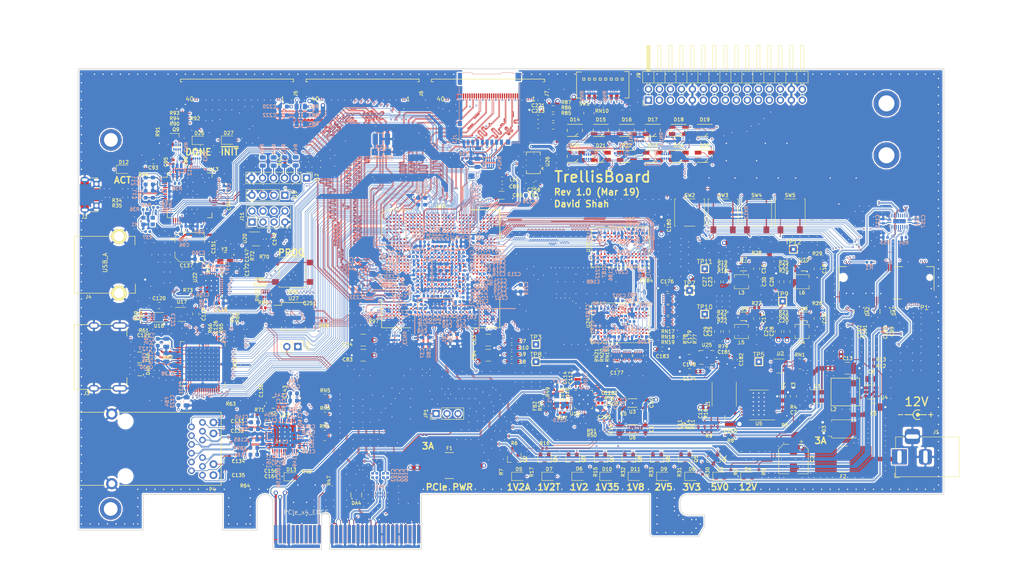
<source format=kicad_pcb>
(kicad_pcb (version 20171130) (host pcbnew 5.0.1)

  (general
    (thickness 1.6)
    (drawings 97)
    (tracks 47054)
    (zones 0)
    (modules 509)
    (nets 737)
  )

  (page A4)
  (layers
    (0 F.Cu signal)
    (1 In1.Cu signal)
    (2 In2.Cu signal)
    (3 In3.Cu signal)
    (4 In4.Cu signal)
    (5 In5.Cu signal)
    (6 In6.Cu signal)
    (31 B.Cu signal)
    (32 B.Adhes user)
    (33 F.Adhes user)
    (34 B.Paste user)
    (35 F.Paste user)
    (36 B.SilkS user)
    (37 F.SilkS user)
    (38 B.Mask user)
    (39 F.Mask user)
    (40 Dwgs.User user)
    (41 Cmts.User user)
    (42 Eco1.User user)
    (43 Eco2.User user)
    (44 Edge.Cuts user)
    (45 Margin user)
    (46 B.CrtYd user)
    (47 F.CrtYd user)
    (48 B.Fab user)
    (49 F.Fab user)
  )

  (setup
    (last_trace_width 0.5)
    (user_trace_width 0.1)
    (user_trace_width 0.15)
    (user_trace_width 0.2)
    (user_trace_width 0.25)
    (user_trace_width 0.35)
    (user_trace_width 0.5)
    (user_trace_width 0.8)
    (user_trace_width 1)
    (trace_clearance 0.0762)
    (zone_clearance 0.15)
    (zone_45_only no)
    (trace_min 0.0889)
    (segment_width 0.2)
    (edge_width 0.15)
    (via_size 0.4)
    (via_drill 0.2)
    (via_min_size 0.4)
    (via_min_drill 0.2)
    (user_via 0.6 0.3)
    (user_via 0.8 0.5)
    (user_via 1 0.6)
    (user_via 1.5 1)
    (user_via 2 1.5)
    (uvia_size 0.3)
    (uvia_drill 0.1)
    (uvias_allowed no)
    (uvia_min_size 0.2)
    (uvia_min_drill 0.1)
    (pcb_text_width 0.3)
    (pcb_text_size 1.5 1.5)
    (mod_edge_width 0.15)
    (mod_text_size 1 1)
    (mod_text_width 0.15)
    (pad_size 1.524 1.524)
    (pad_drill 0.762)
    (pad_to_mask_clearance 0.051)
    (solder_mask_min_width 0.25)
    (aux_axis_origin 0 0)
    (visible_elements FFFDF7FF)
    (pcbplotparams
      (layerselection 0x010fc_ffffffff)
      (usegerberextensions false)
      (usegerberattributes false)
      (usegerberadvancedattributes false)
      (creategerberjobfile false)
      (excludeedgelayer true)
      (linewidth 0.100000)
      (plotframeref false)
      (viasonmask false)
      (mode 1)
      (useauxorigin false)
      (hpglpennumber 1)
      (hpglpenspeed 20)
      (hpglpendiameter 15.000000)
      (psnegative false)
      (psa4output false)
      (plotreference true)
      (plotvalue true)
      (plotinvisibletext false)
      (padsonsilk false)
      (subtractmaskfromsilk false)
      (outputformat 1)
      (mirror false)
      (drillshape 1)
      (scaleselection 1)
      (outputdirectory ""))
  )

  (net 0 "")
  (net 1 "/PCIe + SATA/DCU1_REFCLK-")
  (net 2 "/PCIe + SATA/DCU1_REFCLK+")
  (net 3 DDR3_A4)
  (net 4 DDR3_A6)
  (net 5 DDR3_A5)
  (net 6 DDR3_A7)
  (net 7 /DDR3/DDR3_VTT)
  (net 8 "Net-(R38-Pad2)")
  (net 9 +3V3)
  (net 10 /Power/1V2_EN)
  (net 11 /Power/2V5_EN)
  (net 12 /Power/1V35_EN)
  (net 13 "Net-(RN1-Pad4)")
  (net 14 +5V)
  (net 15 "Net-(RN1-Pad5)")
  (net 16 USD_D0)
  (net 17 USD_D3)
  (net 18 USD_CMD)
  (net 19 USD_D2)
  (net 20 "Net-(RN23-Pad1)")
  (net 21 GND)
  (net 22 "/FPGA IO/CFG0")
  (net 23 "Net-(RN23-Pad8)")
  (net 24 "/FPGA IO/CFG1")
  (net 25 "/FPGA IO/CFG2")
  (net 26 "/FPGA IO/FLASH_D3")
  (net 27 "/FPGA IO/FLASH_D1")
  (net 28 "/FPGA IO/FLASH_D2")
  (net 29 "/FPGA IO/FLASH_D0")
  (net 30 DDR3_WE)
  (net 31 DDR3_CKE)
  (net 32 DDR3_CS)
  (net 33 DDR3_ODT)
  (net 34 DDR3_CAS)
  (net 35 DDR3_BA2)
  (net 36 DDR3_RAS)
  (net 37 DDR3_BA1)
  (net 38 DDR3_A12)
  (net 39 DDR3_A14)
  (net 40 DDR3_A13)
  (net 41 DDR3_BA0)
  (net 42 DDR3_A11)
  (net 43 DDR3_A9)
  (net 44 DDR3_A10)
  (net 45 DDR3_A8)
  (net 46 DDR3_A0)
  (net 47 DDR3_A2)
  (net 48 DDR3_A1)
  (net 49 DDR3_A3)
  (net 50 "/HDMI, GbE, USB/ETH_LED2")
  (net 51 ETH_~RESET)
  (net 52 "/HDMI, GbE, USB/ETH_LED1")
  (net 53 RGMII_REF_CLK)
  (net 54 "Net-(D18-Pad4)")
  (net 55 "Net-(D20-Pad4)")
  (net 56 "Net-(D19-Pad4)")
  (net 57 "Net-(D21-Pad4)")
  (net 58 "Net-(D25-Pad4)")
  (net 59 "Net-(D23-Pad4)")
  (net 60 "Net-(D24-Pad4)")
  (net 61 "Net-(D22-Pad4)")
  (net 62 FTDI_D1_RX)
  (net 63 FTDI_~WR)
  (net 64 FTDI_~RD)
  (net 65 FTDI_~SIWU)
  (net 66 RGMII_RXD0)
  (net 67 RGMII_RXD2)
  (net 68 RGMII_RXD1)
  (net 69 RGMII_RXD3)
  (net 70 RGMII_RX_DV)
  (net 71 ETH_MDIO)
  (net 72 RGMII_RX_CLK)
  (net 73 ETH_INT_N)
  (net 74 "Net-(D17-Pad1)")
  (net 75 "Net-(D16-Pad1)")
  (net 76 "Net-(D14-Pad1)")
  (net 77 "Net-(D15-Pad1)")
  (net 78 DIP_SW1)
  (net 79 DIP_SW0)
  (net 80 DIP_SW2)
  (net 81 DIP_SW3)
  (net 82 DIP_SW7)
  (net 83 DIP_SW6)
  (net 84 DIP_SW4)
  (net 85 DIP_SW5)
  (net 86 "Net-(D14-Pad4)")
  (net 87 "Net-(D16-Pad4)")
  (net 88 "Net-(D15-Pad4)")
  (net 89 "Net-(D17-Pad4)")
  (net 90 "Net-(D21-Pad1)")
  (net 91 "Net-(D20-Pad1)")
  (net 92 "Net-(D18-Pad1)")
  (net 93 "Net-(D19-Pad1)")
  (net 94 BTN1)
  (net 95 BTN0)
  (net 96 BTN2)
  (net 97 BTN3)
  (net 98 "Net-(D25-Pad1)")
  (net 99 "Net-(D24-Pad1)")
  (net 100 "Net-(D22-Pad1)")
  (net 101 "Net-(D23-Pad1)")
  (net 102 "/FPGA IO/VCCIO7")
  (net 103 "Net-(R44-Pad2)")
  (net 104 JTAG_TDO)
  (net 105 JTAG_TDI)
  (net 106 "Net-(R43-Pad2)")
  (net 107 "Net-(R42-Pad2)")
  (net 108 JTAG_TCK)
  (net 109 JTAG_TMS)
  (net 110 "Net-(R45-Pad2)")
  (net 111 "/PCIe + SATA/CLKAUXO+")
  (net 112 +1V8)
  (net 113 +2V5)
  (net 114 "/PCIe + SATA/CLKAUXO-")
  (net 115 "/FPGA IO/VCCIO6")
  (net 116 CLK_SDA)
  (net 117 "Net-(R36-Pad2)")
  (net 118 FPGA_12MHz)
  (net 119 "/PCIe + SATA/PCIe_REFCLK+")
  (net 120 "/PCIe + SATA/PCIe_REFCLK-")
  (net 121 PCIe_12V)
  (net 122 "Net-(D13-Pad2)")
  (net 123 ~PERST)
  (net 124 "Net-(P3-PadA11)")
  (net 125 "Net-(D12-Pad2)")
  (net 126 "Net-(R40-Pad1)")
  (net 127 "Net-(R39-Pad1)")
  (net 128 "Net-(R38-Pad1)")
  (net 129 "Net-(R12-Pad2)")
  (net 130 "/PCIe + SATA/3V3_C")
  (net 131 "/PCIe + SATA/3V3_CA")
  (net 132 "Net-(R57-Pad1)")
  (net 133 "Net-(R58-Pad2)")
  (net 134 FABRIC_REFCLK)
  (net 135 "/HDMI, GbE, USB/PORT_SCL")
  (net 136 "/HDMI, GbE, USB/PORT_SDA")
  (net 137 "Net-(C121-Pad1)")
  (net 138 "Net-(R62-Pad1)")
  (net 139 /Power/3V3_PG)
  (net 140 "Net-(D27-Pad2)")
  (net 141 "/FPGA IO/~PROGRAM")
  (net 142 "Net-(R80-Pad1)")
  (net 143 "Net-(R81-Pad1)")
  (net 144 "/FPGA IO/FLASH_~CS")
  (net 145 "/FPGA IO/FLASH_CLK")
  (net 146 "/FPGA IO/DONE")
  (net 147 "Net-(Q9-Pad1)")
  (net 148 "Net-(D26-Pad2)")
  (net 149 "Net-(R79-Pad1)")
  (net 150 "/FPGA IO/~INIT")
  (net 151 "Net-(C9-Pad1)")
  (net 152 "Net-(C11-Pad1)")
  (net 153 "Net-(Q2-Pad3)")
  (net 154 "Net-(D5-Pad1)")
  (net 155 /Power/1V2_PG)
  (net 156 USD_D1)
  (net 157 USD_CLK)
  (net 158 "Net-(R97-Pad1)")
  (net 159 "Net-(Q2-Pad1)")
  (net 160 +1V2A)
  (net 161 "Net-(R5-Pad2)")
  (net 162 "Net-(D2-Pad2)")
  (net 163 "Net-(C7-Pad1)")
  (net 164 "Net-(D4-Pad2)")
  (net 165 +12V)
  (net 166 "Net-(R74-Pad1)")
  (net 167 "/Debug Interface/PORT_D-")
  (net 168 "/Debug Interface/FTDI_D-")
  (net 169 "/Debug Interface/FTDI_D+")
  (net 170 "/Debug Interface/PORT_D+")
  (net 171 "Net-(C22-Pad2)")
  (net 172 "Net-(R71-Pad2)")
  (net 173 "/HDMI, GbE, USB/USB_XO")
  (net 174 "/HDMI, GbE, USB/USB_XI")
  (net 175 "Net-(R73-Pad1)")
  (net 176 "/HDMI, GbE, USB/USBA_VBUS")
  (net 177 "/HDMI, GbE, USB/EXTVBUS")
  (net 178 DVI_SCL)
  (net 179 DVI_SDA)
  (net 180 CLK_SCL)
  (net 181 "Net-(R70-Pad1)")
  (net 182 "Net-(C175-Pad2)")
  (net 183 DDR3_CLK+)
  (net 184 "Net-(P4-Pad16)")
  (net 185 "Net-(R66-Pad1)")
  (net 186 "Net-(R65-Pad1)")
  (net 187 "/HDMI, GbE, USB/HDMI_HPD")
  (net 188 DDR3_CLK-)
  (net 189 "Net-(C179-Pad1)")
  (net 190 +1V35)
  (net 191 +1V2)
  (net 192 "Net-(D10-Pad2)")
  (net 193 "Net-(P4-Pad14)")
  (net 194 "Net-(C12-Pad2)")
  (net 195 "Net-(D6-Pad2)")
  (net 196 +1V2T)
  (net 197 "Net-(Q4-Pad1)")
  (net 198 "Net-(Q4-Pad3)")
  (net 199 "Net-(D7-Pad1)")
  (net 200 "Net-(C19-Pad2)")
  (net 201 "Net-(C20-Pad2)")
  (net 202 "Net-(C21-Pad2)")
  (net 203 "/Debug Interface/FTDI_12MHz")
  (net 204 "Net-(D11-Pad2)")
  (net 205 /Power/2V5_PG)
  (net 206 /Power/1V35_PG)
  (net 207 /Power/1V8_PG)
  (net 208 "Net-(D8-Pad2)")
  (net 209 "Net-(D9-Pad2)")
  (net 210 "Net-(C8-Pad2)")
  (net 211 "Net-(C8-Pad1)")
  (net 212 /Power/PWR_EN)
  (net 213 "/HDMI, GbE, USB/HDMI_5V")
  (net 214 "Net-(U17-Pad3)")
  (net 215 "Net-(D9-Pad1)")
  (net 216 "Net-(D11-Pad1)")
  (net 217 "Net-(D26-Pad1)")
  (net 218 "Net-(D2-Pad1)")
  (net 219 "Net-(D6-Pad1)")
  (net 220 "Net-(D10-Pad1)")
  (net 221 "Net-(D8-Pad1)")
  (net 222 "Net-(U1-Pad3)")
  (net 223 DDR3_Vref)
  (net 224 DDR3_Vtt_EN)
  (net 225 "Net-(U5-Pad2)")
  (net 226 "Net-(L1-Pad1)")
  (net 227 "Net-(C11-Pad2)")
  (net 228 "Net-(U13-Pad3)")
  (net 229 "/Debug Interface/Vphy")
  (net 230 "/Debug Interface/Vpll")
  (net 231 "/Debug Interface/JTAG_ACT")
  (net 232 "Net-(U13-Pad22)")
  (net 233 "Net-(U13-Pad23)")
  (net 234 "Net-(U13-Pad24)")
  (net 235 "Net-(U13-Pad26)")
  (net 236 "Net-(U13-Pad27)")
  (net 237 "Net-(U13-Pad28)")
  (net 238 "Net-(U13-Pad29)")
  (net 239 "Net-(U13-Pad30)")
  (net 240 "Net-(U13-Pad32)")
  (net 241 "Net-(U13-Pad33)")
  (net 242 "Net-(U13-Pad34)")
  (net 243 "Net-(U13-Pad36)")
  (net 244 FTDI_D0_TX)
  (net 245 FTDI_D2)
  (net 246 FTDI_D3)
  (net 247 FTDI_D4)
  (net 248 FTDI_D5)
  (net 249 FTDI_D6)
  (net 250 FTDI_D7)
  (net 251 FTDI_~RXF)
  (net 252 "Net-(U13-Pad49)")
  (net 253 "Net-(U13-Pad50)")
  (net 254 FTDI_~TXE)
  (net 255 "Net-(U13-Pad57)")
  (net 256 "Net-(U13-Pad58)")
  (net 257 "Net-(U13-Pad59)")
  (net 258 "Net-(U13-Pad60)")
  (net 259 "/HDMI, GbE, USB/DVI_DVDD")
  (net 260 DVI_DE)
  (net 261 DVI_HSYNC)
  (net 262 DVI_VSYNC)
  (net 263 "Net-(U19-Pad11)")
  (net 264 "/HDMI, GbE, USB/DVI_PVDD")
  (net 265 "/HDMI, GbE, USB/TMDS_CLK-")
  (net 266 "/HDMI, GbE, USB/TMDS_CLK+")
  (net 267 "/HDMI, GbE, USB/DVI_TVDD")
  (net 268 "/HDMI, GbE, USB/TMDS_D0-")
  (net 269 "/HDMI, GbE, USB/TMDS_D0+")
  (net 270 "/HDMI, GbE, USB/TMDS_D1-")
  (net 271 "/HDMI, GbE, USB/TMDS_D1+")
  (net 272 "/HDMI, GbE, USB/TMDS_D2-")
  (net 273 "/HDMI, GbE, USB/TMDS_D2+")
  (net 274 DVI_D23)
  (net 275 DVI_D22)
  (net 276 DVI_D21)
  (net 277 DVI_D20)
  (net 278 DVI_D19)
  (net 279 DVI_D18)
  (net 280 DVI_D17)
  (net 281 DVI_D16)
  (net 282 DVI_D15)
  (net 283 DVI_D14)
  (net 284 DVI_D13)
  (net 285 DVI_D12)
  (net 286 "Net-(U19-Pad49)")
  (net 287 DVI_D11)
  (net 288 DVI_D10)
  (net 289 DVI_D9)
  (net 290 DVI_D8)
  (net 291 DVI_D7)
  (net 292 DVI_D6)
  (net 293 DVI_CLK)
  (net 294 DVI_D5)
  (net 295 DVI_D4)
  (net 296 DVI_D3)
  (net 297 DVI_D2)
  (net 298 DVI_D1)
  (net 299 DVI_D0)
  (net 300 "/HDMI, GbE, USB/AVDDH")
  (net 301 "/HDMI, GbE, USB/MX4-")
  (net 302 "/HDMI, GbE, USB/MX4+")
  (net 303 "/HDMI, GbE, USB/AVDDL")
  (net 304 "/HDMI, GbE, USB/MX3-")
  (net 305 "/HDMI, GbE, USB/MX3+")
  (net 306 "/HDMI, GbE, USB/MX2-")
  (net 307 "/HDMI, GbE, USB/MX2+")
  (net 308 "/HDMI, GbE, USB/MX1-")
  (net 309 "/HDMI, GbE, USB/MX1+")
  (net 310 "Net-(U21-Pad13)")
  (net 311 RGMII_TXD0)
  (net 312 RGMII_TXD1)
  (net 313 RGMII_TXD2)
  (net 314 RGMII_TXD3)
  (net 315 RGMII_TX_CLK)
  (net 316 RGMII_TX_EN)
  (net 317 ETH_MDC)
  (net 318 "Net-(U21-Pad43)")
  (net 319 "/HDMI, GbE, USB/AVDDL_PLL")
  (net 320 "/HDMI, GbE, USB/ETH_XO")
  (net 321 "/HDMI, GbE, USB/ETH_XI")
  (net 322 "Net-(U21-Pad47)")
  (net 323 "Net-(U22-Pad3)")
  (net 324 "Net-(U22-Pad5)")
  (net 325 "/HDMI, GbE, USB/USBA_D+")
  (net 326 "/HDMI, GbE, USB/USBA_D-")
  (net 327 ULPI_RESET)
  (net 328 ULPI_NXT)
  (net 329 ULPI_DIR)
  (net 330 ULPI_STP)
  (net 331 ULPI_CLKO)
  (net 332 "/HDMI, GbE, USB/USB1V8")
  (net 333 ULPI_D7)
  (net 334 ULPI_D6)
  (net 335 ULPI_D5)
  (net 336 ULPI_D4)
  (net 337 ULPI_D3)
  (net 338 ULPI_D2)
  (net 339 ULPI_D1)
  (net 340 ULPI_D0)
  (net 341 "Net-(C117-Pad1)")
  (net 342 "Net-(C115-Pad2)")
  (net 343 CLK_SD_OE)
  (net 344 "/PCIe + SATA/1V8_C")
  (net 345 "Net-(U16-Pad16)")
  (net 346 "/PCIe + SATA/DCU0_REFCLK-")
  (net 347 "/PCIe + SATA/DCU0_REFCLK+")
  (net 348 "Net-(U16-Pad24)")
  (net 349 DDR3_DQ13)
  (net 350 DDR3_DQ15)
  (net 351 DDR3_DQ12)
  (net 352 DDR3_DQS1-)
  (net 353 DDR3_DQ14)
  (net 354 DDR3_DQ11)
  (net 355 DDR3_DQ9)
  (net 356 DDR3_DQS1+)
  (net 357 DDR3_DQ10)
  (net 358 DDR3_DM1)
  (net 359 DDR3_DQ8)
  (net 360 DDR3_DQ0)
  (net 361 DDR3_DM0)
  (net 362 DDR3_DQ2)
  (net 363 DDR3_DQS0+)
  (net 364 DDR3_DQ1)
  (net 365 DDR3_DQ3)
  (net 366 DDR3_DQ6)
  (net 367 DDR3_DQS0-)
  (net 368 DDR3_DQ4)
  (net 369 DDR3_DQ7)
  (net 370 DDR3_DQ5)
  (net 371 "Net-(U23-PadJ1)")
  (net 372 "Net-(U23-PadJ9)")
  (net 373 "Net-(U23-PadL1)")
  (net 374 "Net-(U23-PadL9)")
  (net 375 "Net-(U23-PadM7)")
  (net 376 DDR3_RESET)
  (net 377 "Net-(U24-PadM7)")
  (net 378 "Net-(U24-PadL9)")
  (net 379 "Net-(U24-PadL1)")
  (net 380 "Net-(U24-PadJ9)")
  (net 381 "Net-(U24-PadJ1)")
  (net 382 DDR3_DQ21)
  (net 383 DDR3_DQ23)
  (net 384 DDR3_DQ20)
  (net 385 DDR3_DQS2-)
  (net 386 DDR3_DQ22)
  (net 387 DDR3_DQ19)
  (net 388 DDR3_DQ17)
  (net 389 DDR3_DQS2+)
  (net 390 DDR3_DQ18)
  (net 391 DDR3_DM2)
  (net 392 DDR3_DQ16)
  (net 393 DDR3_DQ24)
  (net 394 DDR3_DM3)
  (net 395 DDR3_DQ26)
  (net 396 DDR3_DQS3+)
  (net 397 DDR3_DQ25)
  (net 398 DDR3_DQ27)
  (net 399 DDR3_DQ30)
  (net 400 DDR3_DQS3-)
  (net 401 DDR3_DQ28)
  (net 402 DDR3_DQ31)
  (net 403 DDR3_DQ29)
  (net 404 "Net-(X1-Pad1)")
  (net 405 "Net-(L4-Pad1)")
  (net 406 "Net-(L5-Pad1)")
  (net 407 "Net-(L3-Pad1)")
  (net 408 "Net-(L6-Pad1)")
  (net 409 "/FPGA Core Power/VCCHTX1")
  (net 410 "/FPGA Core Power/VCCHTX0")
  (net 411 "/FPGA Core Power/VCCA0")
  (net 412 "/FPGA Core Power/VCCAUX")
  (net 413 "/FPGA Core Power/VCCA1")
  (net 414 "/PCIe + SATA/DCU1_RX1-")
  (net 415 "/PCIe + SATA/DCU1_RX1+")
  (net 416 "/PCIe + SATA/DCU1_RX0-")
  (net 417 "/PCIe + SATA/DCU1_RX0+")
  (net 418 "/PCIe + SATA/PCIe_HSI0+")
  (net 419 "/PCIe + SATA/PCIe_HSI0-")
  (net 420 "/PCIe + SATA/PCIe_HSI1+")
  (net 421 "/PCIe + SATA/PCIe_HSI1-")
  (net 422 "/PCIe + SATA/DCU0_RX0+")
  (net 423 "/PCIe + SATA/DCU0_RX0-")
  (net 424 "/PCIe + SATA/DCU0_RX1+")
  (net 425 "/PCIe + SATA/DCU0_RX1-")
  (net 426 "Net-(U6-Pad2)")
  (net 427 "Net-(U6-Pad5)")
  (net 428 "Net-(U3-Pad5)")
  (net 429 "Net-(U3-Pad2)")
  (net 430 "Net-(U10-Pad4)")
  (net 431 "Net-(U9-Pad4)")
  (net 432 "Net-(U8-Pad4)")
  (net 433 "Net-(U7-Pad4)")
  (net 434 "Net-(J5-Pad38)")
  (net 435 "/FPGA IO/EXT0_11-")
  (net 436 "/FPGA IO/EXT0_11+")
  (net 437 "/FPGA IO/EXT0_10-")
  (net 438 "/FPGA IO/EXT0_10+")
  (net 439 "/FPGA IO/EXT0_9-")
  (net 440 "/FPGA IO/EXT0_9+")
  (net 441 "/FPGA IO/EXT0_8-")
  (net 442 "/FPGA IO/EXT0_8+")
  (net 443 "/FPGA IO/EXT0_7-")
  (net 444 "/FPGA IO/EXT0_7+")
  (net 445 "/FPGA IO/EXT0_6-")
  (net 446 "/FPGA IO/EXT0_6+")
  (net 447 "/FPGA IO/EXT0_5-")
  (net 448 "/FPGA IO/EXT0_5+")
  (net 449 "/FPGA IO/EXT0_4-")
  (net 450 "/FPGA IO/EXT0_4+")
  (net 451 "/FPGA IO/EXT0_3-")
  (net 452 "/FPGA IO/EXT0_3+")
  (net 453 "/FPGA IO/EXT0_2-")
  (net 454 "/FPGA IO/EXT0_2+")
  (net 455 "/FPGA IO/EXT0_1-")
  (net 456 "/FPGA IO/EXT0_1+")
  (net 457 "/FPGA IO/EXT0_0-")
  (net 458 "/FPGA IO/EXT0_0+")
  (net 459 "Net-(J6-Pad38)")
  (net 460 "/FPGA IO/EXT1_11-")
  (net 461 "/FPGA IO/EXT1_11+")
  (net 462 "/FPGA IO/EXT1_10-")
  (net 463 "/FPGA IO/EXT1_10+")
  (net 464 "/FPGA IO/EXT1_9-")
  (net 465 "/FPGA IO/EXT1_9+")
  (net 466 "/FPGA IO/EXT1_8-")
  (net 467 "/FPGA IO/EXT1_8+")
  (net 468 "/FPGA IO/EXT1_7-")
  (net 469 "/FPGA IO/EXT1_7+")
  (net 470 "/FPGA IO/EXT1_6-")
  (net 471 "/FPGA IO/EXT1_6+")
  (net 472 "/FPGA IO/EXT1_5-")
  (net 473 "/FPGA IO/EXT1_5+")
  (net 474 "/FPGA IO/EXT1_4-")
  (net 475 "/FPGA IO/EXT1_4+")
  (net 476 "/FPGA IO/EXT1_3-")
  (net 477 "/FPGA IO/EXT1_3+")
  (net 478 "/FPGA IO/EXT1_2-")
  (net 479 "/FPGA IO/EXT1_2+")
  (net 480 "/FPGA IO/EXT1_1-")
  (net 481 "/FPGA IO/EXT1_1+")
  (net 482 "/FPGA IO/EXT1_0-")
  (net 483 "/FPGA IO/EXT1_0+")
  (net 484 "/FPGA IO/EXT2_0+")
  (net 485 "/FPGA IO/EXT2_0-")
  (net 486 "/FPGA IO/EXT2_1+")
  (net 487 "/FPGA IO/EXT2_1-")
  (net 488 "/FPGA IO/EXT2_2+")
  (net 489 "/FPGA IO/EXT2_2-")
  (net 490 "/FPGA IO/EXT2_3+")
  (net 491 "/FPGA IO/EXT2_3-")
  (net 492 "/FPGA IO/EXT2_4+")
  (net 493 "/FPGA IO/EXT2_4-")
  (net 494 "/FPGA IO/EXT2_5+")
  (net 495 "/FPGA IO/EXT2_5-")
  (net 496 "/FPGA IO/EXT2_6+")
  (net 497 "/FPGA IO/EXT2_6-")
  (net 498 "/FPGA IO/EXT2_7+")
  (net 499 "/FPGA IO/EXT2_7-")
  (net 500 "/FPGA IO/EXT2_8+")
  (net 501 "/FPGA IO/EXT2_8-")
  (net 502 "/FPGA IO/EXT2_9+")
  (net 503 "/FPGA IO/EXT2_9-")
  (net 504 "/FPGA IO/EXT2_10+")
  (net 505 "/FPGA IO/EXT2_10-")
  (net 506 "/FPGA IO/EXT2_11+")
  (net 507 "/FPGA IO/EXT2_11-")
  (net 508 "Net-(J7-Pad38)")
  (net 509 "Net-(C132-Pad1)")
  (net 510 "Net-(C135-Pad1)")
  (net 511 "Net-(C133-Pad1)")
  (net 512 "Net-(C134-Pad1)")
  (net 513 "Net-(P3-PadB5)")
  (net 514 "Net-(P3-PadB6)")
  (net 515 "Net-(P3-PadB8)")
  (net 516 "Net-(P3-PadB9)")
  (net 517 "Net-(P3-PadB10)")
  (net 518 PCIe_~WAKE)
  (net 519 "Net-(P3-PadB12)")
  (net 520 "/PCIe + SATA/~PRSNT2~_X1")
  (net 521 "Net-(P3-PadB23)")
  (net 522 "Net-(P3-PadB24)")
  (net 523 "Net-(P3-PadB27)")
  (net 524 "Net-(P3-PadB28)")
  (net 525 "Net-(P3-PadB30)")
  (net 526 "/PCIe + SATA/~PRSNT2~_X4")
  (net 527 "/PCIe + SATA/~PRSNT1")
  (net 528 "Net-(P3-PadA5)")
  (net 529 "Net-(P3-PadA6)")
  (net 530 "Net-(P3-PadA7)")
  (net 531 "Net-(P3-PadA8)")
  (net 532 "Net-(P3-PadA9)")
  (net 533 "Net-(P3-PadA10)")
  (net 534 "Net-(P3-PadA19)")
  (net 535 "Net-(P3-PadA25)")
  (net 536 "Net-(P3-PadA26)")
  (net 537 "Net-(P3-PadA29)")
  (net 538 "Net-(P3-PadA30)")
  (net 539 "Net-(P3-PadA32)")
  (net 540 "Net-(U26-Pad1)")
  (net 541 "Net-(U26-Pad2)")
  (net 542 "/FPGA IO/CLK100+")
  (net 543 "/FPGA IO/CLK100-")
  (net 544 "Net-(J3-Pad14)")
  (net 545 "Net-(J3-Pad13)")
  (net 546 LED2)
  (net 547 LED11)
  (net 548 LED10)
  (net 549 LED0)
  (net 550 LED1)
  (net 551 LED3)
  (net 552 LED4)
  (net 553 LED5)
  (net 554 LED6)
  (net 555 LED7)
  (net 556 LED8)
  (net 557 LED9)
  (net 558 "Net-(F2-Pad2)")
  (net 559 "Net-(U15-PadR1)")
  (net 560 "Net-(U15-PadT2)")
  (net 561 "Net-(U15-PadAB2)")
  (net 562 "Net-(U15-PadAC2)")
  (net 563 "Net-(U15-PadAE2)")
  (net 564 "Net-(U15-PadAG2)")
  (net 565 "Net-(U15-PadA3)")
  (net 566 "Net-(U15-PadV3)")
  (net 567 "Net-(U15-PadW3)")
  (net 568 "Net-(U15-PadY3)")
  (net 569 "Net-(U15-PadAC3)")
  (net 570 "Net-(U15-PadAG3)")
  (net 571 "Net-(U15-PadAL3)")
  (net 572 "Net-(U15-PadB4)")
  (net 573 "Net-(U15-PadH4)")
  (net 574 "Net-(U15-PadAC4)")
  (net 575 "Net-(U15-PadA5)")
  (net 576 "Net-(U15-PadL5)")
  (net 577 "Net-(U15-PadW6)")
  (net 578 "Net-(U15-PadD7)")
  (net 579 "Net-(U15-PadE7)")
  (net 580 "Net-(U15-PadAE7)")
  (net 581 "Net-(U15-PadG9)")
  (net 582 "/PCIe + SATA/DCU0_TX0+")
  (net 583 "Net-(U15-PadG10)")
  (net 584 "/PCIe + SATA/DCU0_TX0-")
  (net 585 "Net-(U15-PadG11)")
  (net 586 "/PCIe + SATA/DCU0_TX1+")
  (net 587 "/PCIe + SATA/DCU0_TX1-")
  (net 588 "/FPGA IO/PMOD1_10")
  (net 589 "/FPGA IO/PMOD1_9")
  (net 590 "Net-(U15-PadG14)")
  (net 591 "Net-(U15-PadG15)")
  (net 592 "Net-(U15-PadAK15)")
  (net 593 "Net-(U15-PadG16)")
  (net 594 "Net-(U15-PadAK16)")
  (net 595 "Net-(U15-PadG17)")
  (net 596 "Net-(U15-PadG18)")
  (net 597 "/PCIe + SATA/DCU1_TX0+")
  (net 598 "Net-(U15-PadG19)")
  (net 599 "/PCIe + SATA/DCU1_TX0-")
  (net 600 "/FPGA IO/PMOD1_8")
  (net 601 "/FPGA IO/PMOD1_7")
  (net 602 "/PCIe + SATA/DCU1_TX1+")
  (net 603 "/PCIe + SATA/DCU1_TX1-")
  (net 604 "/FPGA IO/EXIO_5")
  (net 605 "/FPGA IO/EXIO_4")
  (net 606 "/FPGA IO/EXIO_3")
  (net 607 "Net-(U15-PadG22)")
  (net 608 "/FPGA IO/PMOD1_3")
  (net 609 "/FPGA IO/PMOD1_2")
  (net 610 "/FPGA IO/PMOD1_0")
  (net 611 "/FPGA IO/PMOD1_1")
  (net 612 "/FPGA IO/EXIO_2")
  (net 613 "Net-(U15-PadG23)")
  (net 614 "/FPGA IO/EXIO_1")
  (net 615 "/FPGA IO/PMOD0_10")
  (net 616 "/FPGA IO/EXIO_0")
  (net 617 "/FPGA IO/PMOD0_9")
  (net 618 "Net-(U15-PadG24)")
  (net 619 "Net-(U15-PadAG24)")
  (net 620 "Net-(U15-PadAK24)")
  (net 621 "/FPGA IO/PMOD0_8")
  (net 622 "/FPGA IO/PMOD0_3")
  (net 623 "/FPGA IO/PMOD0_7")
  (net 624 "/FPGA IO/PMOD0_2")
  (net 625 "/FPGA IO/PMOD0_1")
  (net 626 "Net-(U15-PadAK25)")
  (net 627 "/FPGA IO/PMOD0_0")
  (net 628 "Net-(U15-PadB26)")
  (net 629 "Net-(U15-PadE26)")
  (net 630 "Net-(U15-PadAE26)")
  (net 631 "Net-(U15-PadJ27)")
  (net 632 "Net-(U15-PadW27)")
  (net 633 "Net-(U15-PadC28)")
  (net 634 "Net-(U15-PadL28)")
  (net 635 "Net-(U15-PadAC28)")
  (net 636 "Net-(U15-PadH29)")
  (net 637 "Net-(U15-PadP29)")
  (net 638 "Net-(U15-PadAB29)")
  (net 639 "Net-(U15-PadAC29)")
  (net 640 "Net-(U15-PadAE29)")
  (net 641 "Net-(U15-PadAJ29)")
  (net 642 "Net-(U15-PadP30)")
  (net 643 "Net-(U15-PadR30)")
  (net 644 "Net-(U15-PadV30)")
  (net 645 "Net-(U15-PadAB30)")
  (net 646 "Net-(U15-PadAE30)")
  (net 647 "Net-(U15-PadAJ30)")
  (net 648 "Net-(U15-PadA31)")
  (net 649 "Net-(U15-PadAG31)")
  (net 650 "Net-(U15-PadAK31)")
  (net 651 "Net-(U15-PadAG32)")
  (net 652 "Net-(J2-Pad1)")
  (net 653 "Net-(J2-Pad4)")
  (net 654 "Net-(U15-PadAD27)")
  (net 655 "Net-(U15-PadF30)")
  (net 656 "Net-(U15-PadN27)")
  (net 657 "Net-(U15-PadU29)")
  (net 658 "Net-(U15-PadW1)")
  (net 659 "Net-(U15-PadV1)")
  (net 660 "Net-(U15-PadY7)")
  (net 661 "Net-(U15-PadY6)")
  (net 662 "Net-(U15-PadAC5)")
  (net 663 "Net-(U15-PadAD4)")
  (net 664 "Net-(U15-PadY4)")
  (net 665 "Net-(U15-PadW4)")
  (net 666 "Net-(U15-PadJ4)")
  (net 667 "Net-(U15-PadL3)")
  (net 668 "Net-(U15-PadL2)")
  (net 669 "Net-(U15-PadK2)")
  (net 670 "Net-(U15-PadL1)")
  (net 671 "Net-(U15-PadK1)")
  (net 672 "Net-(U15-PadJ1)")
  (net 673 "Net-(U15-PadD1)")
  (net 674 "Net-(U15-PadC1)")
  (net 675 "Net-(U15-PadF2)")
  (net 676 "Net-(U15-PadE1)")
  (net 677 "Net-(U15-PadE4)")
  (net 678 "Net-(U15-PadD4)")
  (net 679 "Net-(P1-Pad52)")
  (net 680 M2_CLKSEL)
  (net 681 "Net-(R54-Pad1)")
  (net 682 "/PCIe + SATA/M2_REFCLK+")
  (net 683 "/PCIe + SATA/M2_REFCLK-")
  (net 684 "Net-(U11-Pad17)")
  (net 685 "Net-(U11-Pad16)")
  (net 686 "/PCIe + SATA/CLKREFO+")
  (net 687 "/PCIe + SATA/CLKREFO-")
  (net 688 "/PCIe + SATA/M2_RX0+")
  (net 689 "/PCIe + SATA/M2_RX0-")
  (net 690 "/PCIe + SATA/M2_RX1+")
  (net 691 "/PCIe + SATA/M2_RX1-")
  (net 692 M2_CTS)
  (net 693 M2_RTS)
  (net 694 M2_SDIO_D0)
  (net 695 M2_TXD)
  (net 696 M2_SDIO_D3)
  (net 697 M2_SDIO_D2)
  (net 698 M2_SDIO_D1)
  (net 699 M2_SDIO_CLK)
  (net 700 M2_SDIO_CMD)
  (net 701 "Net-(P1-Pad3)")
  (net 702 "Net-(P1-Pad5)")
  (net 703 "Net-(P1-Pad6)")
  (net 704 "Net-(P1-Pad8)")
  (net 705 "Net-(P1-Pad10)")
  (net 706 "Net-(P1-Pad12)")
  (net 707 "Net-(P1-Pad14)")
  (net 708 "Net-(P1-Pad16)")
  (net 709 "Net-(P1-Pad20)")
  (net 710 "Net-(P1-Pad21)")
  (net 711 "Net-(P1-Pad23)")
  (net 712 "Net-(P1-Pad38)")
  (net 713 "Net-(P1-Pad40)")
  (net 714 "Net-(P1-Pad42)")
  (net 715 "Net-(P1-Pad44)")
  (net 716 "Net-(P1-Pad46)")
  (net 717 "Net-(P1-Pad48)")
  (net 718 "Net-(P1-Pad50)")
  (net 719 "Net-(P1-Pad53)")
  (net 720 "Net-(P1-Pad54)")
  (net 721 "Net-(P1-Pad55)")
  (net 722 "Net-(P1-Pad56)")
  (net 723 "Net-(P1-Pad58)")
  (net 724 "Net-(P1-Pad60)")
  (net 725 "Net-(P1-Pad62)")
  (net 726 "Net-(P1-Pad64)")
  (net 727 "Net-(P1-Pad66)")
  (net 728 "Net-(P1-Pad68)")
  (net 729 "Net-(P1-Pad70)")
  (net 730 "Net-(C258-Pad1)")
  (net 731 M2_RXD)
  (net 732 "Net-(U15-PadA4)")
  (net 733 "Net-(RN2-Pad4)")
  (net 734 "Net-(RN2-Pad2)")
  (net 735 "Net-(RN2-Pad3)")
  (net 736 "Net-(C260-Pad1)")

  (net_class Default "This is the default net class."
    (clearance 0.0762)
    (trace_width 0.0889)
    (via_dia 0.4)
    (via_drill 0.2)
    (uvia_dia 0.3)
    (uvia_drill 0.1)
    (diff_pair_gap 0.11)
    (diff_pair_width 0.11)
    (add_net +12V)
    (add_net +1V2)
    (add_net +1V2A)
    (add_net +1V2T)
    (add_net +1V35)
    (add_net +1V8)
    (add_net +2V5)
    (add_net +3V3)
    (add_net +5V)
    (add_net /DDR3/DDR3_VTT)
    (add_net "/Debug Interface/FTDI_12MHz")
    (add_net "/Debug Interface/FTDI_D+")
    (add_net "/Debug Interface/FTDI_D-")
    (add_net "/Debug Interface/JTAG_ACT")
    (add_net "/Debug Interface/PORT_D+")
    (add_net "/Debug Interface/PORT_D-")
    (add_net "/Debug Interface/Vphy")
    (add_net "/Debug Interface/Vpll")
    (add_net "/FPGA Core Power/VCCA0")
    (add_net "/FPGA Core Power/VCCA1")
    (add_net "/FPGA Core Power/VCCAUX")
    (add_net "/FPGA Core Power/VCCHTX0")
    (add_net "/FPGA Core Power/VCCHTX1")
    (add_net "/FPGA IO/CFG0")
    (add_net "/FPGA IO/CFG1")
    (add_net "/FPGA IO/CFG2")
    (add_net "/FPGA IO/CLK100+")
    (add_net "/FPGA IO/CLK100-")
    (add_net "/FPGA IO/DONE")
    (add_net "/FPGA IO/EXIO_0")
    (add_net "/FPGA IO/EXIO_1")
    (add_net "/FPGA IO/EXIO_2")
    (add_net "/FPGA IO/EXIO_3")
    (add_net "/FPGA IO/EXIO_4")
    (add_net "/FPGA IO/EXIO_5")
    (add_net "/FPGA IO/EXT0_0+")
    (add_net "/FPGA IO/EXT0_0-")
    (add_net "/FPGA IO/EXT0_1+")
    (add_net "/FPGA IO/EXT0_1-")
    (add_net "/FPGA IO/EXT0_10+")
    (add_net "/FPGA IO/EXT0_10-")
    (add_net "/FPGA IO/EXT0_11+")
    (add_net "/FPGA IO/EXT0_11-")
    (add_net "/FPGA IO/EXT0_2+")
    (add_net "/FPGA IO/EXT0_2-")
    (add_net "/FPGA IO/EXT0_3+")
    (add_net "/FPGA IO/EXT0_3-")
    (add_net "/FPGA IO/EXT0_4+")
    (add_net "/FPGA IO/EXT0_4-")
    (add_net "/FPGA IO/EXT0_5+")
    (add_net "/FPGA IO/EXT0_5-")
    (add_net "/FPGA IO/EXT0_6+")
    (add_net "/FPGA IO/EXT0_6-")
    (add_net "/FPGA IO/EXT0_7+")
    (add_net "/FPGA IO/EXT0_7-")
    (add_net "/FPGA IO/EXT0_8+")
    (add_net "/FPGA IO/EXT0_8-")
    (add_net "/FPGA IO/EXT0_9+")
    (add_net "/FPGA IO/EXT0_9-")
    (add_net "/FPGA IO/EXT1_0+")
    (add_net "/FPGA IO/EXT1_0-")
    (add_net "/FPGA IO/EXT1_1+")
    (add_net "/FPGA IO/EXT1_1-")
    (add_net "/FPGA IO/EXT1_10+")
    (add_net "/FPGA IO/EXT1_10-")
    (add_net "/FPGA IO/EXT1_11+")
    (add_net "/FPGA IO/EXT1_11-")
    (add_net "/FPGA IO/EXT1_2+")
    (add_net "/FPGA IO/EXT1_2-")
    (add_net "/FPGA IO/EXT1_3+")
    (add_net "/FPGA IO/EXT1_3-")
    (add_net "/FPGA IO/EXT1_4+")
    (add_net "/FPGA IO/EXT1_4-")
    (add_net "/FPGA IO/EXT1_5+")
    (add_net "/FPGA IO/EXT1_5-")
    (add_net "/FPGA IO/EXT1_6+")
    (add_net "/FPGA IO/EXT1_6-")
    (add_net "/FPGA IO/EXT1_7+")
    (add_net "/FPGA IO/EXT1_7-")
    (add_net "/FPGA IO/EXT1_8+")
    (add_net "/FPGA IO/EXT1_8-")
    (add_net "/FPGA IO/EXT1_9+")
    (add_net "/FPGA IO/EXT1_9-")
    (add_net "/FPGA IO/EXT2_0+")
    (add_net "/FPGA IO/EXT2_0-")
    (add_net "/FPGA IO/EXT2_1+")
    (add_net "/FPGA IO/EXT2_1-")
    (add_net "/FPGA IO/EXT2_10+")
    (add_net "/FPGA IO/EXT2_10-")
    (add_net "/FPGA IO/EXT2_11+")
    (add_net "/FPGA IO/EXT2_11-")
    (add_net "/FPGA IO/EXT2_2+")
    (add_net "/FPGA IO/EXT2_2-")
    (add_net "/FPGA IO/EXT2_3+")
    (add_net "/FPGA IO/EXT2_3-")
    (add_net "/FPGA IO/EXT2_4+")
    (add_net "/FPGA IO/EXT2_4-")
    (add_net "/FPGA IO/EXT2_5+")
    (add_net "/FPGA IO/EXT2_5-")
    (add_net "/FPGA IO/EXT2_6+")
    (add_net "/FPGA IO/EXT2_6-")
    (add_net "/FPGA IO/EXT2_7+")
    (add_net "/FPGA IO/EXT2_7-")
    (add_net "/FPGA IO/EXT2_8+")
    (add_net "/FPGA IO/EXT2_8-")
    (add_net "/FPGA IO/EXT2_9+")
    (add_net "/FPGA IO/EXT2_9-")
    (add_net "/FPGA IO/FLASH_CLK")
    (add_net "/FPGA IO/FLASH_D0")
    (add_net "/FPGA IO/FLASH_D1")
    (add_net "/FPGA IO/FLASH_D2")
    (add_net "/FPGA IO/FLASH_D3")
    (add_net "/FPGA IO/FLASH_~CS")
    (add_net "/FPGA IO/PMOD0_0")
    (add_net "/FPGA IO/PMOD0_1")
    (add_net "/FPGA IO/PMOD0_10")
    (add_net "/FPGA IO/PMOD0_2")
    (add_net "/FPGA IO/PMOD0_3")
    (add_net "/FPGA IO/PMOD0_7")
    (add_net "/FPGA IO/PMOD0_8")
    (add_net "/FPGA IO/PMOD0_9")
    (add_net "/FPGA IO/PMOD1_0")
    (add_net "/FPGA IO/PMOD1_1")
    (add_net "/FPGA IO/PMOD1_10")
    (add_net "/FPGA IO/PMOD1_2")
    (add_net "/FPGA IO/PMOD1_3")
    (add_net "/FPGA IO/PMOD1_7")
    (add_net "/FPGA IO/PMOD1_8")
    (add_net "/FPGA IO/PMOD1_9")
    (add_net "/FPGA IO/VCCIO6")
    (add_net "/FPGA IO/VCCIO7")
    (add_net "/FPGA IO/~INIT")
    (add_net "/FPGA IO/~PROGRAM")
    (add_net "/HDMI, GbE, USB/AVDDH")
    (add_net "/HDMI, GbE, USB/AVDDL")
    (add_net "/HDMI, GbE, USB/AVDDL_PLL")
    (add_net "/HDMI, GbE, USB/DVI_DVDD")
    (add_net "/HDMI, GbE, USB/DVI_PVDD")
    (add_net "/HDMI, GbE, USB/DVI_TVDD")
    (add_net "/HDMI, GbE, USB/ETH_LED1")
    (add_net "/HDMI, GbE, USB/ETH_LED2")
    (add_net "/HDMI, GbE, USB/ETH_XI")
    (add_net "/HDMI, GbE, USB/ETH_XO")
    (add_net "/HDMI, GbE, USB/EXTVBUS")
    (add_net "/HDMI, GbE, USB/HDMI_5V")
    (add_net "/HDMI, GbE, USB/HDMI_HPD")
    (add_net "/HDMI, GbE, USB/MX1+")
    (add_net "/HDMI, GbE, USB/MX1-")
    (add_net "/HDMI, GbE, USB/MX2+")
    (add_net "/HDMI, GbE, USB/MX2-")
    (add_net "/HDMI, GbE, USB/MX3+")
    (add_net "/HDMI, GbE, USB/MX3-")
    (add_net "/HDMI, GbE, USB/MX4+")
    (add_net "/HDMI, GbE, USB/MX4-")
    (add_net "/HDMI, GbE, USB/PORT_SCL")
    (add_net "/HDMI, GbE, USB/PORT_SDA")
    (add_net "/HDMI, GbE, USB/TMDS_CLK+")
    (add_net "/HDMI, GbE, USB/TMDS_CLK-")
    (add_net "/HDMI, GbE, USB/TMDS_D0+")
    (add_net "/HDMI, GbE, USB/TMDS_D0-")
    (add_net "/HDMI, GbE, USB/TMDS_D1+")
    (add_net "/HDMI, GbE, USB/TMDS_D1-")
    (add_net "/HDMI, GbE, USB/TMDS_D2+")
    (add_net "/HDMI, GbE, USB/TMDS_D2-")
    (add_net "/HDMI, GbE, USB/USB1V8")
    (add_net "/HDMI, GbE, USB/USBA_D+")
    (add_net "/HDMI, GbE, USB/USBA_D-")
    (add_net "/HDMI, GbE, USB/USBA_VBUS")
    (add_net "/HDMI, GbE, USB/USB_XI")
    (add_net "/HDMI, GbE, USB/USB_XO")
    (add_net "/PCIe + SATA/1V8_C")
    (add_net "/PCIe + SATA/3V3_C")
    (add_net "/PCIe + SATA/3V3_CA")
    (add_net "/PCIe + SATA/CLKAUXO+")
    (add_net "/PCIe + SATA/CLKAUXO-")
    (add_net "/PCIe + SATA/CLKREFO+")
    (add_net "/PCIe + SATA/CLKREFO-")
    (add_net "/PCIe + SATA/DCU0_REFCLK+")
    (add_net "/PCIe + SATA/DCU0_REFCLK-")
    (add_net "/PCIe + SATA/DCU0_RX0+")
    (add_net "/PCIe + SATA/DCU0_RX0-")
    (add_net "/PCIe + SATA/DCU0_RX1+")
    (add_net "/PCIe + SATA/DCU0_RX1-")
    (add_net "/PCIe + SATA/DCU0_TX0+")
    (add_net "/PCIe + SATA/DCU0_TX0-")
    (add_net "/PCIe + SATA/DCU0_TX1+")
    (add_net "/PCIe + SATA/DCU0_TX1-")
    (add_net "/PCIe + SATA/DCU1_REFCLK+")
    (add_net "/PCIe + SATA/DCU1_REFCLK-")
    (add_net "/PCIe + SATA/DCU1_RX0+")
    (add_net "/PCIe + SATA/DCU1_RX0-")
    (add_net "/PCIe + SATA/DCU1_RX1+")
    (add_net "/PCIe + SATA/DCU1_RX1-")
    (add_net "/PCIe + SATA/DCU1_TX0+")
    (add_net "/PCIe + SATA/DCU1_TX0-")
    (add_net "/PCIe + SATA/DCU1_TX1+")
    (add_net "/PCIe + SATA/DCU1_TX1-")
    (add_net "/PCIe + SATA/M2_REFCLK+")
    (add_net "/PCIe + SATA/M2_REFCLK-")
    (add_net "/PCIe + SATA/M2_RX0+")
    (add_net "/PCIe + SATA/M2_RX0-")
    (add_net "/PCIe + SATA/M2_RX1+")
    (add_net "/PCIe + SATA/M2_RX1-")
    (add_net "/PCIe + SATA/PCIe_HSI0+")
    (add_net "/PCIe + SATA/PCIe_HSI0-")
    (add_net "/PCIe + SATA/PCIe_HSI1+")
    (add_net "/PCIe + SATA/PCIe_HSI1-")
    (add_net "/PCIe + SATA/PCIe_REFCLK+")
    (add_net "/PCIe + SATA/PCIe_REFCLK-")
    (add_net "/PCIe + SATA/~PRSNT1")
    (add_net "/PCIe + SATA/~PRSNT2~_X1")
    (add_net "/PCIe + SATA/~PRSNT2~_X4")
    (add_net /Power/1V2_EN)
    (add_net /Power/1V2_PG)
    (add_net /Power/1V35_EN)
    (add_net /Power/1V35_PG)
    (add_net /Power/1V8_PG)
    (add_net /Power/2V5_EN)
    (add_net /Power/2V5_PG)
    (add_net /Power/3V3_PG)
    (add_net /Power/PWR_EN)
    (add_net BTN0)
    (add_net BTN1)
    (add_net BTN2)
    (add_net BTN3)
    (add_net CLK_SCL)
    (add_net CLK_SDA)
    (add_net CLK_SD_OE)
    (add_net DDR3_A0)
    (add_net DDR3_A1)
    (add_net DDR3_A10)
    (add_net DDR3_A11)
    (add_net DDR3_A12)
    (add_net DDR3_A13)
    (add_net DDR3_A14)
    (add_net DDR3_A2)
    (add_net DDR3_A3)
    (add_net DDR3_A4)
    (add_net DDR3_A5)
    (add_net DDR3_A6)
    (add_net DDR3_A7)
    (add_net DDR3_A8)
    (add_net DDR3_A9)
    (add_net DDR3_BA0)
    (add_net DDR3_BA1)
    (add_net DDR3_BA2)
    (add_net DDR3_CAS)
    (add_net DDR3_CKE)
    (add_net DDR3_CLK+)
    (add_net DDR3_CLK-)
    (add_net DDR3_CS)
    (add_net DDR3_DM0)
    (add_net DDR3_DM1)
    (add_net DDR3_DM2)
    (add_net DDR3_DM3)
    (add_net DDR3_DQ0)
    (add_net DDR3_DQ1)
    (add_net DDR3_DQ10)
    (add_net DDR3_DQ11)
    (add_net DDR3_DQ12)
    (add_net DDR3_DQ13)
    (add_net DDR3_DQ14)
    (add_net DDR3_DQ15)
    (add_net DDR3_DQ16)
    (add_net DDR3_DQ17)
    (add_net DDR3_DQ18)
    (add_net DDR3_DQ19)
    (add_net DDR3_DQ2)
    (add_net DDR3_DQ20)
    (add_net DDR3_DQ21)
    (add_net DDR3_DQ22)
    (add_net DDR3_DQ23)
    (add_net DDR3_DQ24)
    (add_net DDR3_DQ25)
    (add_net DDR3_DQ26)
    (add_net DDR3_DQ27)
    (add_net DDR3_DQ28)
    (add_net DDR3_DQ29)
    (add_net DDR3_DQ3)
    (add_net DDR3_DQ30)
    (add_net DDR3_DQ31)
    (add_net DDR3_DQ4)
    (add_net DDR3_DQ5)
    (add_net DDR3_DQ6)
    (add_net DDR3_DQ7)
    (add_net DDR3_DQ8)
    (add_net DDR3_DQ9)
    (add_net DDR3_DQS0+)
    (add_net DDR3_DQS0-)
    (add_net DDR3_DQS1+)
    (add_net DDR3_DQS1-)
    (add_net DDR3_DQS2+)
    (add_net DDR3_DQS2-)
    (add_net DDR3_DQS3+)
    (add_net DDR3_DQS3-)
    (add_net DDR3_ODT)
    (add_net DDR3_RAS)
    (add_net DDR3_RESET)
    (add_net DDR3_Vref)
    (add_net DDR3_Vtt_EN)
    (add_net DDR3_WE)
    (add_net DIP_SW0)
    (add_net DIP_SW1)
    (add_net DIP_SW2)
    (add_net DIP_SW3)
    (add_net DIP_SW4)
    (add_net DIP_SW5)
    (add_net DIP_SW6)
    (add_net DIP_SW7)
    (add_net DVI_CLK)
    (add_net DVI_D0)
    (add_net DVI_D1)
    (add_net DVI_D10)
    (add_net DVI_D11)
    (add_net DVI_D12)
    (add_net DVI_D13)
    (add_net DVI_D14)
    (add_net DVI_D15)
    (add_net DVI_D16)
    (add_net DVI_D17)
    (add_net DVI_D18)
    (add_net DVI_D19)
    (add_net DVI_D2)
    (add_net DVI_D20)
    (add_net DVI_D21)
    (add_net DVI_D22)
    (add_net DVI_D23)
    (add_net DVI_D3)
    (add_net DVI_D4)
    (add_net DVI_D5)
    (add_net DVI_D6)
    (add_net DVI_D7)
    (add_net DVI_D8)
    (add_net DVI_D9)
    (add_net DVI_DE)
    (add_net DVI_HSYNC)
    (add_net DVI_SCL)
    (add_net DVI_SDA)
    (add_net DVI_VSYNC)
    (add_net ETH_INT_N)
    (add_net ETH_MDC)
    (add_net ETH_MDIO)
    (add_net ETH_~RESET)
    (add_net FABRIC_REFCLK)
    (add_net FPGA_12MHz)
    (add_net FTDI_D0_TX)
    (add_net FTDI_D1_RX)
    (add_net FTDI_D2)
    (add_net FTDI_D3)
    (add_net FTDI_D4)
    (add_net FTDI_D5)
    (add_net FTDI_D6)
    (add_net FTDI_D7)
    (add_net FTDI_~RD)
    (add_net FTDI_~RXF)
    (add_net FTDI_~SIWU)
    (add_net FTDI_~TXE)
    (add_net FTDI_~WR)
    (add_net GND)
    (add_net JTAG_TCK)
    (add_net JTAG_TDI)
    (add_net JTAG_TDO)
    (add_net JTAG_TMS)
    (add_net LED0)
    (add_net LED1)
    (add_net LED10)
    (add_net LED11)
    (add_net LED2)
    (add_net LED3)
    (add_net LED4)
    (add_net LED5)
    (add_net LED6)
    (add_net LED7)
    (add_net LED8)
    (add_net LED9)
    (add_net M2_CLKSEL)
    (add_net M2_CTS)
    (add_net M2_RTS)
    (add_net M2_RXD)
    (add_net M2_SDIO_CLK)
    (add_net M2_SDIO_CMD)
    (add_net M2_SDIO_D0)
    (add_net M2_SDIO_D1)
    (add_net M2_SDIO_D2)
    (add_net M2_SDIO_D3)
    (add_net M2_TXD)
    (add_net "Net-(C11-Pad1)")
    (add_net "Net-(C11-Pad2)")
    (add_net "Net-(C115-Pad2)")
    (add_net "Net-(C117-Pad1)")
    (add_net "Net-(C12-Pad2)")
    (add_net "Net-(C121-Pad1)")
    (add_net "Net-(C132-Pad1)")
    (add_net "Net-(C133-Pad1)")
    (add_net "Net-(C134-Pad1)")
    (add_net "Net-(C135-Pad1)")
    (add_net "Net-(C175-Pad2)")
    (add_net "Net-(C179-Pad1)")
    (add_net "Net-(C19-Pad2)")
    (add_net "Net-(C20-Pad2)")
    (add_net "Net-(C21-Pad2)")
    (add_net "Net-(C22-Pad2)")
    (add_net "Net-(C258-Pad1)")
    (add_net "Net-(C260-Pad1)")
    (add_net "Net-(C7-Pad1)")
    (add_net "Net-(C8-Pad1)")
    (add_net "Net-(C8-Pad2)")
    (add_net "Net-(C9-Pad1)")
    (add_net "Net-(D10-Pad1)")
    (add_net "Net-(D10-Pad2)")
    (add_net "Net-(D11-Pad1)")
    (add_net "Net-(D11-Pad2)")
    (add_net "Net-(D12-Pad2)")
    (add_net "Net-(D13-Pad2)")
    (add_net "Net-(D14-Pad1)")
    (add_net "Net-(D14-Pad4)")
    (add_net "Net-(D15-Pad1)")
    (add_net "Net-(D15-Pad4)")
    (add_net "Net-(D16-Pad1)")
    (add_net "Net-(D16-Pad4)")
    (add_net "Net-(D17-Pad1)")
    (add_net "Net-(D17-Pad4)")
    (add_net "Net-(D18-Pad1)")
    (add_net "Net-(D18-Pad4)")
    (add_net "Net-(D19-Pad1)")
    (add_net "Net-(D19-Pad4)")
    (add_net "Net-(D2-Pad1)")
    (add_net "Net-(D2-Pad2)")
    (add_net "Net-(D20-Pad1)")
    (add_net "Net-(D20-Pad4)")
    (add_net "Net-(D21-Pad1)")
    (add_net "Net-(D21-Pad4)")
    (add_net "Net-(D22-Pad1)")
    (add_net "Net-(D22-Pad4)")
    (add_net "Net-(D23-Pad1)")
    (add_net "Net-(D23-Pad4)")
    (add_net "Net-(D24-Pad1)")
    (add_net "Net-(D24-Pad4)")
    (add_net "Net-(D25-Pad1)")
    (add_net "Net-(D25-Pad4)")
    (add_net "Net-(D26-Pad1)")
    (add_net "Net-(D26-Pad2)")
    (add_net "Net-(D27-Pad2)")
    (add_net "Net-(D4-Pad2)")
    (add_net "Net-(D5-Pad1)")
    (add_net "Net-(D6-Pad1)")
    (add_net "Net-(D6-Pad2)")
    (add_net "Net-(D7-Pad1)")
    (add_net "Net-(D8-Pad1)")
    (add_net "Net-(D8-Pad2)")
    (add_net "Net-(D9-Pad1)")
    (add_net "Net-(D9-Pad2)")
    (add_net "Net-(F2-Pad2)")
    (add_net "Net-(J2-Pad1)")
    (add_net "Net-(J2-Pad4)")
    (add_net "Net-(J3-Pad13)")
    (add_net "Net-(J3-Pad14)")
    (add_net "Net-(J5-Pad38)")
    (add_net "Net-(J6-Pad38)")
    (add_net "Net-(J7-Pad38)")
    (add_net "Net-(L1-Pad1)")
    (add_net "Net-(L3-Pad1)")
    (add_net "Net-(L4-Pad1)")
    (add_net "Net-(L5-Pad1)")
    (add_net "Net-(L6-Pad1)")
    (add_net "Net-(P1-Pad10)")
    (add_net "Net-(P1-Pad12)")
    (add_net "Net-(P1-Pad14)")
    (add_net "Net-(P1-Pad16)")
    (add_net "Net-(P1-Pad20)")
    (add_net "Net-(P1-Pad21)")
    (add_net "Net-(P1-Pad23)")
    (add_net "Net-(P1-Pad3)")
    (add_net "Net-(P1-Pad38)")
    (add_net "Net-(P1-Pad40)")
    (add_net "Net-(P1-Pad42)")
    (add_net "Net-(P1-Pad44)")
    (add_net "Net-(P1-Pad46)")
    (add_net "Net-(P1-Pad48)")
    (add_net "Net-(P1-Pad5)")
    (add_net "Net-(P1-Pad50)")
    (add_net "Net-(P1-Pad52)")
    (add_net "Net-(P1-Pad53)")
    (add_net "Net-(P1-Pad54)")
    (add_net "Net-(P1-Pad55)")
    (add_net "Net-(P1-Pad56)")
    (add_net "Net-(P1-Pad58)")
    (add_net "Net-(P1-Pad6)")
    (add_net "Net-(P1-Pad60)")
    (add_net "Net-(P1-Pad62)")
    (add_net "Net-(P1-Pad64)")
    (add_net "Net-(P1-Pad66)")
    (add_net "Net-(P1-Pad68)")
    (add_net "Net-(P1-Pad70)")
    (add_net "Net-(P1-Pad8)")
    (add_net "Net-(P3-PadA10)")
    (add_net "Net-(P3-PadA11)")
    (add_net "Net-(P3-PadA19)")
    (add_net "Net-(P3-PadA25)")
    (add_net "Net-(P3-PadA26)")
    (add_net "Net-(P3-PadA29)")
    (add_net "Net-(P3-PadA30)")
    (add_net "Net-(P3-PadA32)")
    (add_net "Net-(P3-PadA5)")
    (add_net "Net-(P3-PadA6)")
    (add_net "Net-(P3-PadA7)")
    (add_net "Net-(P3-PadA8)")
    (add_net "Net-(P3-PadA9)")
    (add_net "Net-(P3-PadB10)")
    (add_net "Net-(P3-PadB12)")
    (add_net "Net-(P3-PadB23)")
    (add_net "Net-(P3-PadB24)")
    (add_net "Net-(P3-PadB27)")
    (add_net "Net-(P3-PadB28)")
    (add_net "Net-(P3-PadB30)")
    (add_net "Net-(P3-PadB5)")
    (add_net "Net-(P3-PadB6)")
    (add_net "Net-(P3-PadB8)")
    (add_net "Net-(P3-PadB9)")
    (add_net "Net-(P4-Pad14)")
    (add_net "Net-(P4-Pad16)")
    (add_net "Net-(Q2-Pad1)")
    (add_net "Net-(Q2-Pad3)")
    (add_net "Net-(Q4-Pad1)")
    (add_net "Net-(Q4-Pad3)")
    (add_net "Net-(Q9-Pad1)")
    (add_net "Net-(R12-Pad2)")
    (add_net "Net-(R36-Pad2)")
    (add_net "Net-(R38-Pad1)")
    (add_net "Net-(R38-Pad2)")
    (add_net "Net-(R39-Pad1)")
    (add_net "Net-(R40-Pad1)")
    (add_net "Net-(R42-Pad2)")
    (add_net "Net-(R43-Pad2)")
    (add_net "Net-(R44-Pad2)")
    (add_net "Net-(R45-Pad2)")
    (add_net "Net-(R5-Pad2)")
    (add_net "Net-(R54-Pad1)")
    (add_net "Net-(R57-Pad1)")
    (add_net "Net-(R58-Pad2)")
    (add_net "Net-(R62-Pad1)")
    (add_net "Net-(R65-Pad1)")
    (add_net "Net-(R66-Pad1)")
    (add_net "Net-(R70-Pad1)")
    (add_net "Net-(R71-Pad2)")
    (add_net "Net-(R73-Pad1)")
    (add_net "Net-(R74-Pad1)")
    (add_net "Net-(R79-Pad1)")
    (add_net "Net-(R80-Pad1)")
    (add_net "Net-(R81-Pad1)")
    (add_net "Net-(R97-Pad1)")
    (add_net "Net-(RN1-Pad4)")
    (add_net "Net-(RN1-Pad5)")
    (add_net "Net-(RN2-Pad2)")
    (add_net "Net-(RN2-Pad3)")
    (add_net "Net-(RN2-Pad4)")
    (add_net "Net-(RN23-Pad1)")
    (add_net "Net-(RN23-Pad8)")
    (add_net "Net-(U1-Pad3)")
    (add_net "Net-(U10-Pad4)")
    (add_net "Net-(U11-Pad16)")
    (add_net "Net-(U11-Pad17)")
    (add_net "Net-(U13-Pad22)")
    (add_net "Net-(U13-Pad23)")
    (add_net "Net-(U13-Pad24)")
    (add_net "Net-(U13-Pad26)")
    (add_net "Net-(U13-Pad27)")
    (add_net "Net-(U13-Pad28)")
    (add_net "Net-(U13-Pad29)")
    (add_net "Net-(U13-Pad3)")
    (add_net "Net-(U13-Pad30)")
    (add_net "Net-(U13-Pad32)")
    (add_net "Net-(U13-Pad33)")
    (add_net "Net-(U13-Pad34)")
    (add_net "Net-(U13-Pad36)")
    (add_net "Net-(U13-Pad49)")
    (add_net "Net-(U13-Pad50)")
    (add_net "Net-(U13-Pad57)")
    (add_net "Net-(U13-Pad58)")
    (add_net "Net-(U13-Pad59)")
    (add_net "Net-(U13-Pad60)")
    (add_net "Net-(U15-PadA3)")
    (add_net "Net-(U15-PadA31)")
    (add_net "Net-(U15-PadA4)")
    (add_net "Net-(U15-PadA5)")
    (add_net "Net-(U15-PadAB2)")
    (add_net "Net-(U15-PadAB29)")
    (add_net "Net-(U15-PadAB30)")
    (add_net "Net-(U15-PadAC2)")
    (add_net "Net-(U15-PadAC28)")
    (add_net "Net-(U15-PadAC29)")
    (add_net "Net-(U15-PadAC3)")
    (add_net "Net-(U15-PadAC4)")
    (add_net "Net-(U15-PadAC5)")
    (add_net "Net-(U15-PadAD27)")
    (add_net "Net-(U15-PadAD4)")
    (add_net "Net-(U15-PadAE2)")
    (add_net "Net-(U15-PadAE26)")
    (add_net "Net-(U15-PadAE29)")
    (add_net "Net-(U15-PadAE30)")
    (add_net "Net-(U15-PadAE7)")
    (add_net "Net-(U15-PadAG2)")
    (add_net "Net-(U15-PadAG24)")
    (add_net "Net-(U15-PadAG3)")
    (add_net "Net-(U15-PadAG31)")
    (add_net "Net-(U15-PadAG32)")
    (add_net "Net-(U15-PadAJ29)")
    (add_net "Net-(U15-PadAJ30)")
    (add_net "Net-(U15-PadAK15)")
    (add_net "Net-(U15-PadAK16)")
    (add_net "Net-(U15-PadAK24)")
    (add_net "Net-(U15-PadAK25)")
    (add_net "Net-(U15-PadAK31)")
    (add_net "Net-(U15-PadAL3)")
    (add_net "Net-(U15-PadB26)")
    (add_net "Net-(U15-PadB4)")
    (add_net "Net-(U15-PadC1)")
    (add_net "Net-(U15-PadC28)")
    (add_net "Net-(U15-PadD1)")
    (add_net "Net-(U15-PadD4)")
    (add_net "Net-(U15-PadD7)")
    (add_net "Net-(U15-PadE1)")
    (add_net "Net-(U15-PadE26)")
    (add_net "Net-(U15-PadE4)")
    (add_net "Net-(U15-PadE7)")
    (add_net "Net-(U15-PadF2)")
    (add_net "Net-(U15-PadF30)")
    (add_net "Net-(U15-PadG10)")
    (add_net "Net-(U15-PadG11)")
    (add_net "Net-(U15-PadG14)")
    (add_net "Net-(U15-PadG15)")
    (add_net "Net-(U15-PadG16)")
    (add_net "Net-(U15-PadG17)")
    (add_net "Net-(U15-PadG18)")
    (add_net "Net-(U15-PadG19)")
    (add_net "Net-(U15-PadG22)")
    (add_net "Net-(U15-PadG23)")
    (add_net "Net-(U15-PadG24)")
    (add_net "Net-(U15-PadG9)")
    (add_net "Net-(U15-PadH29)")
    (add_net "Net-(U15-PadH4)")
    (add_net "Net-(U15-PadJ1)")
    (add_net "Net-(U15-PadJ27)")
    (add_net "Net-(U15-PadJ4)")
    (add_net "Net-(U15-PadK1)")
    (add_net "Net-(U15-PadK2)")
    (add_net "Net-(U15-PadL1)")
    (add_net "Net-(U15-PadL2)")
    (add_net "Net-(U15-PadL28)")
    (add_net "Net-(U15-PadL3)")
    (add_net "Net-(U15-PadL5)")
    (add_net "Net-(U15-PadN27)")
    (add_net "Net-(U15-PadP29)")
    (add_net "Net-(U15-PadP30)")
    (add_net "Net-(U15-PadR1)")
    (add_net "Net-(U15-PadR30)")
    (add_net "Net-(U15-PadT2)")
    (add_net "Net-(U15-PadU29)")
    (add_net "Net-(U15-PadV1)")
    (add_net "Net-(U15-PadV3)")
    (add_net "Net-(U15-PadV30)")
    (add_net "Net-(U15-PadW1)")
    (add_net "Net-(U15-PadW27)")
    (add_net "Net-(U15-PadW3)")
    (add_net "Net-(U15-PadW4)")
    (add_net "Net-(U15-PadW6)")
    (add_net "Net-(U15-PadY3)")
    (add_net "Net-(U15-PadY4)")
    (add_net "Net-(U15-PadY6)")
    (add_net "Net-(U15-PadY7)")
    (add_net "Net-(U16-Pad16)")
    (add_net "Net-(U16-Pad24)")
    (add_net "Net-(U17-Pad3)")
    (add_net "Net-(U19-Pad11)")
    (add_net "Net-(U19-Pad49)")
    (add_net "Net-(U21-Pad13)")
    (add_net "Net-(U21-Pad43)")
    (add_net "Net-(U21-Pad47)")
    (add_net "Net-(U22-Pad3)")
    (add_net "Net-(U22-Pad5)")
    (add_net "Net-(U23-PadJ1)")
    (add_net "Net-(U23-PadJ9)")
    (add_net "Net-(U23-PadL1)")
    (add_net "Net-(U23-PadL9)")
    (add_net "Net-(U23-PadM7)")
    (add_net "Net-(U24-PadJ1)")
    (add_net "Net-(U24-PadJ9)")
    (add_net "Net-(U24-PadL1)")
    (add_net "Net-(U24-PadL9)")
    (add_net "Net-(U24-PadM7)")
    (add_net "Net-(U26-Pad1)")
    (add_net "Net-(U26-Pad2)")
    (add_net "Net-(U3-Pad2)")
    (add_net "Net-(U3-Pad5)")
    (add_net "Net-(U5-Pad2)")
    (add_net "Net-(U6-Pad2)")
    (add_net "Net-(U6-Pad5)")
    (add_net "Net-(U7-Pad4)")
    (add_net "Net-(U8-Pad4)")
    (add_net "Net-(U9-Pad4)")
    (add_net "Net-(X1-Pad1)")
    (add_net PCIe_12V)
    (add_net PCIe_~WAKE)
    (add_net RGMII_REF_CLK)
    (add_net RGMII_RXD0)
    (add_net RGMII_RXD1)
    (add_net RGMII_RXD2)
    (add_net RGMII_RXD3)
    (add_net RGMII_RX_CLK)
    (add_net RGMII_RX_DV)
    (add_net RGMII_TXD0)
    (add_net RGMII_TXD1)
    (add_net RGMII_TXD2)
    (add_net RGMII_TXD3)
    (add_net RGMII_TX_CLK)
    (add_net RGMII_TX_EN)
    (add_net ULPI_CLKO)
    (add_net ULPI_D0)
    (add_net ULPI_D1)
    (add_net ULPI_D2)
    (add_net ULPI_D3)
    (add_net ULPI_D4)
    (add_net ULPI_D5)
    (add_net ULPI_D6)
    (add_net ULPI_D7)
    (add_net ULPI_DIR)
    (add_net ULPI_NXT)
    (add_net ULPI_RESET)
    (add_net ULPI_STP)
    (add_net USD_CLK)
    (add_net USD_CMD)
    (add_net USD_D0)
    (add_net USD_D1)
    (add_net USD_D2)
    (add_net USD_D3)
    (add_net ~PERST)
  )

  (module TestPoint:TestPoint_Pad_1.5x1.5mm (layer B.Cu) (tedit 5A0F774F) (tstamp 5C97BD25)
    (at 108.77 43)
    (descr "SMD rectangular pad as test Point, square 1.5mm side length")
    (tags "test point SMD pad rectangle square")
    (path /5B5D9B41/5C274F6C)
    (attr virtual)
    (fp_text reference TP4 (at 0 1.648) (layer B.SilkS)
      (effects (font (size 1 1) (thickness 0.15)) (justify mirror))
    )
    (fp_text value 1.2V (at 0 -1.75) (layer B.Fab)
      (effects (font (size 1 1) (thickness 0.15)) (justify mirror))
    )
    (fp_line (start 1.25 -1.25) (end -1.25 -1.25) (layer B.CrtYd) (width 0.05))
    (fp_line (start 1.25 -1.25) (end 1.25 1.25) (layer B.CrtYd) (width 0.05))
    (fp_line (start -1.25 1.25) (end -1.25 -1.25) (layer B.CrtYd) (width 0.05))
    (fp_line (start -1.25 1.25) (end 1.25 1.25) (layer B.CrtYd) (width 0.05))
    (fp_line (start -0.95 -0.95) (end -0.95 0.95) (layer B.SilkS) (width 0.12))
    (fp_line (start 0.95 -0.95) (end -0.95 -0.95) (layer B.SilkS) (width 0.12))
    (fp_line (start 0.95 0.95) (end 0.95 -0.95) (layer B.SilkS) (width 0.12))
    (fp_line (start -0.95 0.95) (end 0.95 0.95) (layer B.SilkS) (width 0.12))
    (fp_text user %R (at 0 1.65) (layer B.Fab)
      (effects (font (size 1 1) (thickness 0.15)) (justify mirror))
    )
    (pad 1 smd rect (at 0 0) (size 1.5 1.5) (layers B.Cu B.Mask)
      (net 191 +1V2))
  )

  (module TestPoint:TestPoint_Pad_1.5x1.5mm (layer B.Cu) (tedit 5A0F774F) (tstamp 5C976EAB)
    (at 111.75 43)
    (descr "SMD rectangular pad as test Point, square 1.5mm side length")
    (tags "test point SMD pad rectangle square")
    (path /5B5D9B41/5C2E8C62)
    (attr virtual)
    (fp_text reference TP6 (at 0 1.648) (layer B.SilkS)
      (effects (font (size 1 1) (thickness 0.15)) (justify mirror))
    )
    (fp_text value GND (at 0 -1.75) (layer B.Fab)
      (effects (font (size 1 1) (thickness 0.15)) (justify mirror))
    )
    (fp_text user %R (at 0 1.65) (layer B.Fab)
      (effects (font (size 1 1) (thickness 0.15)) (justify mirror))
    )
    (fp_line (start -0.95 0.95) (end 0.95 0.95) (layer B.SilkS) (width 0.12))
    (fp_line (start 0.95 0.95) (end 0.95 -0.95) (layer B.SilkS) (width 0.12))
    (fp_line (start 0.95 -0.95) (end -0.95 -0.95) (layer B.SilkS) (width 0.12))
    (fp_line (start -0.95 -0.95) (end -0.95 0.95) (layer B.SilkS) (width 0.12))
    (fp_line (start -1.25 1.25) (end 1.25 1.25) (layer B.CrtYd) (width 0.05))
    (fp_line (start -1.25 1.25) (end -1.25 -1.25) (layer B.CrtYd) (width 0.05))
    (fp_line (start 1.25 -1.25) (end 1.25 1.25) (layer B.CrtYd) (width 0.05))
    (fp_line (start 1.25 -1.25) (end -1.25 -1.25) (layer B.CrtYd) (width 0.05))
    (pad 1 smd rect (at 0 0) (size 1.5 1.5) (layers B.Cu B.Mask)
      (net 21 GND))
  )

  (module Capacitor_SMD:C_0603_1608Metric (layer B.Cu) (tedit 5C94C4C5) (tstamp 5C9556A6)
    (at 68 67.75 180)
    (descr "Capacitor SMD 0603 (1608 Metric), square (rectangular) end terminal, IPC_7351 nominal, (Body size source: http://www.tortai-tech.com/upload/download/2011102023233369053.pdf), generated with kicad-footprint-generator")
    (tags capacitor)
    (path /5CA09014/5CA72817)
    (attr smd)
    (fp_text reference C260 (at 0 1.43 180) (layer B.SilkS)
      (effects (font (size 0.8 0.8) (thickness 0.15)) (justify mirror))
    )
    (fp_text value 4.7µ (at 0 -1.43 180) (layer B.Fab)
      (effects (font (size 1 1) (thickness 0.15)) (justify mirror))
    )
    (fp_line (start -0.8 -0.4) (end -0.8 0.4) (layer B.Fab) (width 0.1))
    (fp_line (start -0.8 0.4) (end 0.8 0.4) (layer B.Fab) (width 0.1))
    (fp_line (start 0.8 0.4) (end 0.8 -0.4) (layer B.Fab) (width 0.1))
    (fp_line (start 0.8 -0.4) (end -0.8 -0.4) (layer B.Fab) (width 0.1))
    (fp_line (start -0.162779 0.51) (end 0.162779 0.51) (layer B.SilkS) (width 0.12))
    (fp_line (start -0.162779 -0.51) (end 0.162779 -0.51) (layer B.SilkS) (width 0.12))
    (fp_line (start -1.48 -0.73) (end -1.48 0.73) (layer B.CrtYd) (width 0.05))
    (fp_line (start -1.48 0.73) (end 1.48 0.73) (layer B.CrtYd) (width 0.05))
    (fp_line (start 1.48 0.73) (end 1.48 -0.73) (layer B.CrtYd) (width 0.05))
    (fp_line (start 1.48 -0.73) (end -1.48 -0.73) (layer B.CrtYd) (width 0.05))
    (fp_text user %R (at 0 0 180) (layer B.Fab)
      (effects (font (size 0.4 0.4) (thickness 0.06)) (justify mirror))
    )
    (pad 1 smd roundrect (at -0.7875 0 180) (size 0.875 0.95) (layers B.Cu B.Paste B.Mask) (roundrect_rratio 0.25)
      (net 736 "Net-(C260-Pad1)"))
    (pad 2 smd roundrect (at 0.7875 0 180) (size 0.875 0.95) (layers B.Cu B.Paste B.Mask) (roundrect_rratio 0.25)
      (net 21 GND))
    (model ${KISYS3DMOD}/Capacitor_SMD.3dshapes/C_0603_1608Metric.wrl
      (at (xyz 0 0 0))
      (scale (xyz 1 1 1))
      (rotate (xyz 0 0 0))
    )
  )

  (module Capacitor_SMD:C_0402_1005Metric (layer F.Cu) (tedit 5B301BBE) (tstamp 5BF6414F)
    (at 155.2 96.05 90)
    (descr "Capacitor SMD 0402 (1005 Metric), square (rectangular) end terminal, IPC_7351 nominal, (Body size source: http://www.tortai-tech.com/upload/download/2011102023233369053.pdf), generated with kicad-footprint-generator")
    (tags capacitor)
    (path /5C060E84/5C2543FF)
    (attr smd)
    (fp_text reference C114 (at 0.8 -2.45 90) (layer F.SilkS)
      (effects (font (size 0.8 0.8) (thickness 0.15)))
    )
    (fp_text value 470n (at 0 1.17 90) (layer F.Fab)
      (effects (font (size 1 1) (thickness 0.15)))
    )
    (fp_text user %R (at 0 0 90) (layer F.Fab)
      (effects (font (size 0.25 0.25) (thickness 0.04)))
    )
    (fp_line (start 0.93 0.47) (end -0.93 0.47) (layer F.CrtYd) (width 0.05))
    (fp_line (start 0.93 -0.47) (end 0.93 0.47) (layer F.CrtYd) (width 0.05))
    (fp_line (start -0.93 -0.47) (end 0.93 -0.47) (layer F.CrtYd) (width 0.05))
    (fp_line (start -0.93 0.47) (end -0.93 -0.47) (layer F.CrtYd) (width 0.05))
    (fp_line (start 0.5 0.25) (end -0.5 0.25) (layer F.Fab) (width 0.1))
    (fp_line (start 0.5 -0.25) (end 0.5 0.25) (layer F.Fab) (width 0.1))
    (fp_line (start -0.5 -0.25) (end 0.5 -0.25) (layer F.Fab) (width 0.1))
    (fp_line (start -0.5 0.25) (end -0.5 -0.25) (layer F.Fab) (width 0.1))
    (pad 2 smd roundrect (at 0.485 0 90) (size 0.59 0.64) (layers F.Cu F.Paste F.Mask) (roundrect_rratio 0.25)
      (net 21 GND))
    (pad 1 smd roundrect (at -0.485 0 90) (size 0.59 0.64) (layers F.Cu F.Paste F.Mask) (roundrect_rratio 0.25)
      (net 130 "/PCIe + SATA/3V3_C"))
    (model ${KISYS3DMOD}/Capacitor_SMD.3dshapes/C_0402_1005Metric.wrl
      (at (xyz 0 0 0))
      (scale (xyz 1 1 1))
      (rotate (xyz 0 0 0))
    )
  )

  (module Capacitor_SMD:C_0402_1005Metric (layer F.Cu) (tedit 5B301BBE) (tstamp 5BF640D1)
    (at 156.2 96.05 90)
    (descr "Capacitor SMD 0402 (1005 Metric), square (rectangular) end terminal, IPC_7351 nominal, (Body size source: http://www.tortai-tech.com/upload/download/2011102023233369053.pdf), generated with kicad-footprint-generator")
    (tags capacitor)
    (path /5C060E84/5C23A7A1)
    (attr smd)
    (fp_text reference C112 (at 0.8 -2.2 90) (layer F.SilkS)
      (effects (font (size 0.8 0.8) (thickness 0.15)))
    )
    (fp_text value 470n (at 0 1.17 90) (layer F.Fab)
      (effects (font (size 1 1) (thickness 0.15)))
    )
    (fp_text user %R (at 0 0 90) (layer F.Fab)
      (effects (font (size 0.25 0.25) (thickness 0.04)))
    )
    (fp_line (start 0.93 0.47) (end -0.93 0.47) (layer F.CrtYd) (width 0.05))
    (fp_line (start 0.93 -0.47) (end 0.93 0.47) (layer F.CrtYd) (width 0.05))
    (fp_line (start -0.93 -0.47) (end 0.93 -0.47) (layer F.CrtYd) (width 0.05))
    (fp_line (start -0.93 0.47) (end -0.93 -0.47) (layer F.CrtYd) (width 0.05))
    (fp_line (start 0.5 0.25) (end -0.5 0.25) (layer F.Fab) (width 0.1))
    (fp_line (start 0.5 -0.25) (end 0.5 0.25) (layer F.Fab) (width 0.1))
    (fp_line (start -0.5 -0.25) (end 0.5 -0.25) (layer F.Fab) (width 0.1))
    (fp_line (start -0.5 0.25) (end -0.5 -0.25) (layer F.Fab) (width 0.1))
    (pad 2 smd roundrect (at 0.485 0 90) (size 0.59 0.64) (layers F.Cu F.Paste F.Mask) (roundrect_rratio 0.25)
      (net 21 GND))
    (pad 1 smd roundrect (at -0.485 0 90) (size 0.59 0.64) (layers F.Cu F.Paste F.Mask) (roundrect_rratio 0.25)
      (net 130 "/PCIe + SATA/3V3_C"))
    (model ${KISYS3DMOD}/Capacitor_SMD.3dshapes/C_0402_1005Metric.wrl
      (at (xyz 0 0 0))
      (scale (xyz 1 1 1))
      (rotate (xyz 0 0 0))
    )
  )

  (module Capacitor_SMD:C_0402_1005Metric (layer F.Cu) (tedit 5C7137CB) (tstamp 5C77840F)
    (at 158.9 104.3)
    (descr "Capacitor SMD 0402 (1005 Metric), square (rectangular) end terminal, IPC_7351 nominal, (Body size source: http://www.tortai-tech.com/upload/download/2011102023233369053.pdf), generated with kicad-footprint-generator")
    (tags capacitor)
    (path /5C060E84/5C9FD15E)
    (attr smd)
    (fp_text reference C259 (at 2.89 0.03) (layer F.SilkS)
      (effects (font (size 0.8 0.8) (thickness 0.15)))
    )
    (fp_text value 470n (at 0 1.17) (layer F.Fab)
      (effects (font (size 1 1) (thickness 0.15)))
    )
    (fp_line (start -0.5 0.25) (end -0.5 -0.25) (layer F.Fab) (width 0.1))
    (fp_line (start -0.5 -0.25) (end 0.5 -0.25) (layer F.Fab) (width 0.1))
    (fp_line (start 0.5 -0.25) (end 0.5 0.25) (layer F.Fab) (width 0.1))
    (fp_line (start 0.5 0.25) (end -0.5 0.25) (layer F.Fab) (width 0.1))
    (fp_line (start -0.93 0.47) (end -0.93 -0.47) (layer F.CrtYd) (width 0.05))
    (fp_line (start -0.93 -0.47) (end 0.93 -0.47) (layer F.CrtYd) (width 0.05))
    (fp_line (start 0.93 -0.47) (end 0.93 0.47) (layer F.CrtYd) (width 0.05))
    (fp_line (start 0.93 0.47) (end -0.93 0.47) (layer F.CrtYd) (width 0.05))
    (fp_text user %R (at 0 0) (layer F.Fab)
      (effects (font (size 0.25 0.25) (thickness 0.04)))
    )
    (pad 1 smd roundrect (at -0.485 0) (size 0.59 0.64) (layers F.Cu F.Paste F.Mask) (roundrect_rratio 0.25)
      (net 344 "/PCIe + SATA/1V8_C"))
    (pad 2 smd roundrect (at 0.485 0) (size 0.59 0.64) (layers F.Cu F.Paste F.Mask) (roundrect_rratio 0.25)
      (net 21 GND))
    (model ${KISYS3DMOD}/Capacitor_SMD.3dshapes/C_0402_1005Metric.wrl
      (at (xyz 0 0 0))
      (scale (xyz 1 1 1))
      (rotate (xyz 0 0 0))
    )
  )

  (module Capacitor_SMD:C_0402_1005Metric (layer F.Cu) (tedit 5C70617F) (tstamp 5C801F8B)
    (at 145.515 49)
    (descr "Capacitor SMD 0402 (1005 Metric), square (rectangular) end terminal, IPC_7351 nominal, (Body size source: http://www.tortai-tech.com/upload/download/2011102023233369053.pdf), generated with kicad-footprint-generator")
    (tags capacitor)
    (path /61FAF948/5C82DC49)
    (attr smd)
    (fp_text reference C258 (at -0.015 2.75) (layer F.SilkS)
      (effects (font (size 0.8 0.8) (thickness 0.15)))
    )
    (fp_text value 470n (at 0 1.17) (layer F.Fab)
      (effects (font (size 1 1) (thickness 0.15)))
    )
    (fp_line (start -0.5 0.25) (end -0.5 -0.25) (layer F.Fab) (width 0.1))
    (fp_line (start -0.5 -0.25) (end 0.5 -0.25) (layer F.Fab) (width 0.1))
    (fp_line (start 0.5 -0.25) (end 0.5 0.25) (layer F.Fab) (width 0.1))
    (fp_line (start 0.5 0.25) (end -0.5 0.25) (layer F.Fab) (width 0.1))
    (fp_line (start -0.93 0.47) (end -0.93 -0.47) (layer F.CrtYd) (width 0.05))
    (fp_line (start -0.93 -0.47) (end 0.93 -0.47) (layer F.CrtYd) (width 0.05))
    (fp_line (start 0.93 -0.47) (end 0.93 0.47) (layer F.CrtYd) (width 0.05))
    (fp_line (start 0.93 0.47) (end -0.93 0.47) (layer F.CrtYd) (width 0.05))
    (fp_text user %R (at 0 0) (layer F.Fab)
      (effects (font (size 0.25 0.25) (thickness 0.04)))
    )
    (pad 1 smd roundrect (at -0.485 0) (size 0.59 0.64) (layers F.Cu F.Paste F.Mask) (roundrect_rratio 0.25)
      (net 730 "Net-(C258-Pad1)"))
    (pad 2 smd roundrect (at 0.485 0) (size 0.59 0.64) (layers F.Cu F.Paste F.Mask) (roundrect_rratio 0.25)
      (net 21 GND))
    (model ${KISYS3DMOD}/Capacitor_SMD.3dshapes/C_0402_1005Metric.wrl
      (at (xyz 0 0 0))
      (scale (xyz 1 1 1))
      (rotate (xyz 0 0 0))
    )
  )

  (module Inductor_SMD:L_0603_1608Metric (layer F.Cu) (tedit 5C70618A) (tstamp 5C7FFED4)
    (at 145.5375 50.5 180)
    (descr "Inductor SMD 0603 (1608 Metric), square (rectangular) end terminal, IPC_7351 nominal, (Body size source: http://www.tortai-tech.com/upload/download/2011102023233369053.pdf), generated with kicad-footprint-generator")
    (tags inductor)
    (path /61FAF948/5CBA0958)
    (attr smd)
    (fp_text reference FB3 (at 0.0375 -2.5 180) (layer F.SilkS)
      (effects (font (size 0.8 0.8) (thickness 0.15)))
    )
    (fp_text value 100R (at 0 1.43 180) (layer F.Fab)
      (effects (font (size 1 1) (thickness 0.15)))
    )
    (fp_line (start -0.8 0.4) (end -0.8 -0.4) (layer F.Fab) (width 0.1))
    (fp_line (start -0.8 -0.4) (end 0.8 -0.4) (layer F.Fab) (width 0.1))
    (fp_line (start 0.8 -0.4) (end 0.8 0.4) (layer F.Fab) (width 0.1))
    (fp_line (start 0.8 0.4) (end -0.8 0.4) (layer F.Fab) (width 0.1))
    (fp_line (start -0.162779 -0.51) (end 0.162779 -0.51) (layer F.SilkS) (width 0.12))
    (fp_line (start -0.162779 0.51) (end 0.162779 0.51) (layer F.SilkS) (width 0.12))
    (fp_line (start -1.48 0.73) (end -1.48 -0.73) (layer F.CrtYd) (width 0.05))
    (fp_line (start -1.48 -0.73) (end 1.48 -0.73) (layer F.CrtYd) (width 0.05))
    (fp_line (start 1.48 -0.73) (end 1.48 0.73) (layer F.CrtYd) (width 0.05))
    (fp_line (start 1.48 0.73) (end -1.48 0.73) (layer F.CrtYd) (width 0.05))
    (fp_text user %R (at 0 0 180) (layer F.Fab)
      (effects (font (size 0.4 0.4) (thickness 0.06)))
    )
    (pad 1 smd roundrect (at -0.7875 0 180) (size 0.875 0.95) (layers F.Cu F.Paste F.Mask) (roundrect_rratio 0.25)
      (net 9 +3V3))
    (pad 2 smd roundrect (at 0.7875 0 180) (size 0.875 0.95) (layers F.Cu F.Paste F.Mask) (roundrect_rratio 0.25)
      (net 730 "Net-(C258-Pad1)"))
    (model ${KISYS3DMOD}/Inductor_SMD.3dshapes/L_0603_1608Metric.wrl
      (at (xyz 0 0 0))
      (scale (xyz 1 1 1))
      (rotate (xyz 0 0 0))
    )
  )

  (module "Custom Parts:9774025151R" (layer F.Cu) (tedit 5C6D8590) (tstamp 5C7A33B1)
    (at 227 31.75)
    (path /5C060E84/5C7023EB)
    (fp_text reference J8 (at 0 3.75) (layer F.SilkS) hide
      (effects (font (size 1 1) (thickness 0.15)))
    )
    (fp_text value 9774025151R (at 0 -2.75) (layer F.Fab)
      (effects (font (size 1 1) (thickness 0.15)))
    )
    (pad "" np_thru_hole circle (at 0 0) (size 6 6) (drill 3.7) (layers *.Cu *.Mask))
  )

  (module "Custom Parts:9774025151R" (layer F.Cu) (tedit 5C6D8590) (tstamp 5C7A33AC)
    (at 227 43.75)
    (path /5C060E84/5C751C23)
    (fp_text reference J14 (at 0 3.75) (layer F.SilkS) hide
      (effects (font (size 1 1) (thickness 0.15)))
    )
    (fp_text value 9774025151R (at 0 -2.75) (layer F.Fab)
      (effects (font (size 1 1) (thickness 0.15)))
    )
    (pad "" np_thru_hole circle (at 0 0) (size 6 6) (drill 3.7) (layers *.Cu *.Mask))
  )

  (module Capacitor_SMD:C_0402_1005Metric (layer B.Cu) (tedit 5C69ACF0) (tstamp 5C6A3A8C)
    (at 233.75 59 90)
    (descr "Capacitor SMD 0402 (1005 Metric), square (rectangular) end terminal, IPC_7351 nominal, (Body size source: http://www.tortai-tech.com/upload/download/2011102023233369053.pdf), generated with kicad-footprint-generator")
    (tags capacitor)
    (path /5C060E84/5C836F58)
    (attr smd)
    (fp_text reference C257 (at 0 1.75 90) (layer B.SilkS)
      (effects (font (size 0.8 0.8) (thickness 0.15)) (justify mirror))
    )
    (fp_text value 470n (at 0 -1.17 90) (layer B.Fab)
      (effects (font (size 1 1) (thickness 0.15)) (justify mirror))
    )
    (fp_line (start -0.5 -0.25) (end -0.5 0.25) (layer B.Fab) (width 0.1))
    (fp_line (start -0.5 0.25) (end 0.5 0.25) (layer B.Fab) (width 0.1))
    (fp_line (start 0.5 0.25) (end 0.5 -0.25) (layer B.Fab) (width 0.1))
    (fp_line (start 0.5 -0.25) (end -0.5 -0.25) (layer B.Fab) (width 0.1))
    (fp_line (start -0.93 -0.47) (end -0.93 0.47) (layer B.CrtYd) (width 0.05))
    (fp_line (start -0.93 0.47) (end 0.93 0.47) (layer B.CrtYd) (width 0.05))
    (fp_line (start 0.93 0.47) (end 0.93 -0.47) (layer B.CrtYd) (width 0.05))
    (fp_line (start 0.93 -0.47) (end -0.93 -0.47) (layer B.CrtYd) (width 0.05))
    (fp_text user %R (at 0 0 90) (layer B.Fab)
      (effects (font (size 0.25 0.25) (thickness 0.04)) (justify mirror))
    )
    (pad 1 smd roundrect (at -0.485 0 90) (size 0.59 0.64) (layers B.Cu B.Paste B.Mask) (roundrect_rratio 0.25)
      (net 9 +3V3))
    (pad 2 smd roundrect (at 0.485 0 90) (size 0.59 0.64) (layers B.Cu B.Paste B.Mask) (roundrect_rratio 0.25)
      (net 21 GND))
    (model ${KISYS3DMOD}/Capacitor_SMD.3dshapes/C_0402_1005Metric.wrl
      (at (xyz 0 0 0))
      (scale (xyz 1 1 1))
      (rotate (xyz 0 0 0))
    )
  )

  (module "Custom Parts:2199230-4" (layer F.Cu) (tedit 5C68584F) (tstamp 5C7655B3)
    (at 227 72 180)
    (path /5C060E84/655141E5)
    (fp_text reference P1 (at -8.75 -7 180) (layer F.SilkS)
      (effects (font (size 1 1) (thickness 0.15)))
    )
    (fp_text value M2_SOCKET_E (at 3.25 -5.75 180) (layer F.Fab)
      (effects (font (size 1 1) (thickness 0.15)))
    )
    (fp_line (start -11 2.5) (end -11 -3) (layer F.SilkS) (width 0.15))
    (fp_line (start -9.25 2.5) (end -11 2.5) (layer F.SilkS) (width 0.15))
    (fp_line (start -3.75 2.5) (end -1.75 2.5) (layer F.SilkS) (width 0.15))
    (fp_line (start 11 2.5) (end 9.25 2.5) (layer F.SilkS) (width 0.15))
    (fp_line (start 11 -3) (end 11 2.5) (layer F.SilkS) (width 0.15))
    (fp_line (start -3.5 -5) (end -1.5 -5) (layer F.SilkS) (width 0.15))
    (fp_line (start -10 -1.75) (end 10 -1.75) (layer F.Fab) (width 0.15))
    (pad M smd rect (at 10.35 -4.5 180) (size 1.2 2.75) (layers F.Cu F.Paste F.Mask)
      (net 21 GND))
    (pad M smd rect (at -10.35 -4.5 180) (size 1.2 2.75) (layers F.Cu F.Paste F.Mask)
      (net 21 GND))
    (pad "" np_thru_hole circle (at 10 0 180) (size 1.6 1.6) (drill 1.6) (layers *.Cu *.Mask))
    (pad "" np_thru_hole circle (at -10 0 180) (size 1.1 1.1) (drill 1.1) (layers *.Cu *.Mask))
    (pad 75 smd rect (at 9.25 -5.25 180) (size 0.3 1.55) (layers F.Cu F.Paste F.Mask)
      (net 21 GND))
    (pad 74 smd rect (at 9 2.25 180) (size 0.3 1.55) (layers F.Cu F.Paste F.Mask)
      (net 9 +3V3))
    (pad 73 smd rect (at 8.75 -5.25 180) (size 0.3 1.55) (layers F.Cu F.Paste F.Mask)
      (net 687 "/PCIe + SATA/CLKREFO-"))
    (pad 72 smd rect (at 8.5 2.25 180) (size 0.3 1.55) (layers F.Cu F.Paste F.Mask)
      (net 9 +3V3))
    (pad 71 smd rect (at 8.25 -5.25 180) (size 0.3 1.55) (layers F.Cu F.Paste F.Mask)
      (net 686 "/PCIe + SATA/CLKREFO+"))
    (pad 70 smd rect (at 8 2.25 180) (size 0.3 1.55) (layers F.Cu F.Paste F.Mask)
      (net 729 "Net-(P1-Pad70)"))
    (pad 69 smd rect (at 7.75 -5.25 180) (size 0.3 1.55) (layers F.Cu F.Paste F.Mask)
      (net 21 GND))
    (pad 68 smd rect (at 7.5 2.25 180) (size 0.3 1.55) (layers F.Cu F.Paste F.Mask)
      (net 728 "Net-(P1-Pad68)"))
    (pad 67 smd rect (at 7.25 -5.25 180) (size 0.3 1.55) (layers F.Cu F.Paste F.Mask)
      (net 415 "/PCIe + SATA/DCU1_RX1+"))
    (pad 66 smd rect (at 7 2.25 180) (size 0.3 1.55) (layers F.Cu F.Paste F.Mask)
      (net 727 "Net-(P1-Pad66)"))
    (pad 65 smd rect (at 6.75 -5.25 180) (size 0.3 1.55) (layers F.Cu F.Paste F.Mask)
      (net 414 "/PCIe + SATA/DCU1_RX1-"))
    (pad 64 smd rect (at 6.5 2.25 180) (size 0.3 1.55) (layers F.Cu F.Paste F.Mask)
      (net 726 "Net-(P1-Pad64)"))
    (pad 63 smd rect (at 6.25 -5.25 180) (size 0.3 1.55) (layers F.Cu F.Paste F.Mask)
      (net 21 GND))
    (pad 62 smd rect (at 6 2.25 180) (size 0.3 1.55) (layers F.Cu F.Paste F.Mask)
      (net 725 "Net-(P1-Pad62)"))
    (pad 61 smd rect (at 5.75 -5.25 180) (size 0.3 1.55) (layers F.Cu F.Paste F.Mask)
      (net 691 "/PCIe + SATA/M2_RX1-"))
    (pad 60 smd rect (at 5.5 2.25 180) (size 0.3 1.55) (layers F.Cu F.Paste F.Mask)
      (net 724 "Net-(P1-Pad60)"))
    (pad 59 smd rect (at 5.25 -5.25 180) (size 0.3 1.55) (layers F.Cu F.Paste F.Mask)
      (net 690 "/PCIe + SATA/M2_RX1+"))
    (pad 58 smd rect (at 5 2.25 180) (size 0.3 1.55) (layers F.Cu F.Paste F.Mask)
      (net 723 "Net-(P1-Pad58)"))
    (pad 57 smd rect (at 4.75 -5.25 180) (size 0.3 1.55) (layers F.Cu F.Paste F.Mask)
      (net 21 GND))
    (pad 56 smd rect (at 4.5 2.25 180) (size 0.3 1.55) (layers F.Cu F.Paste F.Mask)
      (net 722 "Net-(P1-Pad56)"))
    (pad 55 smd rect (at 4.25 -5.25 180) (size 0.3 1.55) (layers F.Cu F.Paste F.Mask)
      (net 721 "Net-(P1-Pad55)"))
    (pad 54 smd rect (at 4 2.25 180) (size 0.3 1.55) (layers F.Cu F.Paste F.Mask)
      (net 720 "Net-(P1-Pad54)"))
    (pad 53 smd rect (at 3.75 -5.25 180) (size 0.3 1.55) (layers F.Cu F.Paste F.Mask)
      (net 719 "Net-(P1-Pad53)"))
    (pad 52 smd rect (at 3.5 2.25 180) (size 0.3 1.55) (layers F.Cu F.Paste F.Mask)
      (net 679 "Net-(P1-Pad52)"))
    (pad 51 smd rect (at 3.25 -5.25 180) (size 0.3 1.55) (layers F.Cu F.Paste F.Mask)
      (net 21 GND))
    (pad 50 smd rect (at 3 2.25 180) (size 0.3 1.55) (layers F.Cu F.Paste F.Mask)
      (net 718 "Net-(P1-Pad50)"))
    (pad 49 smd rect (at 2.75 -5.25 180) (size 0.3 1.55) (layers F.Cu F.Paste F.Mask)
      (net 683 "/PCIe + SATA/M2_REFCLK-"))
    (pad 48 smd rect (at 2.5 2.25 180) (size 0.3 1.55) (layers F.Cu F.Paste F.Mask)
      (net 717 "Net-(P1-Pad48)"))
    (pad 47 smd rect (at 2.25 -5.25 180) (size 0.3 1.55) (layers F.Cu F.Paste F.Mask)
      (net 682 "/PCIe + SATA/M2_REFCLK+"))
    (pad 46 smd rect (at 2 2.25 180) (size 0.3 1.55) (layers F.Cu F.Paste F.Mask)
      (net 716 "Net-(P1-Pad46)"))
    (pad 45 smd rect (at 1.75 -5.25 180) (size 0.3 1.55) (layers F.Cu F.Paste F.Mask)
      (net 21 GND))
    (pad 44 smd rect (at 1.5 2.25 180) (size 0.3 1.55) (layers F.Cu F.Paste F.Mask)
      (net 715 "Net-(P1-Pad44)"))
    (pad 43 smd rect (at 1.25 -5.25 180) (size 0.3 1.55) (layers F.Cu F.Paste F.Mask)
      (net 417 "/PCIe + SATA/DCU1_RX0+"))
    (pad 42 smd rect (at 1 2.25 180) (size 0.3 1.55) (layers F.Cu F.Paste F.Mask)
      (net 714 "Net-(P1-Pad42)"))
    (pad 41 smd rect (at 0.75 -5.25 180) (size 0.3 1.55) (layers F.Cu F.Paste F.Mask)
      (net 416 "/PCIe + SATA/DCU1_RX0-"))
    (pad 40 smd rect (at 0.5 2.25 180) (size 0.3 1.55) (layers F.Cu F.Paste F.Mask)
      (net 713 "Net-(P1-Pad40)"))
    (pad 39 smd rect (at 0.25 -5.25 180) (size 0.3 1.55) (layers F.Cu F.Paste F.Mask)
      (net 21 GND))
    (pad 38 smd rect (at 0 2.25 180) (size 0.3 1.55) (layers F.Cu F.Paste F.Mask)
      (net 712 "Net-(P1-Pad38)"))
    (pad 37 smd rect (at -0.25 -5.25 180) (size 0.3 1.55) (layers F.Cu F.Paste F.Mask)
      (net 689 "/PCIe + SATA/M2_RX0-"))
    (pad 36 smd rect (at -0.5 2.25 180) (size 0.3 1.55) (layers F.Cu F.Paste F.Mask)
      (net 692 M2_CTS))
    (pad 35 smd rect (at -0.75 -5.25 180) (size 0.3 1.55) (layers F.Cu F.Paste F.Mask)
      (net 688 "/PCIe + SATA/M2_RX0+"))
    (pad 34 smd rect (at -1 2.25 180) (size 0.3 1.55) (layers F.Cu F.Paste F.Mask)
      (net 693 M2_RTS))
    (pad 33 smd rect (at -1.25 -5.25 180) (size 0.3 1.55) (layers F.Cu F.Paste F.Mask)
      (net 21 GND))
    (pad 32 smd rect (at -1.5 2.25 180) (size 0.3 1.55) (layers F.Cu F.Paste F.Mask)
      (net 731 M2_RXD))
    (pad 23 smd rect (at -3.75 -5.25 180) (size 0.3 1.55) (layers F.Cu F.Paste F.Mask)
      (net 711 "Net-(P1-Pad23)"))
    (pad 22 smd rect (at -4 2.25 180) (size 0.3 1.55) (layers F.Cu F.Paste F.Mask)
      (net 695 M2_TXD))
    (pad 21 smd rect (at -4.25 -5.25 180) (size 0.3 1.55) (layers F.Cu F.Paste F.Mask)
      (net 710 "Net-(P1-Pad21)"))
    (pad 20 smd rect (at -4.5 2.25 180) (size 0.3 1.55) (layers F.Cu F.Paste F.Mask)
      (net 709 "Net-(P1-Pad20)"))
    (pad 19 smd rect (at -4.75 -5.25 180) (size 0.3 1.55) (layers F.Cu F.Paste F.Mask)
      (net 696 M2_SDIO_D3))
    (pad 18 smd rect (at -5 2.25 180) (size 0.3 1.55) (layers F.Cu F.Paste F.Mask)
      (net 21 GND))
    (pad 17 smd rect (at -5.25 -5.25 180) (size 0.3 1.55) (layers F.Cu F.Paste F.Mask)
      (net 697 M2_SDIO_D2))
    (pad 16 smd rect (at -5.5 2.25 180) (size 0.3 1.55) (layers F.Cu F.Paste F.Mask)
      (net 708 "Net-(P1-Pad16)"))
    (pad 15 smd rect (at -5.75 -5.25 180) (size 0.3 1.55) (layers F.Cu F.Paste F.Mask)
      (net 698 M2_SDIO_D1))
    (pad 14 smd rect (at -6 2.25 180) (size 0.3 1.55) (layers F.Cu F.Paste F.Mask)
      (net 707 "Net-(P1-Pad14)"))
    (pad 13 smd rect (at -6.25 -5.25 180) (size 0.3 1.55) (layers F.Cu F.Paste F.Mask)
      (net 694 M2_SDIO_D0))
    (pad 12 smd rect (at -6.5 2.25 180) (size 0.3 1.55) (layers F.Cu F.Paste F.Mask)
      (net 706 "Net-(P1-Pad12)"))
    (pad 11 smd rect (at -6.75 -5.25 180) (size 0.3 1.55) (layers F.Cu F.Paste F.Mask)
      (net 700 M2_SDIO_CMD))
    (pad 10 smd rect (at -7 2.25 180) (size 0.3 1.55) (layers F.Cu F.Paste F.Mask)
      (net 705 "Net-(P1-Pad10)"))
    (pad 9 smd rect (at -7.25 -5.25 180) (size 0.3 1.55) (layers F.Cu F.Paste F.Mask)
      (net 699 M2_SDIO_CLK))
    (pad 8 smd rect (at -7.5 2.25 180) (size 0.3 1.55) (layers F.Cu F.Paste F.Mask)
      (net 704 "Net-(P1-Pad8)"))
    (pad 7 smd rect (at -7.75 -5.25 180) (size 0.3 1.55) (layers F.Cu F.Paste F.Mask)
      (net 21 GND))
    (pad 6 smd rect (at -8 2.25 180) (size 0.3 1.55) (layers F.Cu F.Paste F.Mask)
      (net 703 "Net-(P1-Pad6)"))
    (pad 5 smd rect (at -8.25 -5.25 180) (size 0.3 1.55) (layers F.Cu F.Paste F.Mask)
      (net 702 "Net-(P1-Pad5)"))
    (pad 4 smd rect (at -8.5 2.25 180) (size 0.3 1.55) (layers F.Cu F.Paste F.Mask)
      (net 9 +3V3))
    (pad 3 smd rect (at -8.75 -5.25 180) (size 0.3 1.55) (layers F.Cu F.Paste F.Mask)
      (net 701 "Net-(P1-Pad3)"))
    (pad 2 smd rect (at -9 2.25 180) (size 0.3 1.55) (layers F.Cu F.Paste F.Mask)
      (net 9 +3V3))
    (pad 1 smd rect (at -9.25 -5.25 180) (size 0.3 1.55) (layers F.Cu F.Paste F.Mask)
      (net 21 GND))
    (model /home/david/3d/c-2199230-4-b2-3d.stp
      (offset (xyz 0 -2.5 2.18))
      (scale (xyz 1 1 1))
      (rotate (xyz -90 0 0))
    )
  )

  (module Package_DFN_QFN:WQFN-20-1EP_2.5x4.5mm_P0.5mm_EP1x2.9mm (layer B.Cu) (tedit 5C69ACFA) (tstamp 5C694B49)
    (at 230 59 90)
    (descr http://www.onsemi.com/pub/Collateral/510CD.PDF)
    (tags "WQFN-20 4.5mm 2.5mm 0.5mm")
    (path /5C060E84/652CFC30)
    (attr smd)
    (fp_text reference U11 (at 0 4 90) (layer B.SilkS)
      (effects (font (size 0.8 0.8) (thickness 0.15)) (justify mirror))
    )
    (fp_text value CBTL02043A (at 0 -4 90) (layer B.Fab)
      (effects (font (size 1 1) (thickness 0.15)) (justify mirror))
    )
    (fp_line (start -1.35 -2.35) (end -1.35 -2.1) (layer B.SilkS) (width 0.12))
    (fp_line (start -0.6 -2.35) (end -1.35 -2.35) (layer B.SilkS) (width 0.12))
    (fp_line (start 1.35 -2.35) (end 1.35 -2.1) (layer B.SilkS) (width 0.12))
    (fp_line (start 0.6 -2.35) (end 1.35 -2.35) (layer B.SilkS) (width 0.12))
    (fp_line (start -1.35 2.35) (end -1.35 2.1) (layer B.SilkS) (width 0.12))
    (fp_line (start 1.35 2.35) (end 1.35 2.1) (layer B.SilkS) (width 0.12))
    (fp_line (start 0.6 2.35) (end 1.35 2.35) (layer B.SilkS) (width 0.12))
    (fp_line (start -2 -3) (end 2 -3) (layer B.CrtYd) (width 0.05))
    (fp_line (start -2 3) (end 2 3) (layer B.CrtYd) (width 0.05))
    (fp_line (start 2 3) (end 2 -3) (layer B.CrtYd) (width 0.05))
    (fp_line (start -2 3) (end -2 -3) (layer B.CrtYd) (width 0.05))
    (fp_text user %R (at 0 0 90) (layer B.Fab)
      (effects (font (size 0.4 0.4) (thickness 0.06)) (justify mirror))
    )
    (fp_line (start -1.25 1.625) (end -0.625 2.25) (layer B.Fab) (width 0.1))
    (fp_line (start -1.25 -2.25) (end 1.25 -2.25) (layer B.Fab) (width 0.1))
    (fp_line (start 1.25 2.25) (end -0.625 2.25) (layer B.Fab) (width 0.1))
    (fp_line (start 1.25 2.25) (end 1.25 -2.25) (layer B.Fab) (width 0.1))
    (fp_line (start -1.25 1.625) (end -1.25 -2.25) (layer B.Fab) (width 0.1))
    (pad "" smd rect (at 0 0.95 180) (size 0.8 0.8) (layers B.Paste))
    (pad "" smd rect (at 0 -0.95 180) (size 0.8 0.8) (layers B.Paste))
    (pad "" smd rect (at 0 0 180) (size 0.8 0.8) (layers B.Paste))
    (pad 21 smd rect (at 0 0 180) (size 2.9 1) (layers B.Cu B.Mask)
      (net 21 GND))
    (pad 12 smd rect (at 1.3 -1.75 90) (size 0.9 0.24) (layers B.Cu B.Paste B.Mask)
      (net 687 "/PCIe + SATA/CLKREFO-"))
    (pad 13 smd rect (at 1.3 -1.25 90) (size 0.9 0.24) (layers B.Cu B.Paste B.Mask)
      (net 686 "/PCIe + SATA/CLKREFO+"))
    (pad 14 smd rect (at 1.3 -0.75 90) (size 0.9 0.24) (layers B.Cu B.Paste B.Mask)
      (net 114 "/PCIe + SATA/CLKAUXO-"))
    (pad 15 smd rect (at 1.3 -0.25 90) (size 0.9 0.24) (layers B.Cu B.Paste B.Mask)
      (net 111 "/PCIe + SATA/CLKAUXO+"))
    (pad 16 smd rect (at 1.3 0.25 90) (size 0.9 0.24) (layers B.Cu B.Paste B.Mask)
      (net 685 "Net-(U11-Pad16)"))
    (pad 17 smd rect (at 1.3 0.75 90) (size 0.9 0.24) (layers B.Cu B.Paste B.Mask)
      (net 684 "Net-(U11-Pad17)"))
    (pad 18 smd rect (at 1.3 1.25 90) (size 0.9 0.24) (layers B.Cu B.Paste B.Mask)
      (net 683 "/PCIe + SATA/M2_REFCLK-"))
    (pad 19 smd rect (at 1.3 1.75 90) (size 0.9 0.24) (layers B.Cu B.Paste B.Mask)
      (net 682 "/PCIe + SATA/M2_REFCLK+"))
    (pad 9 smd rect (at -1.3 -1.75 90) (size 0.9 0.24) (layers B.Cu B.Paste B.Mask)
      (net 680 M2_CLKSEL))
    (pad 8 smd rect (at -1.3 -1.25 90) (size 0.9 0.24) (layers B.Cu B.Paste B.Mask)
      (net 683 "/PCIe + SATA/M2_REFCLK-"))
    (pad 7 smd rect (at -1.3 -0.75 90) (size 0.9 0.24) (layers B.Cu B.Paste B.Mask)
      (net 682 "/PCIe + SATA/M2_REFCLK+"))
    (pad 6 smd rect (at -1.3 -0.25 90) (size 0.9 0.24) (layers B.Cu B.Paste B.Mask)
      (net 9 +3V3))
    (pad 5 smd rect (at -1.3 0.25 90) (size 0.9 0.24) (layers B.Cu B.Paste B.Mask)
      (net 21 GND))
    (pad 4 smd rect (at -1.3 0.75 90) (size 0.9 0.24) (layers B.Cu B.Paste B.Mask)
      (net 1 "/PCIe + SATA/DCU1_REFCLK-"))
    (pad 3 smd rect (at -1.3 1.25 90) (size 0.9 0.24) (layers B.Cu B.Paste B.Mask)
      (net 2 "/PCIe + SATA/DCU1_REFCLK+"))
    (pad 2 smd rect (at -1.3 1.75 90) (size 0.9 0.24) (layers B.Cu B.Paste B.Mask)
      (net 681 "Net-(R54-Pad1)"))
    (pad 11 smd rect (at 0.25 -2.3 180) (size 0.9 0.24) (layers B.Cu B.Paste B.Mask)
      (net 21 GND))
    (pad 10 smd rect (at -0.25 -2.3 180) (size 0.9 0.24) (layers B.Cu B.Paste B.Mask)
      (net 9 +3V3))
    (pad 20 smd rect (at 0.25 2.3 180) (size 0.9 0.24) (layers B.Cu B.Paste B.Mask)
      (net 21 GND))
    (pad 1 smd rect (at -0.25 2.3 180) (size 0.9 0.24) (layers B.Cu B.Paste B.Mask)
      (net 9 +3V3))
    (model ${KISYS3DMOD}/Package_DFN_QFN.3dshapes/WQFN-20-1EP_2.5x4.5mm_P0.5mm_EP1x2.9mm.wrl
      (at (xyz 0 0 0))
      (scale (xyz 1 1 1))
      (rotate (xyz 0 0 0))
    )
  )

  (module Resistor_SMD:R_0402_1005Metric (layer B.Cu) (tedit 5C69AD11) (tstamp 5C75A890)
    (at 231.015 62.75 180)
    (descr "Resistor SMD 0402 (1005 Metric), square (rectangular) end terminal, IPC_7351 nominal, (Body size source: http://www.tortai-tech.com/upload/download/2011102023233369053.pdf), generated with kicad-footprint-generator")
    (tags resistor)
    (path /5C060E84/5C83C987)
    (attr smd)
    (fp_text reference R54 (at 0.015 -1.25 180) (layer B.SilkS)
      (effects (font (size 0.8 0.8) (thickness 0.15)) (justify mirror))
    )
    (fp_text value 10k (at 0 -1.17 180) (layer B.Fab)
      (effects (font (size 1 1) (thickness 0.15)) (justify mirror))
    )
    (fp_line (start -0.5 -0.25) (end -0.5 0.25) (layer B.Fab) (width 0.1))
    (fp_line (start -0.5 0.25) (end 0.5 0.25) (layer B.Fab) (width 0.1))
    (fp_line (start 0.5 0.25) (end 0.5 -0.25) (layer B.Fab) (width 0.1))
    (fp_line (start 0.5 -0.25) (end -0.5 -0.25) (layer B.Fab) (width 0.1))
    (fp_line (start -0.93 -0.47) (end -0.93 0.47) (layer B.CrtYd) (width 0.05))
    (fp_line (start -0.93 0.47) (end 0.93 0.47) (layer B.CrtYd) (width 0.05))
    (fp_line (start 0.93 0.47) (end 0.93 -0.47) (layer B.CrtYd) (width 0.05))
    (fp_line (start 0.93 -0.47) (end -0.93 -0.47) (layer B.CrtYd) (width 0.05))
    (fp_text user %R (at 0 0 180) (layer B.Fab)
      (effects (font (size 0.25 0.25) (thickness 0.04)) (justify mirror))
    )
    (pad 1 smd roundrect (at -0.485 0 180) (size 0.59 0.64) (layers B.Cu B.Paste B.Mask) (roundrect_rratio 0.25)
      (net 681 "Net-(R54-Pad1)"))
    (pad 2 smd roundrect (at 0.485 0 180) (size 0.59 0.64) (layers B.Cu B.Paste B.Mask) (roundrect_rratio 0.25)
      (net 21 GND))
    (model ${KISYS3DMOD}/Resistor_SMD.3dshapes/R_0402_1005Metric.wrl
      (at (xyz 0 0 0))
      (scale (xyz 1 1 1))
      (rotate (xyz 0 0 0))
    )
  )

  (module Resistor_SMD:R_0402_1005Metric (layer B.Cu) (tedit 5C69AD0B) (tstamp 5C75A66E)
    (at 226.765 62.75)
    (descr "Resistor SMD 0402 (1005 Metric), square (rectangular) end terminal, IPC_7351 nominal, (Body size source: http://www.tortai-tech.com/upload/download/2011102023233369053.pdf), generated with kicad-footprint-generator")
    (tags resistor)
    (path /5C060E84/5C8F7D85)
    (attr smd)
    (fp_text reference R53 (at 0 1.17) (layer B.SilkS)
      (effects (font (size 0.8 0.8) (thickness 0.15)) (justify mirror))
    )
    (fp_text value 10k (at 0 -1.17) (layer B.Fab)
      (effects (font (size 1 1) (thickness 0.15)) (justify mirror))
    )
    (fp_text user %R (at 0 0) (layer B.Fab)
      (effects (font (size 0.25 0.25) (thickness 0.04)) (justify mirror))
    )
    (fp_line (start 0.93 -0.47) (end -0.93 -0.47) (layer B.CrtYd) (width 0.05))
    (fp_line (start 0.93 0.47) (end 0.93 -0.47) (layer B.CrtYd) (width 0.05))
    (fp_line (start -0.93 0.47) (end 0.93 0.47) (layer B.CrtYd) (width 0.05))
    (fp_line (start -0.93 -0.47) (end -0.93 0.47) (layer B.CrtYd) (width 0.05))
    (fp_line (start 0.5 -0.25) (end -0.5 -0.25) (layer B.Fab) (width 0.1))
    (fp_line (start 0.5 0.25) (end 0.5 -0.25) (layer B.Fab) (width 0.1))
    (fp_line (start -0.5 0.25) (end 0.5 0.25) (layer B.Fab) (width 0.1))
    (fp_line (start -0.5 -0.25) (end -0.5 0.25) (layer B.Fab) (width 0.1))
    (pad 2 smd roundrect (at 0.485 0) (size 0.59 0.64) (layers B.Cu B.Paste B.Mask) (roundrect_rratio 0.25)
      (net 680 M2_CLKSEL))
    (pad 1 smd roundrect (at -0.485 0) (size 0.59 0.64) (layers B.Cu B.Paste B.Mask) (roundrect_rratio 0.25)
      (net 21 GND))
    (model ${KISYS3DMOD}/Resistor_SMD.3dshapes/R_0402_1005Metric.wrl
      (at (xyz 0 0 0))
      (scale (xyz 1 1 1))
      (rotate (xyz 0 0 0))
    )
  )

  (module Resistor_SMD:R_0402_1005Metric (layer B.Cu) (tedit 5B301BBD) (tstamp 5C75E730)
    (at 223 68.5)
    (descr "Resistor SMD 0402 (1005 Metric), square (rectangular) end terminal, IPC_7351 nominal, (Body size source: http://www.tortai-tech.com/upload/download/2011102023233369053.pdf), generated with kicad-footprint-generator")
    (tags resistor)
    (path /5C060E84/65CACA89)
    (attr smd)
    (fp_text reference R1 (at 0 1.17) (layer B.SilkS)
      (effects (font (size 1 1) (thickness 0.15)) (justify mirror))
    )
    (fp_text value 10k (at 0 -1.17) (layer B.Fab)
      (effects (font (size 1 1) (thickness 0.15)) (justify mirror))
    )
    (fp_line (start -0.5 -0.25) (end -0.5 0.25) (layer B.Fab) (width 0.1))
    (fp_line (start -0.5 0.25) (end 0.5 0.25) (layer B.Fab) (width 0.1))
    (fp_line (start 0.5 0.25) (end 0.5 -0.25) (layer B.Fab) (width 0.1))
    (fp_line (start 0.5 -0.25) (end -0.5 -0.25) (layer B.Fab) (width 0.1))
    (fp_line (start -0.93 -0.47) (end -0.93 0.47) (layer B.CrtYd) (width 0.05))
    (fp_line (start -0.93 0.47) (end 0.93 0.47) (layer B.CrtYd) (width 0.05))
    (fp_line (start 0.93 0.47) (end 0.93 -0.47) (layer B.CrtYd) (width 0.05))
    (fp_line (start 0.93 -0.47) (end -0.93 -0.47) (layer B.CrtYd) (width 0.05))
    (fp_text user %R (at 0 0) (layer B.Fab)
      (effects (font (size 0.25 0.25) (thickness 0.04)) (justify mirror))
    )
    (pad 1 smd roundrect (at -0.485 0) (size 0.59 0.64) (layers B.Cu B.Paste B.Mask) (roundrect_rratio 0.25)
      (net 9 +3V3))
    (pad 2 smd roundrect (at 0.485 0) (size 0.59 0.64) (layers B.Cu B.Paste B.Mask) (roundrect_rratio 0.25)
      (net 679 "Net-(P1-Pad52)"))
    (model ${KISYS3DMOD}/Resistor_SMD.3dshapes/R_0402_1005Metric.wrl
      (at (xyz 0 0 0))
      (scale (xyz 1 1 1))
      (rotate (xyz 0 0 0))
    )
  )

  (module Package_SO:SO-8_5.3x6.2mm_P1.27mm (layer F.Cu) (tedit 5A02F2D3) (tstamp 5BF6878F)
    (at 90 81)
    (descr "8-Lead Plastic Small Outline, 5.3x6.2mm Body (http://www.ti.com.cn/cn/lit/ds/symlink/tl7705a.pdf)")
    (tags "SOIC 1.27")
    (path /61FAF948/60E46888)
    (attr smd)
    (fp_text reference U27 (at 0 -4.13) (layer F.SilkS)
      (effects (font (size 0.8 0.8) (thickness 0.15)))
    )
    (fp_text value W25Q (at 0 4.13) (layer F.Fab)
      (effects (font (size 1 1) (thickness 0.15)))
    )
    (fp_line (start -2.75 -2.55) (end -4.5 -2.55) (layer F.SilkS) (width 0.15))
    (fp_line (start -2.75 3.205) (end 2.75 3.205) (layer F.SilkS) (width 0.15))
    (fp_line (start -2.75 -3.205) (end 2.75 -3.205) (layer F.SilkS) (width 0.15))
    (fp_line (start -2.75 3.205) (end -2.75 2.455) (layer F.SilkS) (width 0.15))
    (fp_line (start 2.75 3.205) (end 2.75 2.455) (layer F.SilkS) (width 0.15))
    (fp_line (start 2.75 -3.205) (end 2.75 -2.455) (layer F.SilkS) (width 0.15))
    (fp_line (start -2.75 -3.205) (end -2.75 -2.55) (layer F.SilkS) (width 0.15))
    (fp_line (start -4.83 3.35) (end 4.83 3.35) (layer F.CrtYd) (width 0.05))
    (fp_line (start -4.83 -3.35) (end 4.83 -3.35) (layer F.CrtYd) (width 0.05))
    (fp_line (start 4.83 -3.35) (end 4.83 3.35) (layer F.CrtYd) (width 0.05))
    (fp_line (start -4.83 -3.35) (end -4.83 3.35) (layer F.CrtYd) (width 0.05))
    (fp_line (start -2.65 -2.1) (end -1.65 -3.1) (layer F.Fab) (width 0.15))
    (fp_line (start -2.65 3.1) (end -2.65 -2.1) (layer F.Fab) (width 0.15))
    (fp_line (start 2.65 3.1) (end -2.65 3.1) (layer F.Fab) (width 0.15))
    (fp_line (start 2.65 -3.1) (end 2.65 3.1) (layer F.Fab) (width 0.15))
    (fp_line (start -1.65 -3.1) (end 2.65 -3.1) (layer F.Fab) (width 0.15))
    (fp_text user %R (at 0 0) (layer F.Fab)
      (effects (font (size 1 1) (thickness 0.15)))
    )
    (pad 8 smd rect (at 3.7 -1.905) (size 1.75 0.55) (layers F.Cu F.Paste F.Mask)
      (net 9 +3V3))
    (pad 7 smd rect (at 3.7 -0.635) (size 1.75 0.55) (layers F.Cu F.Paste F.Mask)
      (net 26 "/FPGA IO/FLASH_D3"))
    (pad 6 smd rect (at 3.7 0.635) (size 1.75 0.55) (layers F.Cu F.Paste F.Mask)
      (net 145 "/FPGA IO/FLASH_CLK"))
    (pad 5 smd rect (at 3.7 1.905) (size 1.75 0.55) (layers F.Cu F.Paste F.Mask)
      (net 29 "/FPGA IO/FLASH_D0"))
    (pad 4 smd rect (at -3.7 1.905) (size 1.75 0.55) (layers F.Cu F.Paste F.Mask)
      (net 21 GND))
    (pad 3 smd rect (at -3.7 0.635) (size 1.75 0.55) (layers F.Cu F.Paste F.Mask)
      (net 28 "/FPGA IO/FLASH_D2"))
    (pad 2 smd rect (at -3.7 -0.635) (size 1.75 0.55) (layers F.Cu F.Paste F.Mask)
      (net 27 "/FPGA IO/FLASH_D1"))
    (pad 1 smd rect (at -3.7 -1.905) (size 1.75 0.55) (layers F.Cu F.Paste F.Mask)
      (net 144 "/FPGA IO/FLASH_~CS"))
    (model ${KISYS3DMOD}/Package_SO.3dshapes/SOIJ-8_5.3x5.3mm_P1.27mm.step
      (at (xyz 0 0 0))
      (scale (xyz 1 1 1))
      (rotate (xyz 0 0 0))
    )
  )

  (module "Custom Parts:TE_FPC_40pin_p0.5mm_4-1734839-0" (layer F.Cu) (tedit 5BF58209) (tstamp 5BF66AD3)
    (at 135 30 180)
    (path /61FAF948/64AB9BC6)
    (fp_text reference J7 (at -13.5 0.5 270) (layer F.SilkS)
      (effects (font (size 0.8 0.8) (thickness 0.15)))
    )
    (fp_text value EXT2 (at 0 -2 180) (layer F.Fab)
      (effects (font (size 1 1) (thickness 0.15)))
    )
    (fp_text user 40 (at 11 -0.75 180) (layer F.SilkS)
      (effects (font (size 1 1) (thickness 0.15)))
    )
    (fp_text user 1 (at -10.5 -0.75 180) (layer F.SilkS)
      (effects (font (size 1 1) (thickness 0.15)))
    )
    (fp_line (start 13.14 3.85) (end 13.14 3.25) (layer F.SilkS) (width 0.15))
    (fp_line (start 13.14 3.25) (end 12.98 3.25) (layer F.SilkS) (width 0.15))
    (fp_line (start 12.71 3.25) (end 13.03 3.25) (layer F.SilkS) (width 0.15))
    (fp_line (start -13.02 3.86) (end -13.02 3.25) (layer F.SilkS) (width 0.15))
    (fp_line (start -13.02 3.25) (end -12.66 3.25) (layer F.SilkS) (width 0.15))
    (fp_line (start 10.91 3.85) (end -13.02 3.86) (layer F.SilkS) (width 0.15))
    (fp_line (start 11.32 3.85) (end 13.14 3.85) (layer F.SilkS) (width 0.15))
    (fp_line (start 11.39 3.85) (end 10.9 3.85) (layer F.SilkS) (width 0.15))
    (pad 1 smd rect (at -9.75 0 180) (size 0.3 1.1) (layers F.Cu F.Paste F.Mask)
      (net 102 "/FPGA IO/VCCIO7"))
    (pad 2 smd rect (at -9.25 0 180) (size 0.3 1.1) (layers F.Cu F.Paste F.Mask)
      (net 102 "/FPGA IO/VCCIO7"))
    (pad 3 smd rect (at -8.75 0 180) (size 0.3 1.1) (layers F.Cu F.Paste F.Mask)
      (net 484 "/FPGA IO/EXT2_0+"))
    (pad 4 smd rect (at -8.25 0 180) (size 0.3 1.1) (layers F.Cu F.Paste F.Mask)
      (net 485 "/FPGA IO/EXT2_0-"))
    (pad 5 smd rect (at -7.75 0 180) (size 0.3 1.1) (layers F.Cu F.Paste F.Mask)
      (net 21 GND))
    (pad 6 smd rect (at -7.25 0 180) (size 0.3 1.1) (layers F.Cu F.Paste F.Mask)
      (net 486 "/FPGA IO/EXT2_1+"))
    (pad 7 smd rect (at -6.75 0 180) (size 0.3 1.1) (layers F.Cu F.Paste F.Mask)
      (net 487 "/FPGA IO/EXT2_1-"))
    (pad 8 smd rect (at -6.25 0 180) (size 0.3 1.1) (layers F.Cu F.Paste F.Mask)
      (net 21 GND))
    (pad 9 smd rect (at -5.75 0 180) (size 0.3 1.1) (layers F.Cu F.Paste F.Mask)
      (net 488 "/FPGA IO/EXT2_2+"))
    (pad 10 smd rect (at -5.25 0 180) (size 0.3 1.1) (layers F.Cu F.Paste F.Mask)
      (net 489 "/FPGA IO/EXT2_2-"))
    (pad 11 smd rect (at -4.75 0 180) (size 0.3 1.1) (layers F.Cu F.Paste F.Mask)
      (net 21 GND))
    (pad 12 smd rect (at -4.25 0 180) (size 0.3 1.1) (layers F.Cu F.Paste F.Mask)
      (net 490 "/FPGA IO/EXT2_3+"))
    (pad 13 smd rect (at -3.75 0 180) (size 0.3 1.1) (layers F.Cu F.Paste F.Mask)
      (net 491 "/FPGA IO/EXT2_3-"))
    (pad 14 smd rect (at -3.25 0 180) (size 0.3 1.1) (layers F.Cu F.Paste F.Mask)
      (net 21 GND))
    (pad 15 smd rect (at -2.75 0 180) (size 0.3 1.1) (layers F.Cu F.Paste F.Mask)
      (net 492 "/FPGA IO/EXT2_4+"))
    (pad 16 smd rect (at -2.25 0 180) (size 0.3 1.1) (layers F.Cu F.Paste F.Mask)
      (net 493 "/FPGA IO/EXT2_4-"))
    (pad 17 smd rect (at -1.75 0 180) (size 0.3 1.1) (layers F.Cu F.Paste F.Mask)
      (net 21 GND))
    (pad 18 smd rect (at -1.25 0 180) (size 0.3 1.1) (layers F.Cu F.Paste F.Mask)
      (net 494 "/FPGA IO/EXT2_5+"))
    (pad 19 smd rect (at -0.75 0 180) (size 0.3 1.1) (layers F.Cu F.Paste F.Mask)
      (net 495 "/FPGA IO/EXT2_5-"))
    (pad 20 smd rect (at -0.25 0 180) (size 0.3 1.1) (layers F.Cu F.Paste F.Mask)
      (net 21 GND))
    (pad 21 smd rect (at 0.25 0 180) (size 0.3 1.1) (layers F.Cu F.Paste F.Mask)
      (net 496 "/FPGA IO/EXT2_6+"))
    (pad 22 smd rect (at 0.75 0 180) (size 0.3 1.1) (layers F.Cu F.Paste F.Mask)
      (net 497 "/FPGA IO/EXT2_6-"))
    (pad 23 smd rect (at 1.25 0 180) (size 0.3 1.1) (layers F.Cu F.Paste F.Mask)
      (net 21 GND))
    (pad 24 smd rect (at 1.75 0 180) (size 0.3 1.1) (layers F.Cu F.Paste F.Mask)
      (net 498 "/FPGA IO/EXT2_7+"))
    (pad 25 smd rect (at 2.25 0 180) (size 0.3 1.1) (layers F.Cu F.Paste F.Mask)
      (net 499 "/FPGA IO/EXT2_7-"))
    (pad 26 smd rect (at 2.75 0 180) (size 0.3 1.1) (layers F.Cu F.Paste F.Mask)
      (net 21 GND))
    (pad 27 smd rect (at 3.25 0 180) (size 0.3 1.1) (layers F.Cu F.Paste F.Mask)
      (net 500 "/FPGA IO/EXT2_8+"))
    (pad 28 smd rect (at 3.75 0 180) (size 0.3 1.1) (layers F.Cu F.Paste F.Mask)
      (net 501 "/FPGA IO/EXT2_8-"))
    (pad 29 smd rect (at 4.25 0 180) (size 0.3 1.1) (layers F.Cu F.Paste F.Mask)
      (net 21 GND))
    (pad 30 smd rect (at 4.75 0 180) (size 0.3 1.1) (layers F.Cu F.Paste F.Mask)
      (net 502 "/FPGA IO/EXT2_9+"))
    (pad 31 smd rect (at 5.25 0 180) (size 0.3 1.1) (layers F.Cu F.Paste F.Mask)
      (net 503 "/FPGA IO/EXT2_9-"))
    (pad 32 smd rect (at 5.75 0 180) (size 0.3 1.1) (layers F.Cu F.Paste F.Mask)
      (net 21 GND))
    (pad 33 smd rect (at 6.25 0 180) (size 0.3 1.1) (layers F.Cu F.Paste F.Mask)
      (net 504 "/FPGA IO/EXT2_10+"))
    (pad 34 smd rect (at 6.75 0 180) (size 0.3 1.1) (layers F.Cu F.Paste F.Mask)
      (net 505 "/FPGA IO/EXT2_10-"))
    (pad 35 smd rect (at 7.25 0 180) (size 0.3 1.1) (layers F.Cu F.Paste F.Mask)
      (net 21 GND))
    (pad 36 smd rect (at 7.75 0 180) (size 0.3 1.1) (layers F.Cu F.Paste F.Mask)
      (net 506 "/FPGA IO/EXT2_11+"))
    (pad 37 smd rect (at 8.25 0 180) (size 0.3 1.1) (layers F.Cu F.Paste F.Mask)
      (net 507 "/FPGA IO/EXT2_11-"))
    (pad 38 smd rect (at 8.75 0 180) (size 0.3 1.1) (layers F.Cu F.Paste F.Mask)
      (net 508 "Net-(J7-Pad38)"))
    (pad 39 smd rect (at 9.25 0 180) (size 0.3 1.1) (layers F.Cu F.Paste F.Mask)
      (net 102 "/FPGA IO/VCCIO7"))
    (pad 40 smd rect (at 9.75 0 180) (size 0.3 1.1) (layers F.Cu F.Paste F.Mask)
      (net 102 "/FPGA IO/VCCIO7"))
    (pad "" smd rect (at 11.42 1.7 180) (size 2.3 3.1) (layers F.Cu F.Paste F.Mask))
    (pad "" smd rect (at -11.42 1.7 180) (size 2.3 3.1) (layers F.Cu F.Paste F.Mask))
    (model /home/david/3d/c-4-1734839-0-c-3d.stp
      (offset (xyz 0 -5 1))
      (scale (xyz 1 1 1))
      (rotate (xyz -90 0 0))
    )
  )

  (module Capacitor_SMD:C_0201_0603Metric (layer B.Cu) (tedit 5BF97B9C) (tstamp 5C08F877)
    (at 90.2 111.585 90)
    (descr "Capacitor SMD 0201 (0603 Metric), square (rectangular) end terminal, IPC_7351 nominal, (Body size source: https://www.vishay.com/docs/20052/crcw0201e3.pdf), generated with kicad-footprint-generator")
    (tags capacitor)
    (path /5CA09014/5CAACE73)
    (attr smd)
    (fp_text reference C149 (at -2.665 0.05 90) (layer B.SilkS)
      (effects (font (size 0.8 0.8) (thickness 0.15)) (justify mirror))
    )
    (fp_text value 10n (at 0 -1.05 90) (layer B.Fab)
      (effects (font (size 1 1) (thickness 0.15)) (justify mirror))
    )
    (fp_text user %R (at 0 0.68 90) (layer B.Fab)
      (effects (font (size 0.25 0.25) (thickness 0.04)) (justify mirror))
    )
    (fp_line (start 0.7 -0.35) (end -0.7 -0.35) (layer B.CrtYd) (width 0.05))
    (fp_line (start 0.7 0.35) (end 0.7 -0.35) (layer B.CrtYd) (width 0.05))
    (fp_line (start -0.7 0.35) (end 0.7 0.35) (layer B.CrtYd) (width 0.05))
    (fp_line (start -0.7 -0.35) (end -0.7 0.35) (layer B.CrtYd) (width 0.05))
    (fp_line (start 0.3 -0.15) (end -0.3 -0.15) (layer B.Fab) (width 0.1))
    (fp_line (start 0.3 0.15) (end 0.3 -0.15) (layer B.Fab) (width 0.1))
    (fp_line (start -0.3 0.15) (end 0.3 0.15) (layer B.Fab) (width 0.1))
    (fp_line (start -0.3 -0.15) (end -0.3 0.15) (layer B.Fab) (width 0.1))
    (pad 2 smd roundrect (at 0.32 0 90) (size 0.46 0.4) (layers B.Cu B.Mask) (roundrect_rratio 0.25)
      (net 21 GND))
    (pad 1 smd roundrect (at -0.32 0 90) (size 0.46 0.4) (layers B.Cu B.Mask) (roundrect_rratio 0.25)
      (net 191 +1V2))
    (pad "" smd roundrect (at 0.345 0 90) (size 0.318 0.36) (layers B.Paste) (roundrect_rratio 0.25))
    (pad "" smd roundrect (at -0.345 0 90) (size 0.318 0.36) (layers B.Paste) (roundrect_rratio 0.25))
    (model ${KISYS3DMOD}/Capacitor_SMD.3dshapes/C_0201_0603Metric.wrl
      (at (xyz 0 0 0))
      (scale (xyz 1 1 1))
      (rotate (xyz 0 0 0))
    )
  )

  (module Capacitor_SMD:C_0201_0603Metric (layer B.Cu) (tedit 5BF97B2D) (tstamp 5C08F847)
    (at 85.015 109.9)
    (descr "Capacitor SMD 0201 (0603 Metric), square (rectangular) end terminal, IPC_7351 nominal, (Body size source: https://www.vishay.com/docs/20052/crcw0201e3.pdf), generated with kicad-footprint-generator")
    (tags capacitor)
    (path /5CA09014/5CB0F636)
    (attr smd)
    (fp_text reference C146 (at 2.235 0.1) (layer B.SilkS)
      (effects (font (size 0.8 0.8) (thickness 0.15)) (justify mirror))
    )
    (fp_text value 10n (at 0 -1.05) (layer B.Fab)
      (effects (font (size 1 1) (thickness 0.15)) (justify mirror))
    )
    (fp_line (start -0.3 -0.15) (end -0.3 0.15) (layer B.Fab) (width 0.1))
    (fp_line (start -0.3 0.15) (end 0.3 0.15) (layer B.Fab) (width 0.1))
    (fp_line (start 0.3 0.15) (end 0.3 -0.15) (layer B.Fab) (width 0.1))
    (fp_line (start 0.3 -0.15) (end -0.3 -0.15) (layer B.Fab) (width 0.1))
    (fp_line (start -0.7 -0.35) (end -0.7 0.35) (layer B.CrtYd) (width 0.05))
    (fp_line (start -0.7 0.35) (end 0.7 0.35) (layer B.CrtYd) (width 0.05))
    (fp_line (start 0.7 0.35) (end 0.7 -0.35) (layer B.CrtYd) (width 0.05))
    (fp_line (start 0.7 -0.35) (end -0.7 -0.35) (layer B.CrtYd) (width 0.05))
    (fp_text user %R (at 0 0.68) (layer B.Fab)
      (effects (font (size 0.25 0.25) (thickness 0.04)) (justify mirror))
    )
    (pad "" smd roundrect (at -0.345 0) (size 0.318 0.36) (layers B.Paste) (roundrect_rratio 0.25))
    (pad "" smd roundrect (at 0.345 0) (size 0.318 0.36) (layers B.Paste) (roundrect_rratio 0.25))
    (pad 1 smd roundrect (at -0.32 0) (size 0.46 0.4) (layers B.Cu B.Mask) (roundrect_rratio 0.25)
      (net 303 "/HDMI, GbE, USB/AVDDL"))
    (pad 2 smd roundrect (at 0.32 0) (size 0.46 0.4) (layers B.Cu B.Mask) (roundrect_rratio 0.25)
      (net 21 GND))
    (model ${KISYS3DMOD}/Capacitor_SMD.3dshapes/C_0201_0603Metric.wrl
      (at (xyz 0 0 0))
      (scale (xyz 1 1 1))
      (rotate (xyz 0 0 0))
    )
  )

  (module Capacitor_SMD:C_0201_0603Metric (layer B.Cu) (tedit 5BF97B50) (tstamp 5C08F837)
    (at 87.2 105.615 90)
    (descr "Capacitor SMD 0201 (0603 Metric), square (rectangular) end terminal, IPC_7351 nominal, (Body size source: https://www.vishay.com/docs/20052/crcw0201e3.pdf), generated with kicad-footprint-generator")
    (tags capacitor)
    (path /5CA09014/5CB635C7)
    (attr smd)
    (fp_text reference C145 (at 4.115 -0.7 90) (layer B.SilkS)
      (effects (font (size 0.8 0.8) (thickness 0.15)) (justify mirror))
    )
    (fp_text value 10n (at 0 -1.05 90) (layer B.Fab)
      (effects (font (size 1 1) (thickness 0.15)) (justify mirror))
    )
    (fp_text user %R (at 0 0.68 90) (layer B.Fab)
      (effects (font (size 0.25 0.25) (thickness 0.04)) (justify mirror))
    )
    (fp_line (start 0.7 -0.35) (end -0.7 -0.35) (layer B.CrtYd) (width 0.05))
    (fp_line (start 0.7 0.35) (end 0.7 -0.35) (layer B.CrtYd) (width 0.05))
    (fp_line (start -0.7 0.35) (end 0.7 0.35) (layer B.CrtYd) (width 0.05))
    (fp_line (start -0.7 -0.35) (end -0.7 0.35) (layer B.CrtYd) (width 0.05))
    (fp_line (start 0.3 -0.15) (end -0.3 -0.15) (layer B.Fab) (width 0.1))
    (fp_line (start 0.3 0.15) (end 0.3 -0.15) (layer B.Fab) (width 0.1))
    (fp_line (start -0.3 0.15) (end 0.3 0.15) (layer B.Fab) (width 0.1))
    (fp_line (start -0.3 -0.15) (end -0.3 0.15) (layer B.Fab) (width 0.1))
    (pad 2 smd roundrect (at 0.32 0 90) (size 0.46 0.4) (layers B.Cu B.Mask) (roundrect_rratio 0.25)
      (net 319 "/HDMI, GbE, USB/AVDDL_PLL"))
    (pad 1 smd roundrect (at -0.32 0 90) (size 0.46 0.4) (layers B.Cu B.Mask) (roundrect_rratio 0.25)
      (net 21 GND))
    (pad "" smd roundrect (at 0.345 0 90) (size 0.318 0.36) (layers B.Paste) (roundrect_rratio 0.25))
    (pad "" smd roundrect (at -0.345 0 90) (size 0.318 0.36) (layers B.Paste) (roundrect_rratio 0.25))
    (model ${KISYS3DMOD}/Capacitor_SMD.3dshapes/C_0201_0603Metric.wrl
      (at (xyz 0 0 0))
      (scale (xyz 1 1 1))
      (rotate (xyz 0 0 0))
    )
  )

  (module Capacitor_SMD:C_0201_0603Metric (layer B.Cu) (tedit 5BF97B32) (tstamp 5C08F827)
    (at 84.915 107.4)
    (descr "Capacitor SMD 0201 (0603 Metric), square (rectangular) end terminal, IPC_7351 nominal, (Body size source: https://www.vishay.com/docs/20052/crcw0201e3.pdf), generated with kicad-footprint-generator")
    (tags capacitor)
    (path /5CA09014/5CB0121D)
    (attr smd)
    (fp_text reference C144 (at -0.165 -2.4) (layer B.SilkS)
      (effects (font (size 0.8 0.8) (thickness 0.15)) (justify mirror))
    )
    (fp_text value 10n (at 0 -1.05) (layer B.Fab)
      (effects (font (size 1 1) (thickness 0.15)) (justify mirror))
    )
    (fp_line (start -0.3 -0.15) (end -0.3 0.15) (layer B.Fab) (width 0.1))
    (fp_line (start -0.3 0.15) (end 0.3 0.15) (layer B.Fab) (width 0.1))
    (fp_line (start 0.3 0.15) (end 0.3 -0.15) (layer B.Fab) (width 0.1))
    (fp_line (start 0.3 -0.15) (end -0.3 -0.15) (layer B.Fab) (width 0.1))
    (fp_line (start -0.7 -0.35) (end -0.7 0.35) (layer B.CrtYd) (width 0.05))
    (fp_line (start -0.7 0.35) (end 0.7 0.35) (layer B.CrtYd) (width 0.05))
    (fp_line (start 0.7 0.35) (end 0.7 -0.35) (layer B.CrtYd) (width 0.05))
    (fp_line (start 0.7 -0.35) (end -0.7 -0.35) (layer B.CrtYd) (width 0.05))
    (fp_text user %R (at 0 0.68) (layer B.Fab)
      (effects (font (size 0.25 0.25) (thickness 0.04)) (justify mirror))
    )
    (pad "" smd roundrect (at -0.345 0) (size 0.318 0.36) (layers B.Paste) (roundrect_rratio 0.25))
    (pad "" smd roundrect (at 0.345 0) (size 0.318 0.36) (layers B.Paste) (roundrect_rratio 0.25))
    (pad 1 smd roundrect (at -0.32 0) (size 0.46 0.4) (layers B.Cu B.Mask) (roundrect_rratio 0.25)
      (net 303 "/HDMI, GbE, USB/AVDDL"))
    (pad 2 smd roundrect (at 0.32 0) (size 0.46 0.4) (layers B.Cu B.Mask) (roundrect_rratio 0.25)
      (net 21 GND))
    (model ${KISYS3DMOD}/Capacitor_SMD.3dshapes/C_0201_0603Metric.wrl
      (at (xyz 0 0 0))
      (scale (xyz 1 1 1))
      (rotate (xyz 0 0 0))
    )
  )

  (module Capacitor_SMD:C_0201_0603Metric (layer B.Cu) (tedit 5BF97B8C) (tstamp 5C08F757)
    (at 90.9 108.9 180)
    (descr "Capacitor SMD 0201 (0603 Metric), square (rectangular) end terminal, IPC_7351 nominal, (Body size source: https://www.vishay.com/docs/20052/crcw0201e3.pdf), generated with kicad-footprint-generator")
    (tags capacitor)
    (path /5CA09014/5CAAFE48)
    (attr smd)
    (fp_text reference C148 (at -2.6 1.15 180) (layer B.SilkS)
      (effects (font (size 0.8 0.8) (thickness 0.15)) (justify mirror))
    )
    (fp_text value 10n (at 0 -1.05 180) (layer B.Fab)
      (effects (font (size 1 1) (thickness 0.15)) (justify mirror))
    )
    (fp_text user %R (at 0 0.68 180) (layer B.Fab)
      (effects (font (size 0.25 0.25) (thickness 0.04)) (justify mirror))
    )
    (fp_line (start 0.7 -0.35) (end -0.7 -0.35) (layer B.CrtYd) (width 0.05))
    (fp_line (start 0.7 0.35) (end 0.7 -0.35) (layer B.CrtYd) (width 0.05))
    (fp_line (start -0.7 0.35) (end 0.7 0.35) (layer B.CrtYd) (width 0.05))
    (fp_line (start -0.7 -0.35) (end -0.7 0.35) (layer B.CrtYd) (width 0.05))
    (fp_line (start 0.3 -0.15) (end -0.3 -0.15) (layer B.Fab) (width 0.1))
    (fp_line (start 0.3 0.15) (end 0.3 -0.15) (layer B.Fab) (width 0.1))
    (fp_line (start -0.3 0.15) (end 0.3 0.15) (layer B.Fab) (width 0.1))
    (fp_line (start -0.3 -0.15) (end -0.3 0.15) (layer B.Fab) (width 0.1))
    (pad 2 smd roundrect (at 0.32 0 180) (size 0.46 0.4) (layers B.Cu B.Mask) (roundrect_rratio 0.25)
      (net 21 GND))
    (pad 1 smd roundrect (at -0.32 0 180) (size 0.46 0.4) (layers B.Cu B.Mask) (roundrect_rratio 0.25)
      (net 191 +1V2))
    (pad "" smd roundrect (at 0.345 0 180) (size 0.318 0.36) (layers B.Paste) (roundrect_rratio 0.25))
    (pad "" smd roundrect (at -0.345 0 180) (size 0.318 0.36) (layers B.Paste) (roundrect_rratio 0.25))
    (model ${KISYS3DMOD}/Capacitor_SMD.3dshapes/C_0201_0603Metric.wrl
      (at (xyz 0 0 0))
      (scale (xyz 1 1 1))
      (rotate (xyz 0 0 0))
    )
  )

  (module Capacitor_SMD:C_0201_0603Metric (layer B.Cu) (tedit 5BF97B0C) (tstamp 5C08F727)
    (at 86.7 111.6 90)
    (descr "Capacitor SMD 0201 (0603 Metric), square (rectangular) end terminal, IPC_7351 nominal, (Body size source: https://www.vishay.com/docs/20052/crcw0201e3.pdf), generated with kicad-footprint-generator")
    (tags capacitor)
    (path /5CA09014/5CA41576)
    (attr smd)
    (fp_text reference C160 (at -4.4 -0.2 90) (layer B.SilkS)
      (effects (font (size 0.8 0.8) (thickness 0.15)) (justify mirror))
    )
    (fp_text value 10n (at 0 -1.05 90) (layer B.Fab)
      (effects (font (size 1 1) (thickness 0.15)) (justify mirror))
    )
    (fp_line (start -0.3 -0.15) (end -0.3 0.15) (layer B.Fab) (width 0.1))
    (fp_line (start -0.3 0.15) (end 0.3 0.15) (layer B.Fab) (width 0.1))
    (fp_line (start 0.3 0.15) (end 0.3 -0.15) (layer B.Fab) (width 0.1))
    (fp_line (start 0.3 -0.15) (end -0.3 -0.15) (layer B.Fab) (width 0.1))
    (fp_line (start -0.7 -0.35) (end -0.7 0.35) (layer B.CrtYd) (width 0.05))
    (fp_line (start -0.7 0.35) (end 0.7 0.35) (layer B.CrtYd) (width 0.05))
    (fp_line (start 0.7 0.35) (end 0.7 -0.35) (layer B.CrtYd) (width 0.05))
    (fp_line (start 0.7 -0.35) (end -0.7 -0.35) (layer B.CrtYd) (width 0.05))
    (fp_text user %R (at 0 0.68 90) (layer B.Fab)
      (effects (font (size 0.25 0.25) (thickness 0.04)) (justify mirror))
    )
    (pad "" smd roundrect (at -0.345 0 90) (size 0.318 0.36) (layers B.Paste) (roundrect_rratio 0.25))
    (pad "" smd roundrect (at 0.345 0 90) (size 0.318 0.36) (layers B.Paste) (roundrect_rratio 0.25))
    (pad 1 smd roundrect (at -0.32 0 90) (size 0.46 0.4) (layers B.Cu B.Mask) (roundrect_rratio 0.25)
      (net 9 +3V3))
    (pad 2 smd roundrect (at 0.32 0 90) (size 0.46 0.4) (layers B.Cu B.Mask) (roundrect_rratio 0.25)
      (net 21 GND))
    (model ${KISYS3DMOD}/Capacitor_SMD.3dshapes/C_0201_0603Metric.wrl
      (at (xyz 0 0 0))
      (scale (xyz 1 1 1))
      (rotate (xyz 0 0 0))
    )
  )

  (module Capacitor_SMD:C_0201_0603Metric (layer B.Cu) (tedit 5BF97B06) (tstamp 5C08F6F7)
    (at 86.7 113.7 270)
    (descr "Capacitor SMD 0201 (0603 Metric), square (rectangular) end terminal, IPC_7351 nominal, (Body size source: https://www.vishay.com/docs/20052/crcw0201e3.pdf), generated with kicad-footprint-generator")
    (tags capacitor)
    (path /5CA09014/5CA414AA)
    (attr smd)
    (fp_text reference C158 (at 5.3 0.2 270) (layer B.SilkS)
      (effects (font (size 0.8 0.8) (thickness 0.15)) (justify mirror))
    )
    (fp_text value 10n (at 0 -1.05 270) (layer B.Fab)
      (effects (font (size 1 1) (thickness 0.15)) (justify mirror))
    )
    (fp_text user %R (at 0 0.68 270) (layer B.Fab)
      (effects (font (size 0.25 0.25) (thickness 0.04)) (justify mirror))
    )
    (fp_line (start 0.7 -0.35) (end -0.7 -0.35) (layer B.CrtYd) (width 0.05))
    (fp_line (start 0.7 0.35) (end 0.7 -0.35) (layer B.CrtYd) (width 0.05))
    (fp_line (start -0.7 0.35) (end 0.7 0.35) (layer B.CrtYd) (width 0.05))
    (fp_line (start -0.7 -0.35) (end -0.7 0.35) (layer B.CrtYd) (width 0.05))
    (fp_line (start 0.3 -0.15) (end -0.3 -0.15) (layer B.Fab) (width 0.1))
    (fp_line (start 0.3 0.15) (end 0.3 -0.15) (layer B.Fab) (width 0.1))
    (fp_line (start -0.3 0.15) (end 0.3 0.15) (layer B.Fab) (width 0.1))
    (fp_line (start -0.3 -0.15) (end -0.3 0.15) (layer B.Fab) (width 0.1))
    (pad 2 smd roundrect (at 0.32 0 270) (size 0.46 0.4) (layers B.Cu B.Mask) (roundrect_rratio 0.25)
      (net 21 GND))
    (pad 1 smd roundrect (at -0.32 0 270) (size 0.46 0.4) (layers B.Cu B.Mask) (roundrect_rratio 0.25)
      (net 9 +3V3))
    (pad "" smd roundrect (at 0.345 0 270) (size 0.318 0.36) (layers B.Paste) (roundrect_rratio 0.25))
    (pad "" smd roundrect (at -0.345 0 270) (size 0.318 0.36) (layers B.Paste) (roundrect_rratio 0.25))
    (model ${KISYS3DMOD}/Capacitor_SMD.3dshapes/C_0201_0603Metric.wrl
      (at (xyz 0 0 0))
      (scale (xyz 1 1 1))
      (rotate (xyz 0 0 0))
    )
  )

  (module Capacitor_SMD:C_0201_0603Metric (layer B.Cu) (tedit 5BF97B1C) (tstamp 5C08F6E7)
    (at 84.4 112.1 270)
    (descr "Capacitor SMD 0201 (0603 Metric), square (rectangular) end terminal, IPC_7351 nominal, (Body size source: https://www.vishay.com/docs/20052/crcw0201e3.pdf), generated with kicad-footprint-generator")
    (tags capacitor)
    (path /5CA09014/5CA54D26)
    (attr smd)
    (fp_text reference C157 (at 2.4 0.15 270) (layer B.SilkS)
      (effects (font (size 0.8 0.8) (thickness 0.15)) (justify mirror))
    )
    (fp_text value 10n (at 0 -1.05 270) (layer B.Fab)
      (effects (font (size 1 1) (thickness 0.15)) (justify mirror))
    )
    (fp_line (start -0.3 -0.15) (end -0.3 0.15) (layer B.Fab) (width 0.1))
    (fp_line (start -0.3 0.15) (end 0.3 0.15) (layer B.Fab) (width 0.1))
    (fp_line (start 0.3 0.15) (end 0.3 -0.15) (layer B.Fab) (width 0.1))
    (fp_line (start 0.3 -0.15) (end -0.3 -0.15) (layer B.Fab) (width 0.1))
    (fp_line (start -0.7 -0.35) (end -0.7 0.35) (layer B.CrtYd) (width 0.05))
    (fp_line (start -0.7 0.35) (end 0.7 0.35) (layer B.CrtYd) (width 0.05))
    (fp_line (start 0.7 0.35) (end 0.7 -0.35) (layer B.CrtYd) (width 0.05))
    (fp_line (start 0.7 -0.35) (end -0.7 -0.35) (layer B.CrtYd) (width 0.05))
    (fp_text user %R (at 0 0.68 270) (layer B.Fab)
      (effects (font (size 0.25 0.25) (thickness 0.04)) (justify mirror))
    )
    (pad "" smd roundrect (at -0.345 0 270) (size 0.318 0.36) (layers B.Paste) (roundrect_rratio 0.25))
    (pad "" smd roundrect (at 0.345 0 270) (size 0.318 0.36) (layers B.Paste) (roundrect_rratio 0.25))
    (pad 1 smd roundrect (at -0.32 0 270) (size 0.46 0.4) (layers B.Cu B.Mask) (roundrect_rratio 0.25)
      (net 300 "/HDMI, GbE, USB/AVDDH"))
    (pad 2 smd roundrect (at 0.32 0 270) (size 0.46 0.4) (layers B.Cu B.Mask) (roundrect_rratio 0.25)
      (net 21 GND))
    (model ${KISYS3DMOD}/Capacitor_SMD.3dshapes/C_0201_0603Metric.wrl
      (at (xyz 0 0 0))
      (scale (xyz 1 1 1))
      (rotate (xyz 0 0 0))
    )
  )

  (module Capacitor_SMD:C_0201_0603Metric (layer B.Cu) (tedit 5BF97B74) (tstamp 5C08F697)
    (at 90 103.6)
    (descr "Capacitor SMD 0201 (0603 Metric), square (rectangular) end terminal, IPC_7351 nominal, (Body size source: https://www.vishay.com/docs/20052/crcw0201e3.pdf), generated with kicad-footprint-generator")
    (tags capacitor)
    (path /5CA09014/5CA404EC)
    (attr smd)
    (fp_text reference C155 (at 0.25 -1.1) (layer B.SilkS)
      (effects (font (size 0.8 0.8) (thickness 0.15)) (justify mirror))
    )
    (fp_text value 10n (at 0 -1.05) (layer B.Fab)
      (effects (font (size 1 1) (thickness 0.15)) (justify mirror))
    )
    (fp_text user %R (at 0 0.68) (layer B.Fab)
      (effects (font (size 0.25 0.25) (thickness 0.04)) (justify mirror))
    )
    (fp_line (start 0.7 -0.35) (end -0.7 -0.35) (layer B.CrtYd) (width 0.05))
    (fp_line (start 0.7 0.35) (end 0.7 -0.35) (layer B.CrtYd) (width 0.05))
    (fp_line (start -0.7 0.35) (end 0.7 0.35) (layer B.CrtYd) (width 0.05))
    (fp_line (start -0.7 -0.35) (end -0.7 0.35) (layer B.CrtYd) (width 0.05))
    (fp_line (start 0.3 -0.15) (end -0.3 -0.15) (layer B.Fab) (width 0.1))
    (fp_line (start 0.3 0.15) (end 0.3 -0.15) (layer B.Fab) (width 0.1))
    (fp_line (start -0.3 0.15) (end 0.3 0.15) (layer B.Fab) (width 0.1))
    (fp_line (start -0.3 -0.15) (end -0.3 0.15) (layer B.Fab) (width 0.1))
    (pad 2 smd roundrect (at 0.32 0) (size 0.46 0.4) (layers B.Cu B.Mask) (roundrect_rratio 0.25)
      (net 21 GND))
    (pad 1 smd roundrect (at -0.32 0) (size 0.46 0.4) (layers B.Cu B.Mask) (roundrect_rratio 0.25)
      (net 9 +3V3))
    (pad "" smd roundrect (at 0.345 0) (size 0.318 0.36) (layers B.Paste) (roundrect_rratio 0.25))
    (pad "" smd roundrect (at -0.345 0) (size 0.318 0.36) (layers B.Paste) (roundrect_rratio 0.25))
    (model ${KISYS3DMOD}/Capacitor_SMD.3dshapes/C_0201_0603Metric.wrl
      (at (xyz 0 0 0))
      (scale (xyz 1 1 1))
      (rotate (xyz 0 0 0))
    )
  )

  (module Capacitor_SMD:C_0201_0603Metric (layer B.Cu) (tedit 5BF97B39) (tstamp 5C08F687)
    (at 84.885 105.9)
    (descr "Capacitor SMD 0201 (0603 Metric), square (rectangular) end terminal, IPC_7351 nominal, (Body size source: https://www.vishay.com/docs/20052/crcw0201e3.pdf), generated with kicad-footprint-generator")
    (tags capacitor)
    (path /5CA09014/5CA54CE0)
    (attr smd)
    (fp_text reference C154 (at -0.135 -2.15) (layer B.SilkS)
      (effects (font (size 0.8 0.8) (thickness 0.15)) (justify mirror))
    )
    (fp_text value 10n (at 0 -1.05) (layer B.Fab)
      (effects (font (size 1 1) (thickness 0.15)) (justify mirror))
    )
    (fp_line (start -0.3 -0.15) (end -0.3 0.15) (layer B.Fab) (width 0.1))
    (fp_line (start -0.3 0.15) (end 0.3 0.15) (layer B.Fab) (width 0.1))
    (fp_line (start 0.3 0.15) (end 0.3 -0.15) (layer B.Fab) (width 0.1))
    (fp_line (start 0.3 -0.15) (end -0.3 -0.15) (layer B.Fab) (width 0.1))
    (fp_line (start -0.7 -0.35) (end -0.7 0.35) (layer B.CrtYd) (width 0.05))
    (fp_line (start -0.7 0.35) (end 0.7 0.35) (layer B.CrtYd) (width 0.05))
    (fp_line (start 0.7 0.35) (end 0.7 -0.35) (layer B.CrtYd) (width 0.05))
    (fp_line (start 0.7 -0.35) (end -0.7 -0.35) (layer B.CrtYd) (width 0.05))
    (fp_text user %R (at 0 0.68) (layer B.Fab)
      (effects (font (size 0.25 0.25) (thickness 0.04)) (justify mirror))
    )
    (pad "" smd roundrect (at -0.345 0) (size 0.318 0.36) (layers B.Paste) (roundrect_rratio 0.25))
    (pad "" smd roundrect (at 0.345 0) (size 0.318 0.36) (layers B.Paste) (roundrect_rratio 0.25))
    (pad 1 smd roundrect (at -0.32 0) (size 0.46 0.4) (layers B.Cu B.Mask) (roundrect_rratio 0.25)
      (net 300 "/HDMI, GbE, USB/AVDDH"))
    (pad 2 smd roundrect (at 0.32 0) (size 0.46 0.4) (layers B.Cu B.Mask) (roundrect_rratio 0.25)
      (net 21 GND))
    (model ${KISYS3DMOD}/Capacitor_SMD.3dshapes/C_0201_0603Metric.wrl
      (at (xyz 0 0 0))
      (scale (xyz 1 1 1))
      (rotate (xyz 0 0 0))
    )
  )

  (module Capacitor_SMD:C_0201_0603Metric (layer B.Cu) (tedit 5BF97B03) (tstamp 5C08F677)
    (at 87.8 111.6 90)
    (descr "Capacitor SMD 0201 (0603 Metric), square (rectangular) end terminal, IPC_7351 nominal, (Body size source: https://www.vishay.com/docs/20052/crcw0201e3.pdf), generated with kicad-footprint-generator")
    (tags capacitor)
    (path /5CA09014/5CAACCEF)
    (attr smd)
    (fp_text reference C153 (at -2.4 -0.05 90) (layer B.SilkS)
      (effects (font (size 0.8 0.8) (thickness 0.15)) (justify mirror))
    )
    (fp_text value 10n (at 0 -1.05 90) (layer B.Fab)
      (effects (font (size 1 1) (thickness 0.15)) (justify mirror))
    )
    (fp_text user %R (at 0 0.68 90) (layer B.Fab)
      (effects (font (size 0.25 0.25) (thickness 0.04)) (justify mirror))
    )
    (fp_line (start 0.7 -0.35) (end -0.7 -0.35) (layer B.CrtYd) (width 0.05))
    (fp_line (start 0.7 0.35) (end 0.7 -0.35) (layer B.CrtYd) (width 0.05))
    (fp_line (start -0.7 0.35) (end 0.7 0.35) (layer B.CrtYd) (width 0.05))
    (fp_line (start -0.7 -0.35) (end -0.7 0.35) (layer B.CrtYd) (width 0.05))
    (fp_line (start 0.3 -0.15) (end -0.3 -0.15) (layer B.Fab) (width 0.1))
    (fp_line (start 0.3 0.15) (end 0.3 -0.15) (layer B.Fab) (width 0.1))
    (fp_line (start -0.3 0.15) (end 0.3 0.15) (layer B.Fab) (width 0.1))
    (fp_line (start -0.3 -0.15) (end -0.3 0.15) (layer B.Fab) (width 0.1))
    (pad 2 smd roundrect (at 0.32 0 90) (size 0.46 0.4) (layers B.Cu B.Mask) (roundrect_rratio 0.25)
      (net 21 GND))
    (pad 1 smd roundrect (at -0.32 0 90) (size 0.46 0.4) (layers B.Cu B.Mask) (roundrect_rratio 0.25)
      (net 191 +1V2))
    (pad "" smd roundrect (at 0.345 0 90) (size 0.318 0.36) (layers B.Paste) (roundrect_rratio 0.25))
    (pad "" smd roundrect (at -0.345 0 90) (size 0.318 0.36) (layers B.Paste) (roundrect_rratio 0.25))
    (model ${KISYS3DMOD}/Capacitor_SMD.3dshapes/C_0201_0603Metric.wrl
      (at (xyz 0 0 0))
      (scale (xyz 1 1 1))
      (rotate (xyz 0 0 0))
    )
  )

  (module Capacitor_SMD:C_0201_0603Metric (layer B.Cu) (tedit 5BF97B17) (tstamp 5C08F667)
    (at 85.7 111.6 90)
    (descr "Capacitor SMD 0201 (0603 Metric), square (rectangular) end terminal, IPC_7351 nominal, (Body size source: https://www.vishay.com/docs/20052/crcw0201e3.pdf), generated with kicad-footprint-generator")
    (tags capacitor)
    (path /5CA09014/5CAACD75)
    (attr smd)
    (fp_text reference C152 (at -2.4 -0.2 90) (layer B.SilkS)
      (effects (font (size 0.8 0.8) (thickness 0.15)) (justify mirror))
    )
    (fp_text value 10n (at 0 -1.05 90) (layer B.Fab)
      (effects (font (size 1 1) (thickness 0.15)) (justify mirror))
    )
    (fp_line (start -0.3 -0.15) (end -0.3 0.15) (layer B.Fab) (width 0.1))
    (fp_line (start -0.3 0.15) (end 0.3 0.15) (layer B.Fab) (width 0.1))
    (fp_line (start 0.3 0.15) (end 0.3 -0.15) (layer B.Fab) (width 0.1))
    (fp_line (start 0.3 -0.15) (end -0.3 -0.15) (layer B.Fab) (width 0.1))
    (fp_line (start -0.7 -0.35) (end -0.7 0.35) (layer B.CrtYd) (width 0.05))
    (fp_line (start -0.7 0.35) (end 0.7 0.35) (layer B.CrtYd) (width 0.05))
    (fp_line (start 0.7 0.35) (end 0.7 -0.35) (layer B.CrtYd) (width 0.05))
    (fp_line (start 0.7 -0.35) (end -0.7 -0.35) (layer B.CrtYd) (width 0.05))
    (fp_text user %R (at 0 0.68 90) (layer B.Fab)
      (effects (font (size 0.25 0.25) (thickness 0.04)) (justify mirror))
    )
    (pad "" smd roundrect (at -0.345 0 90) (size 0.318 0.36) (layers B.Paste) (roundrect_rratio 0.25))
    (pad "" smd roundrect (at 0.345 0 90) (size 0.318 0.36) (layers B.Paste) (roundrect_rratio 0.25))
    (pad 1 smd roundrect (at -0.32 0 90) (size 0.46 0.4) (layers B.Cu B.Mask) (roundrect_rratio 0.25)
      (net 191 +1V2))
    (pad 2 smd roundrect (at 0.32 0 90) (size 0.46 0.4) (layers B.Cu B.Mask) (roundrect_rratio 0.25)
      (net 21 GND))
    (model ${KISYS3DMOD}/Capacitor_SMD.3dshapes/C_0201_0603Metric.wrl
      (at (xyz 0 0 0))
      (scale (xyz 1 1 1))
      (rotate (xyz 0 0 0))
    )
  )

  (module Capacitor_SMD:C_0201_0603Metric (layer B.Cu) (tedit 5BF97B6D) (tstamp 5C08F637)
    (at 89.9 105.6 270)
    (descr "Capacitor SMD 0201 (0603 Metric), square (rectangular) end terminal, IPC_7351 nominal, (Body size source: https://www.vishay.com/docs/20052/crcw0201e3.pdf), generated with kicad-footprint-generator")
    (tags capacitor)
    (path /5CA09014/5CAACDBF)
    (attr smd)
    (fp_text reference C150 (at -0.85 -1.6 270) (layer B.SilkS)
      (effects (font (size 0.8 0.8) (thickness 0.15)) (justify mirror))
    )
    (fp_text value 10n (at 0 -1.05 270) (layer B.Fab)
      (effects (font (size 1 1) (thickness 0.15)) (justify mirror))
    )
    (fp_text user %R (at 0 0.68 270) (layer B.Fab)
      (effects (font (size 0.25 0.25) (thickness 0.04)) (justify mirror))
    )
    (fp_line (start 0.7 -0.35) (end -0.7 -0.35) (layer B.CrtYd) (width 0.05))
    (fp_line (start 0.7 0.35) (end 0.7 -0.35) (layer B.CrtYd) (width 0.05))
    (fp_line (start -0.7 0.35) (end 0.7 0.35) (layer B.CrtYd) (width 0.05))
    (fp_line (start -0.7 -0.35) (end -0.7 0.35) (layer B.CrtYd) (width 0.05))
    (fp_line (start 0.3 -0.15) (end -0.3 -0.15) (layer B.Fab) (width 0.1))
    (fp_line (start 0.3 0.15) (end 0.3 -0.15) (layer B.Fab) (width 0.1))
    (fp_line (start -0.3 0.15) (end 0.3 0.15) (layer B.Fab) (width 0.1))
    (fp_line (start -0.3 -0.15) (end -0.3 0.15) (layer B.Fab) (width 0.1))
    (pad 2 smd roundrect (at 0.32 0 270) (size 0.46 0.4) (layers B.Cu B.Mask) (roundrect_rratio 0.25)
      (net 21 GND))
    (pad 1 smd roundrect (at -0.32 0 270) (size 0.46 0.4) (layers B.Cu B.Mask) (roundrect_rratio 0.25)
      (net 191 +1V2))
    (pad "" smd roundrect (at 0.345 0 270) (size 0.318 0.36) (layers B.Paste) (roundrect_rratio 0.25))
    (pad "" smd roundrect (at -0.345 0 270) (size 0.318 0.36) (layers B.Paste) (roundrect_rratio 0.25))
    (model ${KISYS3DMOD}/Capacitor_SMD.3dshapes/C_0201_0603Metric.wrl
      (at (xyz 0 0 0))
      (scale (xyz 1 1 1))
      (rotate (xyz 0 0 0))
    )
  )

  (module TestPoint:TestPoint_THTPad_1.5x1.5mm_Drill0.7mm (layer F.Cu) (tedit 5A0F774F) (tstamp 5C08ACEA)
    (at 185 70)
    (descr "THT rectangular pad as test Point, square 1.5mm side length, hole diameter 0.7mm")
    (tags "test point THT pad rectangle square")
    (path /5B5D9B41/5C1CB463)
    (attr virtual)
    (fp_text reference TP11 (at 0 -1.648) (layer F.SilkS)
      (effects (font (size 1 1) (thickness 0.15)))
    )
    (fp_text value 1.35V (at 0 1.75) (layer F.Fab)
      (effects (font (size 1 1) (thickness 0.15)))
    )
    (fp_line (start 1.25 1.25) (end -1.25 1.25) (layer F.CrtYd) (width 0.05))
    (fp_line (start 1.25 1.25) (end 1.25 -1.25) (layer F.CrtYd) (width 0.05))
    (fp_line (start -1.25 -1.25) (end -1.25 1.25) (layer F.CrtYd) (width 0.05))
    (fp_line (start -1.25 -1.25) (end 1.25 -1.25) (layer F.CrtYd) (width 0.05))
    (fp_line (start -0.95 0.95) (end -0.95 -0.95) (layer F.SilkS) (width 0.12))
    (fp_line (start 0.95 0.95) (end -0.95 0.95) (layer F.SilkS) (width 0.12))
    (fp_line (start 0.95 -0.95) (end 0.95 0.95) (layer F.SilkS) (width 0.12))
    (fp_line (start -0.95 -0.95) (end 0.95 -0.95) (layer F.SilkS) (width 0.12))
    (fp_text user %R (at 0 -1.65) (layer F.Fab)
      (effects (font (size 1 1) (thickness 0.15)))
    )
    (pad 1 thru_hole rect (at 0 0) (size 1.5 1.5) (drill 0.7) (layers *.Cu *.Mask)
      (net 190 +1V35))
  )

  (module TestPoint:TestPoint_THTPad_1.5x1.5mm_Drill0.7mm (layer F.Cu) (tedit 5A0F774F) (tstamp 5C08ACDC)
    (at 146 91.5)
    (descr "THT rectangular pad as test Point, square 1.5mm side length, hole diameter 0.7mm")
    (tags "test point THT pad rectangle square")
    (path /5B5D9B41/5C23D719)
    (attr virtual)
    (fp_text reference TP8 (at 0 -1.648) (layer F.SilkS)
      (effects (font (size 1 1) (thickness 0.15)))
    )
    (fp_text value 1.2VT (at 0 1.75) (layer F.Fab)
      (effects (font (size 1 1) (thickness 0.15)))
    )
    (fp_text user %R (at 0 -1.65) (layer F.Fab)
      (effects (font (size 1 1) (thickness 0.15)))
    )
    (fp_line (start -0.95 -0.95) (end 0.95 -0.95) (layer F.SilkS) (width 0.12))
    (fp_line (start 0.95 -0.95) (end 0.95 0.95) (layer F.SilkS) (width 0.12))
    (fp_line (start 0.95 0.95) (end -0.95 0.95) (layer F.SilkS) (width 0.12))
    (fp_line (start -0.95 0.95) (end -0.95 -0.95) (layer F.SilkS) (width 0.12))
    (fp_line (start -1.25 -1.25) (end 1.25 -1.25) (layer F.CrtYd) (width 0.05))
    (fp_line (start -1.25 -1.25) (end -1.25 1.25) (layer F.CrtYd) (width 0.05))
    (fp_line (start 1.25 1.25) (end 1.25 -1.25) (layer F.CrtYd) (width 0.05))
    (fp_line (start 1.25 1.25) (end -1.25 1.25) (layer F.CrtYd) (width 0.05))
    (pad 1 thru_hole rect (at 0 0) (size 1.5 1.5) (drill 0.7) (layers *.Cu *.Mask)
      (net 196 +1V2T))
  )

  (module TestPoint:TestPoint_THTPad_1.5x1.5mm_Drill0.7mm (layer F.Cu) (tedit 5A0F774F) (tstamp 5C08ACCE)
    (at 203 77.5)
    (descr "THT rectangular pad as test Point, square 1.5mm side length, hole diameter 0.7mm")
    (tags "test point THT pad rectangle square")
    (path /5B5D9B41/5C127F56)
    (attr virtual)
    (fp_text reference TP9 (at 0 -1.648) (layer F.SilkS)
      (effects (font (size 1 1) (thickness 0.15)))
    )
    (fp_text value 3.3V (at 0 1.75) (layer F.Fab)
      (effects (font (size 1 1) (thickness 0.15)))
    )
    (fp_line (start 1.25 1.25) (end -1.25 1.25) (layer F.CrtYd) (width 0.05))
    (fp_line (start 1.25 1.25) (end 1.25 -1.25) (layer F.CrtYd) (width 0.05))
    (fp_line (start -1.25 -1.25) (end -1.25 1.25) (layer F.CrtYd) (width 0.05))
    (fp_line (start -1.25 -1.25) (end 1.25 -1.25) (layer F.CrtYd) (width 0.05))
    (fp_line (start -0.95 0.95) (end -0.95 -0.95) (layer F.SilkS) (width 0.12))
    (fp_line (start 0.95 0.95) (end -0.95 0.95) (layer F.SilkS) (width 0.12))
    (fp_line (start 0.95 -0.95) (end 0.95 0.95) (layer F.SilkS) (width 0.12))
    (fp_line (start -0.95 -0.95) (end 0.95 -0.95) (layer F.SilkS) (width 0.12))
    (fp_text user %R (at 0 -1.65) (layer F.Fab)
      (effects (font (size 1 1) (thickness 0.15)))
    )
    (pad 1 thru_hole rect (at 0 0) (size 1.5 1.5) (drill 0.7) (layers *.Cu *.Mask)
      (net 9 +3V3))
  )

  (module TestPoint:TestPoint_THTPad_1.5x1.5mm_Drill0.7mm (layer F.Cu) (tedit 5A0F774F) (tstamp 5C08ACC0)
    (at 185 80.5)
    (descr "THT rectangular pad as test Point, square 1.5mm side length, hole diameter 0.7mm")
    (tags "test point THT pad rectangle square")
    (path /5B5D9B41/5C15E0E3)
    (attr virtual)
    (fp_text reference TP10 (at 0 -1.648) (layer F.SilkS)
      (effects (font (size 1 1) (thickness 0.15)))
    )
    (fp_text value 2.5V (at 0 1.75) (layer F.Fab)
      (effects (font (size 1 1) (thickness 0.15)))
    )
    (fp_text user %R (at 0 -1.65) (layer F.Fab)
      (effects (font (size 1 1) (thickness 0.15)))
    )
    (fp_line (start -0.95 -0.95) (end 0.95 -0.95) (layer F.SilkS) (width 0.12))
    (fp_line (start 0.95 -0.95) (end 0.95 0.95) (layer F.SilkS) (width 0.12))
    (fp_line (start 0.95 0.95) (end -0.95 0.95) (layer F.SilkS) (width 0.12))
    (fp_line (start -0.95 0.95) (end -0.95 -0.95) (layer F.SilkS) (width 0.12))
    (fp_line (start -1.25 -1.25) (end 1.25 -1.25) (layer F.CrtYd) (width 0.05))
    (fp_line (start -1.25 -1.25) (end -1.25 1.25) (layer F.CrtYd) (width 0.05))
    (fp_line (start 1.25 1.25) (end 1.25 -1.25) (layer F.CrtYd) (width 0.05))
    (fp_line (start 1.25 1.25) (end -1.25 1.25) (layer F.CrtYd) (width 0.05))
    (pad 1 thru_hole rect (at 0 0) (size 1.5 1.5) (drill 0.7) (layers *.Cu *.Mask)
      (net 113 +2V5))
  )

  (module TestPoint:TestPoint_THTPad_1.5x1.5mm_Drill0.7mm (layer F.Cu) (tedit 5A0F774F) (tstamp 5C08ACB2)
    (at 205.5 65.5)
    (descr "THT rectangular pad as test Point, square 1.5mm side length, hole diameter 0.7mm")
    (tags "test point THT pad rectangle square")
    (path /5B5D9B41/5C1949EC)
    (attr virtual)
    (fp_text reference TP12 (at 0 -1.648) (layer F.SilkS)
      (effects (font (size 1 1) (thickness 0.15)))
    )
    (fp_text value 1.8V (at 0 1.75) (layer F.Fab)
      (effects (font (size 1 1) (thickness 0.15)))
    )
    (fp_line (start 1.25 1.25) (end -1.25 1.25) (layer F.CrtYd) (width 0.05))
    (fp_line (start 1.25 1.25) (end 1.25 -1.25) (layer F.CrtYd) (width 0.05))
    (fp_line (start -1.25 -1.25) (end -1.25 1.25) (layer F.CrtYd) (width 0.05))
    (fp_line (start -1.25 -1.25) (end 1.25 -1.25) (layer F.CrtYd) (width 0.05))
    (fp_line (start -0.95 0.95) (end -0.95 -0.95) (layer F.SilkS) (width 0.12))
    (fp_line (start 0.95 0.95) (end -0.95 0.95) (layer F.SilkS) (width 0.12))
    (fp_line (start 0.95 -0.95) (end 0.95 0.95) (layer F.SilkS) (width 0.12))
    (fp_line (start -0.95 -0.95) (end 0.95 -0.95) (layer F.SilkS) (width 0.12))
    (fp_text user %R (at 0 -1.65) (layer F.Fab)
      (effects (font (size 1 1) (thickness 0.15)))
    )
    (pad 1 thru_hole rect (at 0 0) (size 1.5 1.5) (drill 0.7) (layers *.Cu *.Mask)
      (net 112 +1V8))
  )

  (module TestPoint:TestPoint_THTPad_1.5x1.5mm_Drill0.7mm (layer F.Cu) (tedit 5A0F774F) (tstamp 5C08ACA4)
    (at 197.5 91.5)
    (descr "THT rectangular pad as test Point, square 1.5mm side length, hole diameter 0.7mm")
    (tags "test point THT pad rectangle square")
    (path /5B5D9B41/5C2ACBFC)
    (attr virtual)
    (fp_text reference TP5 (at 0 -1.648) (layer F.SilkS)
      (effects (font (size 1 1) (thickness 0.15)))
    )
    (fp_text value 5V (at 0 1.75) (layer F.Fab)
      (effects (font (size 1 1) (thickness 0.15)))
    )
    (fp_text user %R (at 0 -1.65) (layer F.Fab)
      (effects (font (size 1 1) (thickness 0.15)))
    )
    (fp_line (start -0.95 -0.95) (end 0.95 -0.95) (layer F.SilkS) (width 0.12))
    (fp_line (start 0.95 -0.95) (end 0.95 0.95) (layer F.SilkS) (width 0.12))
    (fp_line (start 0.95 0.95) (end -0.95 0.95) (layer F.SilkS) (width 0.12))
    (fp_line (start -0.95 0.95) (end -0.95 -0.95) (layer F.SilkS) (width 0.12))
    (fp_line (start -1.25 -1.25) (end 1.25 -1.25) (layer F.CrtYd) (width 0.05))
    (fp_line (start -1.25 -1.25) (end -1.25 1.25) (layer F.CrtYd) (width 0.05))
    (fp_line (start 1.25 1.25) (end 1.25 -1.25) (layer F.CrtYd) (width 0.05))
    (fp_line (start 1.25 1.25) (end -1.25 1.25) (layer F.CrtYd) (width 0.05))
    (pad 1 thru_hole rect (at 0 0) (size 1.5 1.5) (drill 0.7) (layers *.Cu *.Mask)
      (net 14 +5V))
  )

  (module TestPoint:TestPoint_THTPad_1.5x1.5mm_Drill0.7mm (layer F.Cu) (tedit 5A0F774F) (tstamp 5C08AC88)
    (at 146 87.5)
    (descr "THT rectangular pad as test Point, square 1.5mm side length, hole diameter 0.7mm")
    (tags "test point THT pad rectangle square")
    (path /5B5D9B41/5C2061D6)
    (attr virtual)
    (fp_text reference TP3 (at 0 -1.648) (layer F.SilkS)
      (effects (font (size 1 1) (thickness 0.15)))
    )
    (fp_text value 1.2VA (at 0 1.75) (layer F.Fab)
      (effects (font (size 1 1) (thickness 0.15)))
    )
    (fp_text user %R (at 0 -1.65) (layer F.Fab)
      (effects (font (size 1 1) (thickness 0.15)))
    )
    (fp_line (start -0.95 -0.95) (end 0.95 -0.95) (layer F.SilkS) (width 0.12))
    (fp_line (start 0.95 -0.95) (end 0.95 0.95) (layer F.SilkS) (width 0.12))
    (fp_line (start 0.95 0.95) (end -0.95 0.95) (layer F.SilkS) (width 0.12))
    (fp_line (start -0.95 0.95) (end -0.95 -0.95) (layer F.SilkS) (width 0.12))
    (fp_line (start -1.25 -1.25) (end 1.25 -1.25) (layer F.CrtYd) (width 0.05))
    (fp_line (start -1.25 -1.25) (end -1.25 1.25) (layer F.CrtYd) (width 0.05))
    (fp_line (start 1.25 1.25) (end 1.25 -1.25) (layer F.CrtYd) (width 0.05))
    (fp_line (start 1.25 1.25) (end -1.25 1.25) (layer F.CrtYd) (width 0.05))
    (pad 1 thru_hole rect (at 0 0) (size 1.5 1.5) (drill 0.7) (layers *.Cu *.Mask)
      (net 160 +1V2A))
  )

  (module TestPoint:TestPoint_THTPad_1.5x1.5mm_Drill0.7mm (layer F.Cu) (tedit 5A0F774F) (tstamp 5C08AC6C)
    (at 181.5 75)
    (descr "THT rectangular pad as test Point, square 1.5mm side length, hole diameter 0.7mm")
    (tags "test point THT pad rectangle square")
    (path /5B5D9B41/5C2E908C)
    (attr virtual)
    (fp_text reference TP7 (at 0 -1.648) (layer F.SilkS)
      (effects (font (size 1 1) (thickness 0.15)))
    )
    (fp_text value GND (at 0 1.75) (layer F.Fab)
      (effects (font (size 1 1) (thickness 0.15)))
    )
    (fp_text user %R (at 0 -1.65) (layer F.Fab)
      (effects (font (size 1 1) (thickness 0.15)))
    )
    (fp_line (start -0.95 -0.95) (end 0.95 -0.95) (layer F.SilkS) (width 0.12))
    (fp_line (start 0.95 -0.95) (end 0.95 0.95) (layer F.SilkS) (width 0.12))
    (fp_line (start 0.95 0.95) (end -0.95 0.95) (layer F.SilkS) (width 0.12))
    (fp_line (start -0.95 0.95) (end -0.95 -0.95) (layer F.SilkS) (width 0.12))
    (fp_line (start -1.25 -1.25) (end 1.25 -1.25) (layer F.CrtYd) (width 0.05))
    (fp_line (start -1.25 -1.25) (end -1.25 1.25) (layer F.CrtYd) (width 0.05))
    (fp_line (start 1.25 1.25) (end 1.25 -1.25) (layer F.CrtYd) (width 0.05))
    (fp_line (start 1.25 1.25) (end -1.25 1.25) (layer F.CrtYd) (width 0.05))
    (pad 1 thru_hole rect (at 0 0) (size 1.5 1.5) (drill 0.7) (layers *.Cu *.Mask)
      (net 21 GND))
  )

  (module "Custom Parts:PCIe_EDGE_x4" locked (layer F.Cu) (tedit 5BF55C2C) (tstamp 5BF6693F)
    (at 92.9 131.4)
    (path /5C060E84/5C060EE2)
    (fp_text reference P3 (at 0 -7.35) (layer F.SilkS) hide
      (effects (font (size 0.8 0.8) (thickness 0.15)))
    )
    (fp_text value PCIe_x4_EDGE (at 0 -5.08) (layer Edge.Cuts)
      (effects (font (size 1 1) (thickness 0.15)))
    )
    (fp_arc (start 4.5 -3.95) (end 3.55 -3.95) (angle 180) (layer Edge.Cuts) (width 0.15))
    (fp_line (start 5.45 -3.95) (end 5.45 3.5) (layer Edge.Cuts) (width 0.15))
    (fp_line (start 3.55 3.5) (end -6.9 3.5) (layer Edge.Cuts) (width 0.15))
    (fp_line (start 3.55 -3.95) (end 3.55 3.5) (layer Edge.Cuts) (width 0.15))
    (fp_line (start 5.45 3.5) (end 26.65 3.5) (layer Edge.Cuts) (width 0.15))
    (fp_line (start 26.65 3.5) (end 26.65 -3.2) (layer Edge.Cuts) (width 0.15))
    (fp_line (start -7.65 3.5) (end -7.65 -2.5) (layer Edge.Cuts) (width 0.15))
    (fp_line (start -7.65 3.5) (end -6.9 3.5) (layer Edge.Cuts) (width 0.15))
    (fp_line (start 3.7 -107.65) (end 105.4 -107.65) (layer Edge.Cuts) (width 0.15))
    (fp_arc (start -9.475 -7.425) (end -11.3 -7.425) (angle 180) (layer Edge.Cuts) (width 0.15))
    (fp_line (start -7.65 -7.425) (end -7.65 -2.47) (layer Edge.Cuts) (width 0.15))
    (fp_line (start -11.3 -1) (end -11.9 -1) (layer Edge.Cuts) (width 0.15))
    (fp_line (start -11.3 -2.8) (end -11.3 -1) (layer Edge.Cuts) (width 0.15))
    (fp_line (start -11.3 -7.2) (end -11.3 -2.8) (layer Edge.Cuts) (width 0.15))
    (fp_line (start -11.3 -7.45) (end -11.3 -7.2) (layer Edge.Cuts) (width 0.15))
    (fp_line (start -11.9 -1) (end -19.3 -1) (layer Edge.Cuts) (width 0.15))
    (fp_line (start -19.3 -107.65) (end 3.7 -107.65) (layer Edge.Cuts) (width 0.15))
    (fp_line (start -52.65 -1) (end -52.65 -106.65) (layer Edge.Cuts) (width 0.15))
    (fp_line (start -37.65 -1) (end -52.65 -1) (layer Edge.Cuts) (width 0.15))
    (fp_line (start -37.65 -9.25) (end -37.65 -1) (layer Edge.Cuts) (width 0.15))
    (fp_line (start -19.3 -9.25) (end -37.65 -9.25) (layer Edge.Cuts) (width 0.15))
    (fp_line (start -19.3 -1) (end -19.3 -9.25) (layer Edge.Cuts) (width 0.15))
    (fp_line (start -52.65 -107.65) (end -19.3 -107.65) (layer Edge.Cuts) (width 0.15))
    (fp_line (start -52.65 -106.65) (end -52.65 -107.65) (layer Edge.Cuts) (width 0.15))
    (fp_line (start 26.65 -9.25) (end 76.65 -9.25) (layer Edge.Cuts) (width 0.15))
    (fp_line (start 26.65 -3.2) (end 26.65 -9.25) (layer Edge.Cuts) (width 0.15))
    (fp_line (start 76.6 -9.25) (end 79.4 -9.25) (layer Edge.Cuts) (width 0.15))
    (fp_line (start 79.4 -9.25) (end 79.4 -4.45) (layer Edge.Cuts) (width 0.15))
    (fp_line (start 92.1 -1.88) (end 92.1 -4.45) (layer Edge.Cuts) (width 0.15))
    (fp_line (start 79.9 0.55) (end 90.71 0.55) (layer Edge.Cuts) (width 0.15))
    (fp_line (start 79.4 -4.45) (end 79.4 0.05) (layer Edge.Cuts) (width 0.15))
    (fp_line (start 88.15 -9.25) (end 105.4 -9.25) (layer Edge.Cuts) (width 0.15))
    (fp_line (start 86.4 -6.2) (end 86.4 -7.5) (layer Edge.Cuts) (width 0.15))
    (fp_line (start 92.1 -4.45) (end 88.15 -4.45) (layer Edge.Cuts) (width 0.15))
    (fp_line (start 79.9 0.55) (end 79.4 0.05) (layer Edge.Cuts) (width 0.15))
    (fp_line (start 90.7 0.55) (end 92.1 -1.88) (layer Edge.Cuts) (width 0.15))
    (fp_arc (start 88.15 -7.5) (end 88.15 -9.25) (angle -90) (layer Edge.Cuts) (width 0.15))
    (fp_arc (start 88.15 -6.2) (end 86.4 -6.2) (angle -90) (layer Edge.Cuts) (width 0.15))
    (pad M thru_hole circle (at -45.1 -91.2) (size 5 5) (drill 3.18) (layers *.Cu *.Mask))
    (pad M thru_hole circle (at -45.15 -5.85) (size 5 5) (drill 3.18) (layers *.Cu *.Mask))
    (pad A32 smd rect (at 26 0) (size 0.75 4.2) (layers B.Cu B.Mask)
      (net 539 "Net-(P3-PadA32)"))
    (pad A31 smd rect (at 25 0) (size 0.75 4.2) (layers B.Cu B.Mask)
      (net 21 GND))
    (pad A30 smd rect (at 24 0) (size 0.75 4.2) (layers B.Cu B.Mask)
      (net 538 "Net-(P3-PadA30)"))
    (pad A29 smd rect (at 23 0) (size 0.75 4.2) (layers B.Cu B.Mask)
      (net 537 "Net-(P3-PadA29)"))
    (pad A28 smd rect (at 22 0) (size 0.75 4.2) (layers B.Cu B.Mask)
      (net 21 GND))
    (pad A27 smd rect (at 21 0) (size 0.75 4.2) (layers B.Cu B.Mask)
      (net 21 GND))
    (pad A26 smd rect (at 20 0) (size 0.75 4.2) (layers B.Cu B.Mask)
      (net 536 "Net-(P3-PadA26)"))
    (pad A25 smd rect (at 19 0) (size 0.75 4.2) (layers B.Cu B.Mask)
      (net 535 "Net-(P3-PadA25)"))
    (pad A24 smd rect (at 18 0) (size 0.75 4.2) (layers B.Cu B.Mask)
      (net 21 GND))
    (pad A23 smd rect (at 17 0) (size 0.75 4.2) (layers B.Cu B.Mask)
      (net 21 GND))
    (pad A22 smd rect (at 16 0) (size 0.75 4.2) (layers B.Cu B.Mask)
      (net 421 "/PCIe + SATA/PCIe_HSI1-"))
    (pad A21 smd rect (at 15 0) (size 0.75 4.2) (layers B.Cu B.Mask)
      (net 420 "/PCIe + SATA/PCIe_HSI1+"))
    (pad A20 smd rect (at 14 0) (size 0.75 4.2) (layers B.Cu B.Mask)
      (net 21 GND))
    (pad A19 smd rect (at 13 0) (size 0.75 4.2) (layers B.Cu B.Mask)
      (net 534 "Net-(P3-PadA19)"))
    (pad A18 smd rect (at 12 0) (size 0.75 4.2) (layers B.Cu B.Mask)
      (net 21 GND))
    (pad A17 smd rect (at 11 0) (size 0.75 4.2) (layers B.Cu B.Mask)
      (net 419 "/PCIe + SATA/PCIe_HSI0-"))
    (pad A16 smd rect (at 10 0) (size 0.75 4.2) (layers B.Cu B.Mask)
      (net 418 "/PCIe + SATA/PCIe_HSI0+"))
    (pad A15 smd rect (at 9 0) (size 0.75 4.2) (layers B.Cu B.Mask)
      (net 21 GND))
    (pad A14 smd rect (at 8 0) (size 0.75 4.2) (layers B.Cu B.Mask)
      (net 120 "/PCIe + SATA/PCIe_REFCLK-"))
    (pad A13 smd rect (at 7 0) (size 0.75 4.2) (layers B.Cu B.Mask)
      (net 119 "/PCIe + SATA/PCIe_REFCLK+"))
    (pad A12 smd rect (at 6 0) (size 0.75 4.2) (layers B.Cu B.Mask)
      (net 21 GND))
    (pad A11 smd rect (at 3 0) (size 0.75 4.2) (layers B.Cu B.Mask)
      (net 124 "Net-(P3-PadA11)"))
    (pad A10 smd rect (at 2 0) (size 0.75 4.2) (layers B.Cu B.Mask)
      (net 533 "Net-(P3-PadA10)"))
    (pad A9 smd rect (at 1 0) (size 0.75 4.2) (layers B.Cu B.Mask)
      (net 532 "Net-(P3-PadA9)"))
    (pad A8 smd rect (at 0 0) (size 0.75 4.2) (layers B.Cu B.Mask)
      (net 531 "Net-(P3-PadA8)"))
    (pad A7 smd rect (at -1 0) (size 0.75 4.2) (layers B.Cu B.Mask)
      (net 530 "Net-(P3-PadA7)"))
    (pad A6 smd rect (at -2 0) (size 0.75 4.2) (layers B.Cu B.Mask)
      (net 529 "Net-(P3-PadA6)"))
    (pad A5 smd rect (at -3 0) (size 0.75 4.2) (layers B.Cu B.Mask)
      (net 528 "Net-(P3-PadA5)"))
    (pad A4 smd rect (at -4 0) (size 0.75 4.2) (layers B.Cu B.Mask)
      (net 21 GND))
    (pad A3 smd rect (at -5 0) (size 0.75 4.2) (layers B.Cu B.Mask)
      (net 121 PCIe_12V))
    (pad A2 smd rect (at -6 0) (size 0.75 4.2) (layers B.Cu B.Mask)
      (net 121 PCIe_12V))
    (pad A1 smd rect (at -7 -0.5) (size 0.75 3.2) (layers B.Cu B.Mask)
      (net 527 "/PCIe + SATA/~PRSNT1"))
    (pad B32 smd rect (at 26 0) (size 0.75 4.2) (layers F.Cu F.Mask)
      (net 21 GND))
    (pad B31 smd rect (at 25 -0.5) (size 0.75 3.2) (layers F.Cu F.Mask)
      (net 526 "/PCIe + SATA/~PRSNT2~_X4"))
    (pad B30 smd rect (at 24 0) (size 0.75 4.2) (layers F.Cu F.Mask)
      (net 525 "Net-(P3-PadB30)"))
    (pad B29 smd rect (at 23 0) (size 0.75 4.2) (layers F.Cu F.Mask)
      (net 21 GND))
    (pad B28 smd rect (at 22 0) (size 0.75 4.2) (layers F.Cu F.Mask)
      (net 524 "Net-(P3-PadB28)"))
    (pad B27 smd rect (at 21 0) (size 0.75 4.2) (layers F.Cu F.Mask)
      (net 523 "Net-(P3-PadB27)"))
    (pad B26 smd rect (at 20 0) (size 0.75 4.2) (layers F.Cu F.Mask)
      (net 21 GND))
    (pad B25 smd rect (at 19 0) (size 0.75 4.2) (layers F.Cu F.Mask)
      (net 21 GND))
    (pad B24 smd rect (at 18 0) (size 0.75 4.2) (layers F.Cu F.Mask)
      (net 522 "Net-(P3-PadB24)"))
    (pad B23 smd rect (at 17 0) (size 0.75 4.2) (layers F.Cu F.Mask)
      (net 521 "Net-(P3-PadB23)"))
    (pad B22 smd rect (at 16 0) (size 0.75 4.2) (layers F.Cu F.Mask)
      (net 21 GND))
    (pad B21 smd rect (at 15 0) (size 0.75 4.2) (layers F.Cu F.Mask)
      (net 21 GND))
    (pad B20 smd rect (at 14 0) (size 0.75 4.2) (layers F.Cu F.Mask)
      (net 425 "/PCIe + SATA/DCU0_RX1-"))
    (pad B19 smd rect (at 13 0) (size 0.75 4.2) (layers F.Cu F.Mask)
      (net 424 "/PCIe + SATA/DCU0_RX1+"))
    (pad B18 smd rect (at 12 0) (size 0.75 4.2) (layers F.Cu F.Mask)
      (net 21 GND))
    (pad B17 smd rect (at 11 0) (size 0.75 4.2) (layers F.Cu F.Mask)
      (net 520 "/PCIe + SATA/~PRSNT2~_X1"))
    (pad B16 smd rect (at 10 0) (size 0.75 4.2) (layers F.Cu F.Mask)
      (net 21 GND))
    (pad B15 smd rect (at 9 0) (size 0.75 4.2) (layers F.Cu F.Mask)
      (net 423 "/PCIe + SATA/DCU0_RX0-"))
    (pad B14 smd rect (at 8 0) (size 0.75 4.2) (layers F.Cu F.Mask)
      (net 422 "/PCIe + SATA/DCU0_RX0+"))
    (pad B13 smd rect (at 7 0) (size 0.75 4.2) (layers F.Cu F.Mask)
      (net 21 GND))
    (pad B12 smd rect (at 6 0) (size 0.75 4.2) (layers F.Cu F.Mask)
      (net 519 "Net-(P3-PadB12)"))
    (pad B11 smd rect (at 3 0) (size 0.75 4.2) (layers F.Cu F.Mask)
      (net 518 PCIe_~WAKE))
    (pad B10 smd rect (at 2 0) (size 0.75 4.2) (layers F.Cu F.Mask)
      (net 517 "Net-(P3-PadB10)"))
    (pad B9 smd rect (at 1 0) (size 0.75 4.2) (layers F.Cu F.Mask)
      (net 516 "Net-(P3-PadB9)"))
    (pad B8 smd rect (at 0 0) (size 0.75 4.2) (layers F.Cu F.Mask)
      (net 515 "Net-(P3-PadB8)"))
    (pad B7 smd rect (at -1 0) (size 0.75 4.2) (layers F.Cu F.Mask)
      (net 21 GND))
    (pad B6 smd rect (at -2 0) (size 0.75 4.2) (layers F.Cu F.Mask)
      (net 514 "Net-(P3-PadB6)"))
    (pad B5 smd rect (at -3 0) (size 0.75 4.2) (layers F.Cu F.Mask)
      (net 513 "Net-(P3-PadB5)"))
    (pad B4 smd rect (at -4 0) (size 0.75 4.2) (layers F.Cu F.Mask)
      (net 21 GND))
    (pad B3 smd rect (at -5 0) (size 0.75 4.2) (layers F.Cu F.Mask)
      (net 121 PCIe_12V))
    (pad B2 smd rect (at -6 0) (size 0.75 4.2) (layers F.Cu F.Mask)
      (net 121 PCIe_12V))
    (pad B1 smd rect (at -7 0) (size 0.75 4.2) (layers F.Cu F.Mask)
      (net 121 PCIe_12V))
  )

  (module "Custom Parts:USON10" (layer F.Cu) (tedit 57EB773C) (tstamp 5BF678F7)
    (at 54.49 93.5 90)
    (path /5CA09014/6003247F)
    (fp_text reference DA5 (at 0 1.9 90) (layer F.SilkS)
      (effects (font (size 0.8 0.8) (thickness 0.15)))
    )
    (fp_text value TPD4E02B04 (at 0 -1.325 90) (layer F.Fab)
      (effects (font (size 1 1) (thickness 0.15)))
    )
    (fp_line (start -1 0.75) (end -1.1 0.9) (layer F.SilkS) (width 0.15))
    (fp_line (start -1.1 0.9) (end -0.9 0.9) (layer F.SilkS) (width 0.15))
    (fp_line (start -0.9 0.9) (end -1 0.75) (layer F.SilkS) (width 0.15))
    (fp_line (start -1.25 0.5) (end -1.25 -0.5) (layer F.SilkS) (width 0.15))
    (fp_line (start 1.25 -0.5) (end 1.25 0.5) (layer F.SilkS) (width 0.15))
    (pad 1 smd rect (at -1 0.38 90) (size 0.3 0.55) (layers F.Cu F.Paste F.Mask)
      (net 273 "/HDMI, GbE, USB/TMDS_D2+"))
    (pad 2 smd rect (at -0.5 0.38 90) (size 0.3 0.55) (layers F.Cu F.Paste F.Mask)
      (net 272 "/HDMI, GbE, USB/TMDS_D2-"))
    (pad 3 smd rect (at 0 0.38 90) (size 0.4 0.55) (layers F.Cu F.Paste F.Mask)
      (net 21 GND))
    (pad 4 smd rect (at 0.5 0.38 90) (size 0.3 0.55) (layers F.Cu F.Paste F.Mask)
      (net 271 "/HDMI, GbE, USB/TMDS_D1+"))
    (pad 5 smd rect (at 1 0.38 90) (size 0.3 0.55) (layers F.Cu F.Paste F.Mask)
      (net 270 "/HDMI, GbE, USB/TMDS_D1-"))
    (pad 6 smd rect (at 1 -0.39 90) (size 0.3 0.55) (layers F.Cu F.Paste F.Mask)
      (net 270 "/HDMI, GbE, USB/TMDS_D1-"))
    (pad 7 smd rect (at 0.5 -0.39 90) (size 0.3 0.55) (layers F.Cu F.Paste F.Mask)
      (net 271 "/HDMI, GbE, USB/TMDS_D1+"))
    (pad 8 smd rect (at 0 -0.39 90) (size 0.4 0.55) (layers F.Cu F.Paste F.Mask)
      (net 21 GND))
    (pad 9 smd rect (at -0.5 -0.39 90) (size 0.3 0.55) (layers F.Cu F.Paste F.Mask)
      (net 272 "/HDMI, GbE, USB/TMDS_D2-"))
    (pad 10 smd rect (at -1 -0.39 90) (size 0.3 0.55) (layers F.Cu F.Paste F.Mask)
      (net 273 "/HDMI, GbE, USB/TMDS_D2+"))
    (model ${KIPRJMOD}/../3d/UDFN10.wrl
      (offset (xyz -1.142999982833862 1.930399971008301 -0.9143999862670897))
      (scale (xyz 1 1 1))
      (rotate (xyz -90 0 0))
    )
    (model "/home/david/3d/User Library-TPD4E02B04.STEP"
      (at (xyz 0 0 0))
      (scale (xyz 1 1 1))
      (rotate (xyz 0 0 90))
    )
  )

  (module "Custom Parts:USON10" (layer F.Cu) (tedit 57EB773C) (tstamp 5BF6792D)
    (at 104.5 122.3)
    (path /5C060E84/5C465B20)
    (fp_text reference DA4 (at 0 1.9) (layer F.SilkS)
      (effects (font (size 0.8 0.8) (thickness 0.15)))
    )
    (fp_text value TPD4E02B04 (at 0 -1.325) (layer F.Fab)
      (effects (font (size 1 1) (thickness 0.15)))
    )
    (fp_line (start -1 0.75) (end -1.1 0.9) (layer F.SilkS) (width 0.15))
    (fp_line (start -1.1 0.9) (end -0.9 0.9) (layer F.SilkS) (width 0.15))
    (fp_line (start -0.9 0.9) (end -1 0.75) (layer F.SilkS) (width 0.15))
    (fp_line (start -1.25 0.5) (end -1.25 -0.5) (layer F.SilkS) (width 0.15))
    (fp_line (start 1.25 -0.5) (end 1.25 0.5) (layer F.SilkS) (width 0.15))
    (pad 1 smd rect (at -1 0.38) (size 0.3 0.55) (layers F.Cu F.Paste F.Mask)
      (net 422 "/PCIe + SATA/DCU0_RX0+"))
    (pad 2 smd rect (at -0.5 0.38) (size 0.3 0.55) (layers F.Cu F.Paste F.Mask)
      (net 423 "/PCIe + SATA/DCU0_RX0-"))
    (pad 3 smd rect (at 0 0.38) (size 0.4 0.55) (layers F.Cu F.Paste F.Mask)
      (net 21 GND))
    (pad 4 smd rect (at 0.5 0.38) (size 0.3 0.55) (layers F.Cu F.Paste F.Mask)
      (net 424 "/PCIe + SATA/DCU0_RX1+"))
    (pad 5 smd rect (at 1 0.38) (size 0.3 0.55) (layers F.Cu F.Paste F.Mask)
      (net 425 "/PCIe + SATA/DCU0_RX1-"))
    (pad 6 smd rect (at 1 -0.39) (size 0.3 0.55) (layers F.Cu F.Paste F.Mask)
      (net 425 "/PCIe + SATA/DCU0_RX1-"))
    (pad 7 smd rect (at 0.5 -0.39) (size 0.3 0.55) (layers F.Cu F.Paste F.Mask)
      (net 424 "/PCIe + SATA/DCU0_RX1+"))
    (pad 8 smd rect (at 0 -0.39) (size 0.4 0.55) (layers F.Cu F.Paste F.Mask)
      (net 21 GND))
    (pad 9 smd rect (at -0.5 -0.39) (size 0.3 0.55) (layers F.Cu F.Paste F.Mask)
      (net 423 "/PCIe + SATA/DCU0_RX0-"))
    (pad 10 smd rect (at -1 -0.39) (size 0.3 0.55) (layers F.Cu F.Paste F.Mask)
      (net 422 "/PCIe + SATA/DCU0_RX0+"))
    (model ${KIPRJMOD}/../3d/UDFN10.wrl
      (offset (xyz -1.142999982833862 1.930399971008301 -0.9143999862670897))
      (scale (xyz 1 1 1))
      (rotate (xyz -90 0 0))
    )
    (model "/home/david/3d/User Library-TPD4E02B04.STEP"
      (at (xyz 0 0 0))
      (scale (xyz 1 1 1))
      (rotate (xyz 0 0 90))
    )
  )

  (module "Custom Parts:USON10" (layer B.Cu) (tedit 57EB773C) (tstamp 5BF67963)
    (at 110 122.3)
    (path /5C060E84/5C3B60B7)
    (fp_text reference DA3 (at 0 -1.9) (layer B.SilkS)
      (effects (font (size 0.8 0.8) (thickness 0.15)) (justify mirror))
    )
    (fp_text value TPD4E02B04 (at 0 1.325) (layer B.Fab)
      (effects (font (size 1 1) (thickness 0.15)) (justify mirror))
    )
    (fp_line (start -1 -0.75) (end -1.1 -0.9) (layer B.SilkS) (width 0.15))
    (fp_line (start -1.1 -0.9) (end -0.9 -0.9) (layer B.SilkS) (width 0.15))
    (fp_line (start -0.9 -0.9) (end -1 -0.75) (layer B.SilkS) (width 0.15))
    (fp_line (start -1.25 -0.5) (end -1.25 0.5) (layer B.SilkS) (width 0.15))
    (fp_line (start 1.25 0.5) (end 1.25 -0.5) (layer B.SilkS) (width 0.15))
    (pad 1 smd rect (at -1 -0.38) (size 0.3 0.55) (layers B.Cu B.Paste B.Mask)
      (net 418 "/PCIe + SATA/PCIe_HSI0+"))
    (pad 2 smd rect (at -0.5 -0.38) (size 0.3 0.55) (layers B.Cu B.Paste B.Mask)
      (net 419 "/PCIe + SATA/PCIe_HSI0-"))
    (pad 3 smd rect (at 0 -0.38) (size 0.4 0.55) (layers B.Cu B.Paste B.Mask)
      (net 21 GND))
    (pad 4 smd rect (at 0.5 -0.38) (size 0.3 0.55) (layers B.Cu B.Paste B.Mask)
      (net 420 "/PCIe + SATA/PCIe_HSI1+"))
    (pad 5 smd rect (at 1 -0.38) (size 0.3 0.55) (layers B.Cu B.Paste B.Mask)
      (net 421 "/PCIe + SATA/PCIe_HSI1-"))
    (pad 6 smd rect (at 1 0.39) (size 0.3 0.55) (layers B.Cu B.Paste B.Mask)
      (net 421 "/PCIe + SATA/PCIe_HSI1-"))
    (pad 7 smd rect (at 0.5 0.39) (size 0.3 0.55) (layers B.Cu B.Paste B.Mask)
      (net 420 "/PCIe + SATA/PCIe_HSI1+"))
    (pad 8 smd rect (at 0 0.39) (size 0.4 0.55) (layers B.Cu B.Paste B.Mask)
      (net 21 GND))
    (pad 9 smd rect (at -0.5 0.39) (size 0.3 0.55) (layers B.Cu B.Paste B.Mask)
      (net 419 "/PCIe + SATA/PCIe_HSI0-"))
    (pad 10 smd rect (at -1 0.39) (size 0.3 0.55) (layers B.Cu B.Paste B.Mask)
      (net 418 "/PCIe + SATA/PCIe_HSI0+"))
    (model ${KIPRJMOD}/../3d/UDFN10.wrl
      (offset (xyz -1.142999982833862 1.930399971008301 -0.9143999862670897))
      (scale (xyz 1 1 1))
      (rotate (xyz -90 0 0))
    )
    (model "/home/david/3d/User Library-TPD4E02B04.STEP"
      (at (xyz 0 0 0))
      (scale (xyz 1 1 1))
      (rotate (xyz 0 0 90))
    )
  )

  (module "Custom Parts:USON10" (layer F.Cu) (tedit 57EB773C) (tstamp 5C694D74)
    (at 226.75 79.86 180)
    (path /5C060E84/5C5E2F8A)
    (fp_text reference DA1 (at -2 0.11 270) (layer F.SilkS)
      (effects (font (size 0.8 0.8) (thickness 0.15)))
    )
    (fp_text value TPD4E02B04 (at 0 -1.325 180) (layer F.Fab)
      (effects (font (size 1 1) (thickness 0.15)))
    )
    (fp_line (start -1 0.75) (end -1.1 0.9) (layer F.SilkS) (width 0.15))
    (fp_line (start -1.1 0.9) (end -0.9 0.9) (layer F.SilkS) (width 0.15))
    (fp_line (start -0.9 0.9) (end -1 0.75) (layer F.SilkS) (width 0.15))
    (fp_line (start -1.25 0.5) (end -1.25 -0.5) (layer F.SilkS) (width 0.15))
    (fp_line (start 1.25 -0.5) (end 1.25 0.5) (layer F.SilkS) (width 0.15))
    (pad 1 smd rect (at -1 0.38 180) (size 0.3 0.55) (layers F.Cu F.Paste F.Mask)
      (net 688 "/PCIe + SATA/M2_RX0+"))
    (pad 2 smd rect (at -0.5 0.38 180) (size 0.3 0.55) (layers F.Cu F.Paste F.Mask)
      (net 689 "/PCIe + SATA/M2_RX0-"))
    (pad 3 smd rect (at 0 0.38 180) (size 0.4 0.55) (layers F.Cu F.Paste F.Mask)
      (net 21 GND))
    (pad 4 smd rect (at 0.5 0.38 180) (size 0.3 0.55) (layers F.Cu F.Paste F.Mask)
      (net 416 "/PCIe + SATA/DCU1_RX0-"))
    (pad 5 smd rect (at 1 0.38 180) (size 0.3 0.55) (layers F.Cu F.Paste F.Mask)
      (net 417 "/PCIe + SATA/DCU1_RX0+"))
    (pad 6 smd rect (at 1 -0.39 180) (size 0.3 0.55) (layers F.Cu F.Paste F.Mask)
      (net 417 "/PCIe + SATA/DCU1_RX0+"))
    (pad 7 smd rect (at 0.5 -0.39 180) (size 0.3 0.55) (layers F.Cu F.Paste F.Mask)
      (net 416 "/PCIe + SATA/DCU1_RX0-"))
    (pad 8 smd rect (at 0 -0.39 180) (size 0.4 0.55) (layers F.Cu F.Paste F.Mask)
      (net 21 GND))
    (pad 9 smd rect (at -0.5 -0.39 180) (size 0.3 0.55) (layers F.Cu F.Paste F.Mask)
      (net 689 "/PCIe + SATA/M2_RX0-"))
    (pad 10 smd rect (at -1 -0.39 180) (size 0.3 0.55) (layers F.Cu F.Paste F.Mask)
      (net 688 "/PCIe + SATA/M2_RX0+"))
    (model ${KIPRJMOD}/../3d/UDFN10.wrl
      (offset (xyz -1.142999982833862 1.930399971008301 -0.9143999862670897))
      (scale (xyz 1 1 1))
      (rotate (xyz -90 0 0))
    )
    (model "/home/david/3d/User Library-TPD4E02B04.STEP"
      (at (xyz 0 0 0))
      (scale (xyz 1 1 1))
      (rotate (xyz 0 0 90))
    )
  )

  (module "Custom Parts:USON10" (layer F.Cu) (tedit 57EB773C) (tstamp 5BF679CF)
    (at 54.42 90.5 90)
    (path /5CA09014/60363A81)
    (fp_text reference DA6 (at 0 1.9 90) (layer F.SilkS)
      (effects (font (size 0.8 0.8) (thickness 0.15)))
    )
    (fp_text value TPD4E02B04 (at 0 -1.325 90) (layer F.Fab)
      (effects (font (size 1 1) (thickness 0.15)))
    )
    (fp_line (start -1 0.75) (end -1.1 0.9) (layer F.SilkS) (width 0.15))
    (fp_line (start -1.1 0.9) (end -0.9 0.9) (layer F.SilkS) (width 0.15))
    (fp_line (start -0.9 0.9) (end -1 0.75) (layer F.SilkS) (width 0.15))
    (fp_line (start -1.25 0.5) (end -1.25 -0.5) (layer F.SilkS) (width 0.15))
    (fp_line (start 1.25 -0.5) (end 1.25 0.5) (layer F.SilkS) (width 0.15))
    (pad 1 smd rect (at -1 0.38 90) (size 0.3 0.55) (layers F.Cu F.Paste F.Mask)
      (net 269 "/HDMI, GbE, USB/TMDS_D0+"))
    (pad 2 smd rect (at -0.5 0.38 90) (size 0.3 0.55) (layers F.Cu F.Paste F.Mask)
      (net 268 "/HDMI, GbE, USB/TMDS_D0-"))
    (pad 3 smd rect (at 0 0.38 90) (size 0.4 0.55) (layers F.Cu F.Paste F.Mask)
      (net 21 GND))
    (pad 4 smd rect (at 0.5 0.38 90) (size 0.3 0.55) (layers F.Cu F.Paste F.Mask)
      (net 266 "/HDMI, GbE, USB/TMDS_CLK+"))
    (pad 5 smd rect (at 1 0.38 90) (size 0.3 0.55) (layers F.Cu F.Paste F.Mask)
      (net 265 "/HDMI, GbE, USB/TMDS_CLK-"))
    (pad 6 smd rect (at 1 -0.39 90) (size 0.3 0.55) (layers F.Cu F.Paste F.Mask)
      (net 265 "/HDMI, GbE, USB/TMDS_CLK-"))
    (pad 7 smd rect (at 0.5 -0.39 90) (size 0.3 0.55) (layers F.Cu F.Paste F.Mask)
      (net 266 "/HDMI, GbE, USB/TMDS_CLK+"))
    (pad 8 smd rect (at 0 -0.39 90) (size 0.4 0.55) (layers F.Cu F.Paste F.Mask)
      (net 21 GND))
    (pad 9 smd rect (at -0.5 -0.39 90) (size 0.3 0.55) (layers F.Cu F.Paste F.Mask)
      (net 268 "/HDMI, GbE, USB/TMDS_D0-"))
    (pad 10 smd rect (at -1 -0.39 90) (size 0.3 0.55) (layers F.Cu F.Paste F.Mask)
      (net 269 "/HDMI, GbE, USB/TMDS_D0+"))
    (model ${KIPRJMOD}/../3d/UDFN10.wrl
      (offset (xyz -1.142999982833862 1.930399971008301 -0.9143999862670897))
      (scale (xyz 1 1 1))
      (rotate (xyz -90 0 0))
    )
    (model "/home/david/3d/User Library-TPD4E02B04.STEP"
      (at (xyz 0 0 0))
      (scale (xyz 1 1 1))
      (rotate (xyz 0 0 90))
    )
  )

  (module "Custom Parts:USON10" (layer F.Cu) (tedit 57EB773C) (tstamp 5BF67A05)
    (at 220.75 79.88 180)
    (path /5C060E84/5C642E0C)
    (fp_text reference DA2 (at -1.9 0 270) (layer F.SilkS)
      (effects (font (size 0.8 0.8) (thickness 0.15)))
    )
    (fp_text value TPD4E02B04 (at 0 -1.325 180) (layer F.Fab)
      (effects (font (size 1 1) (thickness 0.15)))
    )
    (fp_line (start -1 0.75) (end -1.1 0.9) (layer F.SilkS) (width 0.15))
    (fp_line (start -1.1 0.9) (end -0.9 0.9) (layer F.SilkS) (width 0.15))
    (fp_line (start -0.9 0.9) (end -1 0.75) (layer F.SilkS) (width 0.15))
    (fp_line (start -1.25 0.5) (end -1.25 -0.5) (layer F.SilkS) (width 0.15))
    (fp_line (start 1.25 -0.5) (end 1.25 0.5) (layer F.SilkS) (width 0.15))
    (pad 1 smd rect (at -1 0.38 180) (size 0.3 0.55) (layers F.Cu F.Paste F.Mask)
      (net 690 "/PCIe + SATA/M2_RX1+"))
    (pad 2 smd rect (at -0.5 0.38 180) (size 0.3 0.55) (layers F.Cu F.Paste F.Mask)
      (net 691 "/PCIe + SATA/M2_RX1-"))
    (pad 3 smd rect (at 0 0.38 180) (size 0.4 0.55) (layers F.Cu F.Paste F.Mask)
      (net 21 GND))
    (pad 4 smd rect (at 0.5 0.38 180) (size 0.3 0.55) (layers F.Cu F.Paste F.Mask)
      (net 414 "/PCIe + SATA/DCU1_RX1-"))
    (pad 5 smd rect (at 1 0.38 180) (size 0.3 0.55) (layers F.Cu F.Paste F.Mask)
      (net 415 "/PCIe + SATA/DCU1_RX1+"))
    (pad 6 smd rect (at 1 -0.39 180) (size 0.3 0.55) (layers F.Cu F.Paste F.Mask)
      (net 415 "/PCIe + SATA/DCU1_RX1+"))
    (pad 7 smd rect (at 0.5 -0.39 180) (size 0.3 0.55) (layers F.Cu F.Paste F.Mask)
      (net 414 "/PCIe + SATA/DCU1_RX1-"))
    (pad 8 smd rect (at 0 -0.39 180) (size 0.4 0.55) (layers F.Cu F.Paste F.Mask)
      (net 21 GND))
    (pad 9 smd rect (at -0.5 -0.39 180) (size 0.3 0.55) (layers F.Cu F.Paste F.Mask)
      (net 691 "/PCIe + SATA/M2_RX1-"))
    (pad 10 smd rect (at -1 -0.39 180) (size 0.3 0.55) (layers F.Cu F.Paste F.Mask)
      (net 690 "/PCIe + SATA/M2_RX1+"))
    (model ${KIPRJMOD}/../3d/UDFN10.wrl
      (offset (xyz -1.142999982833862 1.930399971008301 -0.9143999862670897))
      (scale (xyz 1 1 1))
      (rotate (xyz -90 0 0))
    )
    (model "/home/david/3d/User Library-TPD4E02B04.STEP"
      (at (xyz 0 0 0))
      (scale (xyz 1 1 1))
      (rotate (xyz 0 0 90))
    )
  )

  (module "Custom Parts:TI_VSON-HR_1.5x2mm_p0.5mm" (layer F.Cu) (tedit 5BF57A12) (tstamp 5BF6774E)
    (at 194 69.5)
    (path /5B5D9B41/5B989F17)
    (fp_text reference U7 (at 0 -1.7) (layer F.SilkS)
      (effects (font (size 0.8 0.8) (thickness 0.15)))
    )
    (fp_text value TPS62823 (at 0 -1.95) (layer F.Fab)
      (effects (font (size 1 1) (thickness 0.15)))
    )
    (fp_line (start 0.75 -1) (end -0.75 -1) (layer F.SilkS) (width 0.15))
    (fp_line (start -0.75 1) (end 0.75 1) (layer F.SilkS) (width 0.15))
    (fp_line (start -1.05 -0.75) (end -1.2 -0.85) (layer F.SilkS) (width 0.15))
    (fp_line (start -1.05 -0.75) (end -1.2 -0.6) (layer F.SilkS) (width 0.15))
    (fp_line (start -1.2 -0.6) (end -1.2 -0.85) (layer F.SilkS) (width 0.15))
    (pad 1 smd roundrect (at -0.675 -0.75) (size 0.55 0.25) (layers F.Cu F.Paste F.Mask) (roundrect_rratio 0.2)
      (net 12 /Power/1V35_EN))
    (pad 2 smd roundrect (at -0.675 -0.25) (size 0.55 0.25) (layers F.Cu F.Paste F.Mask) (roundrect_rratio 0.2)
      (net 200 "Net-(C19-Pad2)"))
    (pad 3 smd roundrect (at -0.675 0.25) (size 0.55 0.25) (layers F.Cu F.Paste F.Mask) (roundrect_rratio 0.2)
      (net 21 GND))
    (pad 4 smd roundrect (at -0.675 0.75) (size 0.55 0.25) (layers F.Cu F.Paste F.Mask) (roundrect_rratio 0.2)
      (net 433 "Net-(U7-Pad4)"))
    (pad 5 smd roundrect (at 0.675 0.75) (size 0.55 0.25) (layers F.Cu F.Paste F.Mask) (roundrect_rratio 0.2)
      (net 21 GND))
    (pad 6 smd roundrect (at 0.675 0.25) (size 0.55 0.25) (layers F.Cu F.Paste F.Mask) (roundrect_rratio 0.2)
      (net 407 "Net-(L3-Pad1)"))
    (pad 7 smd roundrect (at 0.675 -0.25) (size 0.55 0.25) (layers F.Cu F.Paste F.Mask) (roundrect_rratio 0.2)
      (net 14 +5V))
    (pad 8 smd roundrect (at 0.675 -0.75) (size 0.55 0.25) (layers F.Cu F.Paste F.Mask) (roundrect_rratio 0.2)
      (net 206 /Power/1V35_PG))
    (model /home/david/3d/vson8.stp
      (offset (xyz -0.75 -1 0))
      (scale (xyz 1 1 1))
      (rotate (xyz 0 0 0))
    )
  )

  (module "Custom Parts:TI_VSON-HR_1.5x2mm_p0.5mm" (layer F.Cu) (tedit 5BF57A12) (tstamp 5BF6777E)
    (at 208 81)
    (path /5B5D9B41/5B7059F5)
    (fp_text reference U8 (at 0 -1.75) (layer F.SilkS)
      (effects (font (size 0.8 0.8) (thickness 0.15)))
    )
    (fp_text value TPS62823 (at 0 -1.95) (layer F.Fab)
      (effects (font (size 1 1) (thickness 0.15)))
    )
    (fp_line (start 0.75 -1) (end -0.75 -1) (layer F.SilkS) (width 0.15))
    (fp_line (start -0.75 1) (end 0.75 1) (layer F.SilkS) (width 0.15))
    (fp_line (start -1.05 -0.75) (end -1.2 -0.85) (layer F.SilkS) (width 0.15))
    (fp_line (start -1.05 -0.75) (end -1.2 -0.6) (layer F.SilkS) (width 0.15))
    (fp_line (start -1.2 -0.6) (end -1.2 -0.85) (layer F.SilkS) (width 0.15))
    (pad 1 smd roundrect (at -0.675 -0.75) (size 0.55 0.25) (layers F.Cu F.Paste F.Mask) (roundrect_rratio 0.2)
      (net 12 /Power/1V35_EN))
    (pad 2 smd roundrect (at -0.675 -0.25) (size 0.55 0.25) (layers F.Cu F.Paste F.Mask) (roundrect_rratio 0.2)
      (net 201 "Net-(C20-Pad2)"))
    (pad 3 smd roundrect (at -0.675 0.25) (size 0.55 0.25) (layers F.Cu F.Paste F.Mask) (roundrect_rratio 0.2)
      (net 21 GND))
    (pad 4 smd roundrect (at -0.675 0.75) (size 0.55 0.25) (layers F.Cu F.Paste F.Mask) (roundrect_rratio 0.2)
      (net 432 "Net-(U8-Pad4)"))
    (pad 5 smd roundrect (at 0.675 0.75) (size 0.55 0.25) (layers F.Cu F.Paste F.Mask) (roundrect_rratio 0.2)
      (net 21 GND))
    (pad 6 smd roundrect (at 0.675 0.25) (size 0.55 0.25) (layers F.Cu F.Paste F.Mask) (roundrect_rratio 0.2)
      (net 405 "Net-(L4-Pad1)"))
    (pad 7 smd roundrect (at 0.675 -0.25) (size 0.55 0.25) (layers F.Cu F.Paste F.Mask) (roundrect_rratio 0.2)
      (net 14 +5V))
    (pad 8 smd roundrect (at 0.675 -0.75) (size 0.55 0.25) (layers F.Cu F.Paste F.Mask) (roundrect_rratio 0.2)
      (net 139 /Power/3V3_PG))
    (model /home/david/3d/vson8.stp
      (offset (xyz -0.75 -1 0))
      (scale (xyz 1 1 1))
      (rotate (xyz 0 0 0))
    )
  )

  (module "Custom Parts:TI_VSON-HR_1.5x2mm_p0.5mm" (layer F.Cu) (tedit 5BF57A12) (tstamp 5BF677C9)
    (at 194 81)
    (path /5B5D9B41/5B7A0A18)
    (fp_text reference U9 (at 0.175 -1.75) (layer F.SilkS)
      (effects (font (size 0.8 0.8) (thickness 0.15)))
    )
    (fp_text value TPS62823 (at 0 -1.95) (layer F.Fab)
      (effects (font (size 1 1) (thickness 0.15)))
    )
    (fp_line (start 0.75 -1) (end -0.75 -1) (layer F.SilkS) (width 0.15))
    (fp_line (start -0.75 1) (end 0.75 1) (layer F.SilkS) (width 0.15))
    (fp_line (start -1.05 -0.75) (end -1.2 -0.85) (layer F.SilkS) (width 0.15))
    (fp_line (start -1.05 -0.75) (end -1.2 -0.6) (layer F.SilkS) (width 0.15))
    (fp_line (start -1.2 -0.6) (end -1.2 -0.85) (layer F.SilkS) (width 0.15))
    (pad 1 smd roundrect (at -0.675 -0.75) (size 0.55 0.25) (layers F.Cu F.Paste F.Mask) (roundrect_rratio 0.2)
      (net 11 /Power/2V5_EN))
    (pad 2 smd roundrect (at -0.675 -0.25) (size 0.55 0.25) (layers F.Cu F.Paste F.Mask) (roundrect_rratio 0.2)
      (net 202 "Net-(C21-Pad2)"))
    (pad 3 smd roundrect (at -0.675 0.25) (size 0.55 0.25) (layers F.Cu F.Paste F.Mask) (roundrect_rratio 0.2)
      (net 21 GND))
    (pad 4 smd roundrect (at -0.675 0.75) (size 0.55 0.25) (layers F.Cu F.Paste F.Mask) (roundrect_rratio 0.2)
      (net 431 "Net-(U9-Pad4)"))
    (pad 5 smd roundrect (at 0.675 0.75) (size 0.55 0.25) (layers F.Cu F.Paste F.Mask) (roundrect_rratio 0.2)
      (net 21 GND))
    (pad 6 smd roundrect (at 0.675 0.25) (size 0.55 0.25) (layers F.Cu F.Paste F.Mask) (roundrect_rratio 0.2)
      (net 406 "Net-(L5-Pad1)"))
    (pad 7 smd roundrect (at 0.675 -0.25) (size 0.55 0.25) (layers F.Cu F.Paste F.Mask) (roundrect_rratio 0.2)
      (net 14 +5V))
    (pad 8 smd roundrect (at 0.675 -0.75) (size 0.55 0.25) (layers F.Cu F.Paste F.Mask) (roundrect_rratio 0.2)
      (net 205 /Power/2V5_PG))
    (model /home/david/3d/vson8.stp
      (offset (xyz -0.75 -1 0))
      (scale (xyz 1 1 1))
      (rotate (xyz 0 0 0))
    )
  )

  (module "Custom Parts:TI_VSON-HR_1.5x2mm_p0.5mm" (layer F.Cu) (tedit 5BF57A12) (tstamp 5BF677F9)
    (at 208 69.5)
    (path /5B5D9B41/5B7AA29B)
    (fp_text reference U10 (at 0 -1.6) (layer F.SilkS)
      (effects (font (size 0.8 0.8) (thickness 0.15)))
    )
    (fp_text value TPS62823 (at 0 -1.95) (layer F.Fab)
      (effects (font (size 1 1) (thickness 0.15)))
    )
    (fp_line (start 0.75 -1) (end -0.75 -1) (layer F.SilkS) (width 0.15))
    (fp_line (start -0.75 1) (end 0.75 1) (layer F.SilkS) (width 0.15))
    (fp_line (start -1.05 -0.75) (end -1.2 -0.85) (layer F.SilkS) (width 0.15))
    (fp_line (start -1.05 -0.75) (end -1.2 -0.6) (layer F.SilkS) (width 0.15))
    (fp_line (start -1.2 -0.6) (end -1.2 -0.85) (layer F.SilkS) (width 0.15))
    (pad 1 smd roundrect (at -0.675 -0.75) (size 0.55 0.25) (layers F.Cu F.Paste F.Mask) (roundrect_rratio 0.2)
      (net 12 /Power/1V35_EN))
    (pad 2 smd roundrect (at -0.675 -0.25) (size 0.55 0.25) (layers F.Cu F.Paste F.Mask) (roundrect_rratio 0.2)
      (net 171 "Net-(C22-Pad2)"))
    (pad 3 smd roundrect (at -0.675 0.25) (size 0.55 0.25) (layers F.Cu F.Paste F.Mask) (roundrect_rratio 0.2)
      (net 21 GND))
    (pad 4 smd roundrect (at -0.675 0.75) (size 0.55 0.25) (layers F.Cu F.Paste F.Mask) (roundrect_rratio 0.2)
      (net 430 "Net-(U10-Pad4)"))
    (pad 5 smd roundrect (at 0.675 0.75) (size 0.55 0.25) (layers F.Cu F.Paste F.Mask) (roundrect_rratio 0.2)
      (net 21 GND))
    (pad 6 smd roundrect (at 0.675 0.25) (size 0.55 0.25) (layers F.Cu F.Paste F.Mask) (roundrect_rratio 0.2)
      (net 408 "Net-(L6-Pad1)"))
    (pad 7 smd roundrect (at 0.675 -0.25) (size 0.55 0.25) (layers F.Cu F.Paste F.Mask) (roundrect_rratio 0.2)
      (net 14 +5V))
    (pad 8 smd roundrect (at 0.675 -0.75) (size 0.55 0.25) (layers F.Cu F.Paste F.Mask) (roundrect_rratio 0.2)
      (net 207 /Power/1V8_PG))
    (model /home/david/3d/vson8.stp
      (offset (xyz -0.75 -1 0))
      (scale (xyz 1 1 1))
      (rotate (xyz 0 0 0))
    )
  )

  (module "Custom Parts:TE_FPC_40pin_p0.5mm_4-1734839-0" (layer F.Cu) (tedit 5BF58209) (tstamp 5BF66BA8)
    (at 106 30 180)
    (path /61FAF948/635A137F)
    (fp_text reference J6 (at -13.5 0.5 270) (layer F.SilkS)
      (effects (font (size 0.8 0.8) (thickness 0.15)))
    )
    (fp_text value EXT1 (at 0 -2 180) (layer F.Fab)
      (effects (font (size 1 1) (thickness 0.15)))
    )
    (fp_text user 40 (at 11 -0.75 180) (layer F.SilkS)
      (effects (font (size 1 1) (thickness 0.15)))
    )
    (fp_text user 1 (at -10.5 -0.75 180) (layer F.SilkS)
      (effects (font (size 1 1) (thickness 0.15)))
    )
    (fp_line (start 13.14 3.85) (end 13.14 3.25) (layer F.SilkS) (width 0.15))
    (fp_line (start 13.14 3.25) (end 12.98 3.25) (layer F.SilkS) (width 0.15))
    (fp_line (start 12.71 3.25) (end 13.03 3.25) (layer F.SilkS) (width 0.15))
    (fp_line (start -13.02 3.86) (end -13.02 3.25) (layer F.SilkS) (width 0.15))
    (fp_line (start -13.02 3.25) (end -12.66 3.25) (layer F.SilkS) (width 0.15))
    (fp_line (start 10.91 3.85) (end -13.02 3.86) (layer F.SilkS) (width 0.15))
    (fp_line (start 11.32 3.85) (end 13.14 3.85) (layer F.SilkS) (width 0.15))
    (fp_line (start 11.39 3.85) (end 10.9 3.85) (layer F.SilkS) (width 0.15))
    (pad 1 smd rect (at -9.75 0 180) (size 0.3 1.1) (layers F.Cu F.Paste F.Mask)
      (net 115 "/FPGA IO/VCCIO6"))
    (pad 2 smd rect (at -9.25 0 180) (size 0.3 1.1) (layers F.Cu F.Paste F.Mask)
      (net 115 "/FPGA IO/VCCIO6"))
    (pad 3 smd rect (at -8.75 0 180) (size 0.3 1.1) (layers F.Cu F.Paste F.Mask)
      (net 483 "/FPGA IO/EXT1_0+"))
    (pad 4 smd rect (at -8.25 0 180) (size 0.3 1.1) (layers F.Cu F.Paste F.Mask)
      (net 482 "/FPGA IO/EXT1_0-"))
    (pad 5 smd rect (at -7.75 0 180) (size 0.3 1.1) (layers F.Cu F.Paste F.Mask)
      (net 21 GND))
    (pad 6 smd rect (at -7.25 0 180) (size 0.3 1.1) (layers F.Cu F.Paste F.Mask)
      (net 481 "/FPGA IO/EXT1_1+"))
    (pad 7 smd rect (at -6.75 0 180) (size 0.3 1.1) (layers F.Cu F.Paste F.Mask)
      (net 480 "/FPGA IO/EXT1_1-"))
    (pad 8 smd rect (at -6.25 0 180) (size 0.3 1.1) (layers F.Cu F.Paste F.Mask)
      (net 21 GND))
    (pad 9 smd rect (at -5.75 0 180) (size 0.3 1.1) (layers F.Cu F.Paste F.Mask)
      (net 479 "/FPGA IO/EXT1_2+"))
    (pad 10 smd rect (at -5.25 0 180) (size 0.3 1.1) (layers F.Cu F.Paste F.Mask)
      (net 478 "/FPGA IO/EXT1_2-"))
    (pad 11 smd rect (at -4.75 0 180) (size 0.3 1.1) (layers F.Cu F.Paste F.Mask)
      (net 21 GND))
    (pad 12 smd rect (at -4.25 0 180) (size 0.3 1.1) (layers F.Cu F.Paste F.Mask)
      (net 477 "/FPGA IO/EXT1_3+"))
    (pad 13 smd rect (at -3.75 0 180) (size 0.3 1.1) (layers F.Cu F.Paste F.Mask)
      (net 476 "/FPGA IO/EXT1_3-"))
    (pad 14 smd rect (at -3.25 0 180) (size 0.3 1.1) (layers F.Cu F.Paste F.Mask)
      (net 21 GND))
    (pad 15 smd rect (at -2.75 0 180) (size 0.3 1.1) (layers F.Cu F.Paste F.Mask)
      (net 475 "/FPGA IO/EXT1_4+"))
    (pad 16 smd rect (at -2.25 0 180) (size 0.3 1.1) (layers F.Cu F.Paste F.Mask)
      (net 474 "/FPGA IO/EXT1_4-"))
    (pad 17 smd rect (at -1.75 0 180) (size 0.3 1.1) (layers F.Cu F.Paste F.Mask)
      (net 21 GND))
    (pad 18 smd rect (at -1.25 0 180) (size 0.3 1.1) (layers F.Cu F.Paste F.Mask)
      (net 473 "/FPGA IO/EXT1_5+"))
    (pad 19 smd rect (at -0.75 0 180) (size 0.3 1.1) (layers F.Cu F.Paste F.Mask)
      (net 472 "/FPGA IO/EXT1_5-"))
    (pad 20 smd rect (at -0.25 0 180) (size 0.3 1.1) (layers F.Cu F.Paste F.Mask)
      (net 21 GND))
    (pad 21 smd rect (at 0.25 0 180) (size 0.3 1.1) (layers F.Cu F.Paste F.Mask)
      (net 471 "/FPGA IO/EXT1_6+"))
    (pad 22 smd rect (at 0.75 0 180) (size 0.3 1.1) (layers F.Cu F.Paste F.Mask)
      (net 470 "/FPGA IO/EXT1_6-"))
    (pad 23 smd rect (at 1.25 0 180) (size 0.3 1.1) (layers F.Cu F.Paste F.Mask)
      (net 21 GND))
    (pad 24 smd rect (at 1.75 0 180) (size 0.3 1.1) (layers F.Cu F.Paste F.Mask)
      (net 469 "/FPGA IO/EXT1_7+"))
    (pad 25 smd rect (at 2.25 0 180) (size 0.3 1.1) (layers F.Cu F.Paste F.Mask)
      (net 468 "/FPGA IO/EXT1_7-"))
    (pad 26 smd rect (at 2.75 0 180) (size 0.3 1.1) (layers F.Cu F.Paste F.Mask)
      (net 21 GND))
    (pad 27 smd rect (at 3.25 0 180) (size 0.3 1.1) (layers F.Cu F.Paste F.Mask)
      (net 467 "/FPGA IO/EXT1_8+"))
    (pad 28 smd rect (at 3.75 0 180) (size 0.3 1.1) (layers F.Cu F.Paste F.Mask)
      (net 466 "/FPGA IO/EXT1_8-"))
    (pad 29 smd rect (at 4.25 0 180) (size 0.3 1.1) (layers F.Cu F.Paste F.Mask)
      (net 21 GND))
    (pad 30 smd rect (at 4.75 0 180) (size 0.3 1.1) (layers F.Cu F.Paste F.Mask)
      (net 465 "/FPGA IO/EXT1_9+"))
    (pad 31 smd rect (at 5.25 0 180) (size 0.3 1.1) (layers F.Cu F.Paste F.Mask)
      (net 464 "/FPGA IO/EXT1_9-"))
    (pad 32 smd rect (at 5.75 0 180) (size 0.3 1.1) (layers F.Cu F.Paste F.Mask)
      (net 21 GND))
    (pad 33 smd rect (at 6.25 0 180) (size 0.3 1.1) (layers F.Cu F.Paste F.Mask)
      (net 463 "/FPGA IO/EXT1_10+"))
    (pad 34 smd rect (at 6.75 0 180) (size 0.3 1.1) (layers F.Cu F.Paste F.Mask)
      (net 462 "/FPGA IO/EXT1_10-"))
    (pad 35 smd rect (at 7.25 0 180) (size 0.3 1.1) (layers F.Cu F.Paste F.Mask)
      (net 21 GND))
    (pad 36 smd rect (at 7.75 0 180) (size 0.3 1.1) (layers F.Cu F.Paste F.Mask)
      (net 461 "/FPGA IO/EXT1_11+"))
    (pad 37 smd rect (at 8.25 0 180) (size 0.3 1.1) (layers F.Cu F.Paste F.Mask)
      (net 460 "/FPGA IO/EXT1_11-"))
    (pad 38 smd rect (at 8.75 0 180) (size 0.3 1.1) (layers F.Cu F.Paste F.Mask)
      (net 459 "Net-(J6-Pad38)"))
    (pad 39 smd rect (at 9.25 0 180) (size 0.3 1.1) (layers F.Cu F.Paste F.Mask)
      (net 115 "/FPGA IO/VCCIO6"))
    (pad 40 smd rect (at 9.75 0 180) (size 0.3 1.1) (layers F.Cu F.Paste F.Mask)
      (net 115 "/FPGA IO/VCCIO6"))
    (pad "" smd rect (at 11.42 1.7 180) (size 2.3 3.1) (layers F.Cu F.Paste F.Mask))
    (pad "" smd rect (at -11.42 1.7 180) (size 2.3 3.1) (layers F.Cu F.Paste F.Mask))
    (model /home/david/3d/c-4-1734839-0-c-3d.stp
      (offset (xyz 0 -5 1))
      (scale (xyz 1 1 1))
      (rotate (xyz -90 0 0))
    )
  )

  (module "Custom Parts:TE_FPC_40pin_p0.5mm_4-1734839-0" (layer F.Cu) (tedit 5BF58209) (tstamp 5BF676D0)
    (at 77 30 180)
    (path /61FAF948/62664D22)
    (fp_text reference J5 (at -13.5 0.5 270) (layer F.SilkS)
      (effects (font (size 0.8 0.8) (thickness 0.15)))
    )
    (fp_text value EXT0 (at 0 -2 180) (layer F.Fab)
      (effects (font (size 1 1) (thickness 0.15)))
    )
    (fp_text user 40 (at 11 -0.75 180) (layer F.SilkS)
      (effects (font (size 1 1) (thickness 0.15)))
    )
    (fp_text user 1 (at -10.5 -0.75 180) (layer F.SilkS)
      (effects (font (size 1 1) (thickness 0.15)))
    )
    (fp_line (start 13.14 3.85) (end 13.14 3.25) (layer F.SilkS) (width 0.15))
    (fp_line (start 13.14 3.25) (end 12.98 3.25) (layer F.SilkS) (width 0.15))
    (fp_line (start 12.71 3.25) (end 13.03 3.25) (layer F.SilkS) (width 0.15))
    (fp_line (start -13.02 3.86) (end -13.02 3.25) (layer F.SilkS) (width 0.15))
    (fp_line (start -13.02 3.25) (end -12.66 3.25) (layer F.SilkS) (width 0.15))
    (fp_line (start 10.91 3.85) (end -13.02 3.86) (layer F.SilkS) (width 0.15))
    (fp_line (start 11.32 3.85) (end 13.14 3.85) (layer F.SilkS) (width 0.15))
    (fp_line (start 11.39 3.85) (end 10.9 3.85) (layer F.SilkS) (width 0.15))
    (pad 1 smd rect (at -9.75 0 180) (size 0.3 1.1) (layers F.Cu F.Paste F.Mask)
      (net 115 "/FPGA IO/VCCIO6"))
    (pad 2 smd rect (at -9.25 0 180) (size 0.3 1.1) (layers F.Cu F.Paste F.Mask)
      (net 115 "/FPGA IO/VCCIO6"))
    (pad 3 smd rect (at -8.75 0 180) (size 0.3 1.1) (layers F.Cu F.Paste F.Mask)
      (net 458 "/FPGA IO/EXT0_0+"))
    (pad 4 smd rect (at -8.25 0 180) (size 0.3 1.1) (layers F.Cu F.Paste F.Mask)
      (net 457 "/FPGA IO/EXT0_0-"))
    (pad 5 smd rect (at -7.75 0 180) (size 0.3 1.1) (layers F.Cu F.Paste F.Mask)
      (net 21 GND))
    (pad 6 smd rect (at -7.25 0 180) (size 0.3 1.1) (layers F.Cu F.Paste F.Mask)
      (net 456 "/FPGA IO/EXT0_1+"))
    (pad 7 smd rect (at -6.75 0 180) (size 0.3 1.1) (layers F.Cu F.Paste F.Mask)
      (net 455 "/FPGA IO/EXT0_1-"))
    (pad 8 smd rect (at -6.25 0 180) (size 0.3 1.1) (layers F.Cu F.Paste F.Mask)
      (net 21 GND))
    (pad 9 smd rect (at -5.75 0 180) (size 0.3 1.1) (layers F.Cu F.Paste F.Mask)
      (net 454 "/FPGA IO/EXT0_2+"))
    (pad 10 smd rect (at -5.25 0 180) (size 0.3 1.1) (layers F.Cu F.Paste F.Mask)
      (net 453 "/FPGA IO/EXT0_2-"))
    (pad 11 smd rect (at -4.75 0 180) (size 0.3 1.1) (layers F.Cu F.Paste F.Mask)
      (net 21 GND))
    (pad 12 smd rect (at -4.25 0 180) (size 0.3 1.1) (layers F.Cu F.Paste F.Mask)
      (net 452 "/FPGA IO/EXT0_3+"))
    (pad 13 smd rect (at -3.75 0 180) (size 0.3 1.1) (layers F.Cu F.Paste F.Mask)
      (net 451 "/FPGA IO/EXT0_3-"))
    (pad 14 smd rect (at -3.25 0 180) (size 0.3 1.1) (layers F.Cu F.Paste F.Mask)
      (net 21 GND))
    (pad 15 smd rect (at -2.75 0 180) (size 0.3 1.1) (layers F.Cu F.Paste F.Mask)
      (net 450 "/FPGA IO/EXT0_4+"))
    (pad 16 smd rect (at -2.25 0 180) (size 0.3 1.1) (layers F.Cu F.Paste F.Mask)
      (net 449 "/FPGA IO/EXT0_4-"))
    (pad 17 smd rect (at -1.75 0 180) (size 0.3 1.1) (layers F.Cu F.Paste F.Mask)
      (net 21 GND))
    (pad 18 smd rect (at -1.25 0 180) (size 0.3 1.1) (layers F.Cu F.Paste F.Mask)
      (net 448 "/FPGA IO/EXT0_5+"))
    (pad 19 smd rect (at -0.75 0 180) (size 0.3 1.1) (layers F.Cu F.Paste F.Mask)
      (net 447 "/FPGA IO/EXT0_5-"))
    (pad 20 smd rect (at -0.25 0 180) (size 0.3 1.1) (layers F.Cu F.Paste F.Mask)
      (net 21 GND))
    (pad 21 smd rect (at 0.25 0 180) (size 0.3 1.1) (layers F.Cu F.Paste F.Mask)
      (net 446 "/FPGA IO/EXT0_6+"))
    (pad 22 smd rect (at 0.75 0 180) (size 0.3 1.1) (layers F.Cu F.Paste F.Mask)
      (net 445 "/FPGA IO/EXT0_6-"))
    (pad 23 smd rect (at 1.25 0 180) (size 0.3 1.1) (layers F.Cu F.Paste F.Mask)
      (net 21 GND))
    (pad 24 smd rect (at 1.75 0 180) (size 0.3 1.1) (layers F.Cu F.Paste F.Mask)
      (net 444 "/FPGA IO/EXT0_7+"))
    (pad 25 smd rect (at 2.25 0 180) (size 0.3 1.1) (layers F.Cu F.Paste F.Mask)
      (net 443 "/FPGA IO/EXT0_7-"))
    (pad 26 smd rect (at 2.75 0 180) (size 0.3 1.1) (layers F.Cu F.Paste F.Mask)
      (net 21 GND))
    (pad 27 smd rect (at 3.25 0 180) (size 0.3 1.1) (layers F.Cu F.Paste F.Mask)
      (net 442 "/FPGA IO/EXT0_8+"))
    (pad 28 smd rect (at 3.75 0 180) (size 0.3 1.1) (layers F.Cu F.Paste F.Mask)
      (net 441 "/FPGA IO/EXT0_8-"))
    (pad 29 smd rect (at 4.25 0 180) (size 0.3 1.1) (layers F.Cu F.Paste F.Mask)
      (net 21 GND))
    (pad 30 smd rect (at 4.75 0 180) (size 0.3 1.1) (layers F.Cu F.Paste F.Mask)
      (net 440 "/FPGA IO/EXT0_9+"))
    (pad 31 smd rect (at 5.25 0 180) (size 0.3 1.1) (layers F.Cu F.Paste F.Mask)
      (net 439 "/FPGA IO/EXT0_9-"))
    (pad 32 smd rect (at 5.75 0 180) (size 0.3 1.1) (layers F.Cu F.Paste F.Mask)
      (net 21 GND))
    (pad 33 smd rect (at 6.25 0 180) (size 0.3 1.1) (layers F.Cu F.Paste F.Mask)
      (net 438 "/FPGA IO/EXT0_10+"))
    (pad 34 smd rect (at 6.75 0 180) (size 0.3 1.1) (layers F.Cu F.Paste F.Mask)
      (net 437 "/FPGA IO/EXT0_10-"))
    (pad 35 smd rect (at 7.25 0 180) (size 0.3 1.1) (layers F.Cu F.Paste F.Mask)
      (net 21 GND))
    (pad 36 smd rect (at 7.75 0 180) (size 0.3 1.1) (layers F.Cu F.Paste F.Mask)
      (net 436 "/FPGA IO/EXT0_11+"))
    (pad 37 smd rect (at 8.25 0 180) (size 0.3 1.1) (layers F.Cu F.Paste F.Mask)
      (net 435 "/FPGA IO/EXT0_11-"))
    (pad 38 smd rect (at 8.75 0 180) (size 0.3 1.1) (layers F.Cu F.Paste F.Mask)
      (net 434 "Net-(J5-Pad38)"))
    (pad 39 smd rect (at 9.25 0 180) (size 0.3 1.1) (layers F.Cu F.Paste F.Mask)
      (net 115 "/FPGA IO/VCCIO6"))
    (pad 40 smd rect (at 9.75 0 180) (size 0.3 1.1) (layers F.Cu F.Paste F.Mask)
      (net 115 "/FPGA IO/VCCIO6"))
    (pad "" smd rect (at 11.42 1.7 180) (size 2.3 3.1) (layers F.Cu F.Paste F.Mask))
    (pad "" smd rect (at -11.42 1.7 180) (size 2.3 3.1) (layers F.Cu F.Paste F.Mask))
    (model /home/david/3d/c-4-1734839-0-c-3d.stp
      (offset (xyz 0 -5 1))
      (scale (xyz 1 1 1))
      (rotate (xyz -90 0 0))
    )
  )

  (module Capacitor_SMD:C_0402_1005Metric (layer B.Cu) (tedit 5B301BBE) (tstamp 5BFDC1B2)
    (at 163.7 86.9)
    (descr "Capacitor SMD 0402 (1005 Metric), square (rectangular) end terminal, IPC_7351 nominal, (Body size source: http://www.tortai-tech.com/upload/download/2011102023233369053.pdf), generated with kicad-footprint-generator")
    (tags capacitor)
    (path /6162FA9E/61B2726B)
    (attr smd)
    (fp_text reference C204 (at 0.3 1.17) (layer B.SilkS)
      (effects (font (size 0.8 0.8) (thickness 0.15)) (justify mirror))
    )
    (fp_text value 470n (at 0 -1.17) (layer B.Fab)
      (effects (font (size 1 1) (thickness 0.15)) (justify mirror))
    )
    (fp_line (start -0.5 -0.25) (end -0.5 0.25) (layer B.Fab) (width 0.1))
    (fp_line (start -0.5 0.25) (end 0.5 0.25) (layer B.Fab) (width 0.1))
    (fp_line (start 0.5 0.25) (end 0.5 -0.25) (layer B.Fab) (width 0.1))
    (fp_line (start 0.5 -0.25) (end -0.5 -0.25) (layer B.Fab) (width 0.1))
    (fp_line (start -0.93 -0.47) (end -0.93 0.47) (layer B.CrtYd) (width 0.05))
    (fp_line (start -0.93 0.47) (end 0.93 0.47) (layer B.CrtYd) (width 0.05))
    (fp_line (start 0.93 0.47) (end 0.93 -0.47) (layer B.CrtYd) (width 0.05))
    (fp_line (start 0.93 -0.47) (end -0.93 -0.47) (layer B.CrtYd) (width 0.05))
    (fp_text user %R (at 0 0) (layer B.Fab)
      (effects (font (size 0.25 0.25) (thickness 0.04)) (justify mirror))
    )
    (pad 1 smd roundrect (at -0.485 0) (size 0.59 0.64) (layers B.Cu B.Paste B.Mask) (roundrect_rratio 0.25)
      (net 190 +1V35))
    (pad 2 smd roundrect (at 0.485 0) (size 0.59 0.64) (layers B.Cu B.Paste B.Mask) (roundrect_rratio 0.25)
      (net 21 GND))
    (model ${KISYS3DMOD}/Capacitor_SMD.3dshapes/C_0402_1005Metric.wrl
      (at (xyz 0 0 0))
      (scale (xyz 1 1 1))
      (rotate (xyz 0 0 0))
    )
  )

  (module Connector_PinHeader_2.54mm:PinHeader_2x04_P2.54mm_Vertical (layer F.Cu) (tedit 59FED5CC) (tstamp 5BFC3B3C)
    (at 80.4 59.2 90)
    (descr "Through hole straight pin header, 2x04, 2.54mm pitch, double rows")
    (tags "Through hole pin header THT 2x04 2.54mm double row")
    (path /61FAF948/5D471382)
    (fp_text reference J11 (at 1.27 -2.33 90) (layer F.SilkS)
      (effects (font (size 0.8 0.8) (thickness 0.15)))
    )
    (fp_text value FLASH (at 1.27 9.95 90) (layer F.Fab)
      (effects (font (size 1 1) (thickness 0.15)))
    )
    (fp_line (start 0 -1.27) (end 3.81 -1.27) (layer F.Fab) (width 0.1))
    (fp_line (start 3.81 -1.27) (end 3.81 8.89) (layer F.Fab) (width 0.1))
    (fp_line (start 3.81 8.89) (end -1.27 8.89) (layer F.Fab) (width 0.1))
    (fp_line (start -1.27 8.89) (end -1.27 0) (layer F.Fab) (width 0.1))
    (fp_line (start -1.27 0) (end 0 -1.27) (layer F.Fab) (width 0.1))
    (fp_line (start -1.33 8.95) (end 3.87 8.95) (layer F.SilkS) (width 0.12))
    (fp_line (start -1.33 1.27) (end -1.33 8.95) (layer F.SilkS) (width 0.12))
    (fp_line (start 3.87 -1.33) (end 3.87 8.95) (layer F.SilkS) (width 0.12))
    (fp_line (start -1.33 1.27) (end 1.27 1.27) (layer F.SilkS) (width 0.12))
    (fp_line (start 1.27 1.27) (end 1.27 -1.33) (layer F.SilkS) (width 0.12))
    (fp_line (start 1.27 -1.33) (end 3.87 -1.33) (layer F.SilkS) (width 0.12))
    (fp_line (start -1.33 0) (end -1.33 -1.33) (layer F.SilkS) (width 0.12))
    (fp_line (start -1.33 -1.33) (end 0 -1.33) (layer F.SilkS) (width 0.12))
    (fp_line (start -1.8 -1.8) (end -1.8 9.4) (layer F.CrtYd) (width 0.05))
    (fp_line (start -1.8 9.4) (end 4.35 9.4) (layer F.CrtYd) (width 0.05))
    (fp_line (start 4.35 9.4) (end 4.35 -1.8) (layer F.CrtYd) (width 0.05))
    (fp_line (start 4.35 -1.8) (end -1.8 -1.8) (layer F.CrtYd) (width 0.05))
    (fp_text user %R (at 1.27 3.81 180) (layer F.Fab)
      (effects (font (size 1 1) (thickness 0.15)))
    )
    (pad 1 thru_hole rect (at 0 0 90) (size 1.7 1.7) (drill 1) (layers *.Cu *.Mask)
      (net 9 +3V3))
    (pad 2 thru_hole oval (at 2.54 0 90) (size 1.7 1.7) (drill 1) (layers *.Cu *.Mask)
      (net 29 "/FPGA IO/FLASH_D0"))
    (pad 3 thru_hole oval (at 0 2.54 90) (size 1.7 1.7) (drill 1) (layers *.Cu *.Mask)
      (net 144 "/FPGA IO/FLASH_~CS"))
    (pad 4 thru_hole oval (at 2.54 2.54 90) (size 1.7 1.7) (drill 1) (layers *.Cu *.Mask)
      (net 27 "/FPGA IO/FLASH_D1"))
    (pad 5 thru_hole oval (at 0 5.08 90) (size 1.7 1.7) (drill 1) (layers *.Cu *.Mask)
      (net 145 "/FPGA IO/FLASH_CLK"))
    (pad 6 thru_hole oval (at 2.54 5.08 90) (size 1.7 1.7) (drill 1) (layers *.Cu *.Mask)
      (net 28 "/FPGA IO/FLASH_D2"))
    (pad 7 thru_hole oval (at 0 7.62 90) (size 1.7 1.7) (drill 1) (layers *.Cu *.Mask)
      (net 21 GND))
    (pad 8 thru_hole oval (at 2.54 7.62 90) (size 1.7 1.7) (drill 1) (layers *.Cu *.Mask)
      (net 26 "/FPGA IO/FLASH_D3"))
    (model ${KISYS3DMOD}/Connector_PinHeader_2.54mm.3dshapes/PinHeader_2x04_P2.54mm_Vertical.wrl
      (at (xyz 0 0 0))
      (scale (xyz 1 1 1))
      (rotate (xyz 0 0 0))
    )
  )

  (module Capacitor_SMD:C_0201_0603Metric (layer B.Cu) (tedit 5B301BBE) (tstamp 5BF8C5F5)
    (at 126 74.9 90)
    (descr "Capacitor SMD 0201 (0603 Metric), square (rectangular) end terminal, IPC_7351 nominal, (Body size source: https://www.vishay.com/docs/20052/crcw0201e3.pdf), generated with kicad-footprint-generator")
    (tags capacitor)
    (path /5B5F5F9A/5FCB531E)
    (attr smd)
    (fp_text reference C47 (at -0.85 7.5 90) (layer B.SilkS)
      (effects (font (size 0.8 0.8) (thickness 0.15)) (justify mirror))
    )
    (fp_text value 10n (at 0 -1.05 90) (layer B.Fab)
      (effects (font (size 1 1) (thickness 0.15)) (justify mirror))
    )
    (fp_line (start -0.3 -0.15) (end -0.3 0.15) (layer B.Fab) (width 0.1))
    (fp_line (start -0.3 0.15) (end 0.3 0.15) (layer B.Fab) (width 0.1))
    (fp_line (start 0.3 0.15) (end 0.3 -0.15) (layer B.Fab) (width 0.1))
    (fp_line (start 0.3 -0.15) (end -0.3 -0.15) (layer B.Fab) (width 0.1))
    (fp_line (start -0.7 -0.35) (end -0.7 0.35) (layer B.CrtYd) (width 0.05))
    (fp_line (start -0.7 0.35) (end 0.7 0.35) (layer B.CrtYd) (width 0.05))
    (fp_line (start 0.7 0.35) (end 0.7 -0.35) (layer B.CrtYd) (width 0.05))
    (fp_line (start 0.7 -0.35) (end -0.7 -0.35) (layer B.CrtYd) (width 0.05))
    (fp_text user %R (at 0 0.68 90) (layer B.Fab)
      (effects (font (size 0.25 0.25) (thickness 0.04)) (justify mirror))
    )
    (pad "" smd roundrect (at -0.345 0 90) (size 0.318 0.36) (layers B.Paste) (roundrect_rratio 0.25))
    (pad "" smd roundrect (at 0.345 0 90) (size 0.318 0.36) (layers B.Paste) (roundrect_rratio 0.25))
    (pad 1 smd roundrect (at -0.32 0 90) (size 0.46 0.4) (layers B.Cu B.Mask) (roundrect_rratio 0.25)
      (net 413 "/FPGA Core Power/VCCA1"))
    (pad 2 smd roundrect (at 0.32 0 90) (size 0.46 0.4) (layers B.Cu B.Mask) (roundrect_rratio 0.25)
      (net 21 GND))
    (model ${KISYS3DMOD}/Capacitor_SMD.3dshapes/C_0201_0603Metric.wrl
      (at (xyz 0 0 0))
      (scale (xyz 1 1 1))
      (rotate (xyz 0 0 0))
    )
  )

  (module Capacitor_SMD:C_0201_0603Metric (layer B.Cu) (tedit 5B301BBE) (tstamp 5BF8C5E5)
    (at 119.3 80.1)
    (descr "Capacitor SMD 0201 (0603 Metric), square (rectangular) end terminal, IPC_7351 nominal, (Body size source: https://www.vishay.com/docs/20052/crcw0201e3.pdf), generated with kicad-footprint-generator")
    (tags capacitor)
    (path /5B5F5F9A/5D579413)
    (attr smd)
    (fp_text reference C59 (at 0.45 4.4) (layer B.SilkS)
      (effects (font (size 0.8 0.8) (thickness 0.15)) (justify mirror))
    )
    (fp_text value 1n (at 0 -1.05) (layer B.Fab)
      (effects (font (size 1 1) (thickness 0.15)) (justify mirror))
    )
    (fp_text user %R (at 0 0.68) (layer B.Fab)
      (effects (font (size 0.25 0.25) (thickness 0.04)) (justify mirror))
    )
    (fp_line (start 0.7 -0.35) (end -0.7 -0.35) (layer B.CrtYd) (width 0.05))
    (fp_line (start 0.7 0.35) (end 0.7 -0.35) (layer B.CrtYd) (width 0.05))
    (fp_line (start -0.7 0.35) (end 0.7 0.35) (layer B.CrtYd) (width 0.05))
    (fp_line (start -0.7 -0.35) (end -0.7 0.35) (layer B.CrtYd) (width 0.05))
    (fp_line (start 0.3 -0.15) (end -0.3 -0.15) (layer B.Fab) (width 0.1))
    (fp_line (start 0.3 0.15) (end 0.3 -0.15) (layer B.Fab) (width 0.1))
    (fp_line (start -0.3 0.15) (end 0.3 0.15) (layer B.Fab) (width 0.1))
    (fp_line (start -0.3 -0.15) (end -0.3 0.15) (layer B.Fab) (width 0.1))
    (pad 2 smd roundrect (at 0.32 0) (size 0.46 0.4) (layers B.Cu B.Mask) (roundrect_rratio 0.25)
      (net 21 GND))
    (pad 1 smd roundrect (at -0.32 0) (size 0.46 0.4) (layers B.Cu B.Mask) (roundrect_rratio 0.25)
      (net 411 "/FPGA Core Power/VCCA0"))
    (pad "" smd roundrect (at 0.345 0) (size 0.318 0.36) (layers B.Paste) (roundrect_rratio 0.25))
    (pad "" smd roundrect (at -0.345 0) (size 0.318 0.36) (layers B.Paste) (roundrect_rratio 0.25))
    (model ${KISYS3DMOD}/Capacitor_SMD.3dshapes/C_0201_0603Metric.wrl
      (at (xyz 0 0 0))
      (scale (xyz 1 1 1))
      (rotate (xyz 0 0 0))
    )
  )

  (module Capacitor_SMD:C_0201_0603Metric (layer B.Cu) (tedit 5B301BBE) (tstamp 5BF8C5D5)
    (at 122.8 74.9 90)
    (descr "Capacitor SMD 0201 (0603 Metric), square (rectangular) end terminal, IPC_7351 nominal, (Body size source: https://www.vishay.com/docs/20052/crcw0201e3.pdf), generated with kicad-footprint-generator")
    (tags capacitor)
    (path /5B5F5F9A/5D514FE6)
    (attr smd)
    (fp_text reference C60 (at -0.83 8.68 90) (layer B.SilkS)
      (effects (font (size 0.8 0.8) (thickness 0.15)) (justify mirror))
    )
    (fp_text value 1n (at 0 -1.05 90) (layer B.Fab)
      (effects (font (size 1 1) (thickness 0.15)) (justify mirror))
    )
    (fp_line (start -0.3 -0.15) (end -0.3 0.15) (layer B.Fab) (width 0.1))
    (fp_line (start -0.3 0.15) (end 0.3 0.15) (layer B.Fab) (width 0.1))
    (fp_line (start 0.3 0.15) (end 0.3 -0.15) (layer B.Fab) (width 0.1))
    (fp_line (start 0.3 -0.15) (end -0.3 -0.15) (layer B.Fab) (width 0.1))
    (fp_line (start -0.7 -0.35) (end -0.7 0.35) (layer B.CrtYd) (width 0.05))
    (fp_line (start -0.7 0.35) (end 0.7 0.35) (layer B.CrtYd) (width 0.05))
    (fp_line (start 0.7 0.35) (end 0.7 -0.35) (layer B.CrtYd) (width 0.05))
    (fp_line (start 0.7 -0.35) (end -0.7 -0.35) (layer B.CrtYd) (width 0.05))
    (fp_text user %R (at 0 0.68 90) (layer B.Fab)
      (effects (font (size 0.25 0.25) (thickness 0.04)) (justify mirror))
    )
    (pad "" smd roundrect (at -0.345 0 90) (size 0.318 0.36) (layers B.Paste) (roundrect_rratio 0.25))
    (pad "" smd roundrect (at 0.345 0 90) (size 0.318 0.36) (layers B.Paste) (roundrect_rratio 0.25))
    (pad 1 smd roundrect (at -0.32 0 90) (size 0.46 0.4) (layers B.Cu B.Mask) (roundrect_rratio 0.25)
      (net 413 "/FPGA Core Power/VCCA1"))
    (pad 2 smd roundrect (at 0.32 0 90) (size 0.46 0.4) (layers B.Cu B.Mask) (roundrect_rratio 0.25)
      (net 21 GND))
    (model ${KISYS3DMOD}/Capacitor_SMD.3dshapes/C_0201_0603Metric.wrl
      (at (xyz 0 0 0))
      (scale (xyz 1 1 1))
      (rotate (xyz 0 0 0))
    )
  )

  (module Capacitor_SMD:C_0201_0603Metric (layer B.Cu) (tedit 5B301BBE) (tstamp 5BFB0F46)
    (at 125.6 80 180)
    (descr "Capacitor SMD 0201 (0603 Metric), square (rectangular) end terminal, IPC_7351 nominal, (Body size source: https://www.vishay.com/docs/20052/crcw0201e3.pdf), generated with kicad-footprint-generator")
    (tags capacitor)
    (path /5B5F5F9A/5FCB53A6)
    (attr smd)
    (fp_text reference C50 (at 0.1 -3.25 180) (layer B.SilkS)
      (effects (font (size 0.8 0.8) (thickness 0.15)) (justify mirror))
    )
    (fp_text value 1n (at 0 -1.05 180) (layer B.Fab)
      (effects (font (size 1 1) (thickness 0.15)) (justify mirror))
    )
    (fp_text user %R (at 0 0.68 180) (layer B.Fab)
      (effects (font (size 0.25 0.25) (thickness 0.04)) (justify mirror))
    )
    (fp_line (start 0.7 -0.35) (end -0.7 -0.35) (layer B.CrtYd) (width 0.05))
    (fp_line (start 0.7 0.35) (end 0.7 -0.35) (layer B.CrtYd) (width 0.05))
    (fp_line (start -0.7 0.35) (end 0.7 0.35) (layer B.CrtYd) (width 0.05))
    (fp_line (start -0.7 -0.35) (end -0.7 0.35) (layer B.CrtYd) (width 0.05))
    (fp_line (start 0.3 -0.15) (end -0.3 -0.15) (layer B.Fab) (width 0.1))
    (fp_line (start 0.3 0.15) (end 0.3 -0.15) (layer B.Fab) (width 0.1))
    (fp_line (start -0.3 0.15) (end 0.3 0.15) (layer B.Fab) (width 0.1))
    (fp_line (start -0.3 -0.15) (end -0.3 0.15) (layer B.Fab) (width 0.1))
    (pad 2 smd roundrect (at 0.32 0 180) (size 0.46 0.4) (layers B.Cu B.Mask) (roundrect_rratio 0.25)
      (net 21 GND))
    (pad 1 smd roundrect (at -0.32 0 180) (size 0.46 0.4) (layers B.Cu B.Mask) (roundrect_rratio 0.25)
      (net 413 "/FPGA Core Power/VCCA1"))
    (pad "" smd roundrect (at 0.345 0 180) (size 0.318 0.36) (layers B.Paste) (roundrect_rratio 0.25))
    (pad "" smd roundrect (at -0.345 0 180) (size 0.318 0.36) (layers B.Paste) (roundrect_rratio 0.25))
    (model ${KISYS3DMOD}/Capacitor_SMD.3dshapes/C_0201_0603Metric.wrl
      (at (xyz 0 0 0))
      (scale (xyz 1 1 1))
      (rotate (xyz 0 0 0))
    )
  )

  (module Capacitor_SMD:C_0201_0603Metric (layer B.Cu) (tedit 5B301BBE) (tstamp 5BF8C5B5)
    (at 121.6 80)
    (descr "Capacitor SMD 0201 (0603 Metric), square (rectangular) end terminal, IPC_7351 nominal, (Body size source: https://www.vishay.com/docs/20052/crcw0201e3.pdf), generated with kicad-footprint-generator")
    (tags capacitor)
    (path /5B5F5F9A/5D579407)
    (attr smd)
    (fp_text reference C65 (at 0 1.7 90) (layer B.SilkS)
      (effects (font (size 0.8 0.8) (thickness 0.15)) (justify mirror))
    )
    (fp_text value 10n (at 0 -1.05) (layer B.Fab)
      (effects (font (size 1 1) (thickness 0.15)) (justify mirror))
    )
    (fp_line (start -0.3 -0.15) (end -0.3 0.15) (layer B.Fab) (width 0.1))
    (fp_line (start -0.3 0.15) (end 0.3 0.15) (layer B.Fab) (width 0.1))
    (fp_line (start 0.3 0.15) (end 0.3 -0.15) (layer B.Fab) (width 0.1))
    (fp_line (start 0.3 -0.15) (end -0.3 -0.15) (layer B.Fab) (width 0.1))
    (fp_line (start -0.7 -0.35) (end -0.7 0.35) (layer B.CrtYd) (width 0.05))
    (fp_line (start -0.7 0.35) (end 0.7 0.35) (layer B.CrtYd) (width 0.05))
    (fp_line (start 0.7 0.35) (end 0.7 -0.35) (layer B.CrtYd) (width 0.05))
    (fp_line (start 0.7 -0.35) (end -0.7 -0.35) (layer B.CrtYd) (width 0.05))
    (fp_text user %R (at 0 0.68) (layer B.Fab)
      (effects (font (size 0.25 0.25) (thickness 0.04)) (justify mirror))
    )
    (pad "" smd roundrect (at -0.345 0) (size 0.318 0.36) (layers B.Paste) (roundrect_rratio 0.25))
    (pad "" smd roundrect (at 0.345 0) (size 0.318 0.36) (layers B.Paste) (roundrect_rratio 0.25))
    (pad 1 smd roundrect (at -0.32 0) (size 0.46 0.4) (layers B.Cu B.Mask) (roundrect_rratio 0.25)
      (net 411 "/FPGA Core Power/VCCA0"))
    (pad 2 smd roundrect (at 0.32 0) (size 0.46 0.4) (layers B.Cu B.Mask) (roundrect_rratio 0.25)
      (net 21 GND))
    (model ${KISYS3DMOD}/Capacitor_SMD.3dshapes/C_0201_0603Metric.wrl
      (at (xyz 0 0 0))
      (scale (xyz 1 1 1))
      (rotate (xyz 0 0 0))
    )
  )

  (module Capacitor_SMD:C_0201_0603Metric (layer B.Cu) (tedit 5B301BBE) (tstamp 5BF8C5A5)
    (at 126.8 74.9 90)
    (descr "Capacitor SMD 0201 (0603 Metric), square (rectangular) end terminal, IPC_7351 nominal, (Body size source: https://www.vishay.com/docs/20052/crcw0201e3.pdf), generated with kicad-footprint-generator")
    (tags capacitor)
    (path /5B5F5F9A/60DFA0AC)
    (attr smd)
    (fp_text reference C42 (at -0.85 7.7 90) (layer B.SilkS)
      (effects (font (size 0.8 0.8) (thickness 0.15)) (justify mirror))
    )
    (fp_text value 10n (at 0 -1.05 90) (layer B.Fab)
      (effects (font (size 1 1) (thickness 0.15)) (justify mirror))
    )
    (fp_text user %R (at 0 0.68 90) (layer B.Fab)
      (effects (font (size 0.25 0.25) (thickness 0.04)) (justify mirror))
    )
    (fp_line (start 0.7 -0.35) (end -0.7 -0.35) (layer B.CrtYd) (width 0.05))
    (fp_line (start 0.7 0.35) (end 0.7 -0.35) (layer B.CrtYd) (width 0.05))
    (fp_line (start -0.7 0.35) (end 0.7 0.35) (layer B.CrtYd) (width 0.05))
    (fp_line (start -0.7 -0.35) (end -0.7 0.35) (layer B.CrtYd) (width 0.05))
    (fp_line (start 0.3 -0.15) (end -0.3 -0.15) (layer B.Fab) (width 0.1))
    (fp_line (start 0.3 0.15) (end 0.3 -0.15) (layer B.Fab) (width 0.1))
    (fp_line (start -0.3 0.15) (end 0.3 0.15) (layer B.Fab) (width 0.1))
    (fp_line (start -0.3 -0.15) (end -0.3 0.15) (layer B.Fab) (width 0.1))
    (pad 2 smd roundrect (at 0.32 0 90) (size 0.46 0.4) (layers B.Cu B.Mask) (roundrect_rratio 0.25)
      (net 21 GND))
    (pad 1 smd roundrect (at -0.32 0 90) (size 0.46 0.4) (layers B.Cu B.Mask) (roundrect_rratio 0.25)
      (net 409 "/FPGA Core Power/VCCHTX1"))
    (pad "" smd roundrect (at 0.345 0 90) (size 0.318 0.36) (layers B.Paste) (roundrect_rratio 0.25))
    (pad "" smd roundrect (at -0.345 0 90) (size 0.318 0.36) (layers B.Paste) (roundrect_rratio 0.25))
    (model ${KISYS3DMOD}/Capacitor_SMD.3dshapes/C_0201_0603Metric.wrl
      (at (xyz 0 0 0))
      (scale (xyz 1 1 1))
      (rotate (xyz 0 0 0))
    )
  )

  (module Capacitor_SMD:C_0201_0603Metric (layer B.Cu) (tedit 5B301BBE) (tstamp 5BF8C595)
    (at 123.78 76.3 180)
    (descr "Capacitor SMD 0201 (0603 Metric), square (rectangular) end terminal, IPC_7351 nominal, (Body size source: https://www.vishay.com/docs/20052/crcw0201e3.pdf), generated with kicad-footprint-generator")
    (tags capacitor)
    (path /5B5F5F9A/60DFA355)
    (attr smd)
    (fp_text reference C43 (at -7.92 -1.3 180) (layer B.SilkS)
      (effects (font (size 0.8 0.8) (thickness 0.15)) (justify mirror))
    )
    (fp_text value 10n (at 0 -1.05 180) (layer B.Fab)
      (effects (font (size 1 1) (thickness 0.15)) (justify mirror))
    )
    (fp_line (start -0.3 -0.15) (end -0.3 0.15) (layer B.Fab) (width 0.1))
    (fp_line (start -0.3 0.15) (end 0.3 0.15) (layer B.Fab) (width 0.1))
    (fp_line (start 0.3 0.15) (end 0.3 -0.15) (layer B.Fab) (width 0.1))
    (fp_line (start 0.3 -0.15) (end -0.3 -0.15) (layer B.Fab) (width 0.1))
    (fp_line (start -0.7 -0.35) (end -0.7 0.35) (layer B.CrtYd) (width 0.05))
    (fp_line (start -0.7 0.35) (end 0.7 0.35) (layer B.CrtYd) (width 0.05))
    (fp_line (start 0.7 0.35) (end 0.7 -0.35) (layer B.CrtYd) (width 0.05))
    (fp_line (start 0.7 -0.35) (end -0.7 -0.35) (layer B.CrtYd) (width 0.05))
    (fp_text user %R (at 0 0.68 180) (layer B.Fab)
      (effects (font (size 0.25 0.25) (thickness 0.04)) (justify mirror))
    )
    (pad "" smd roundrect (at -0.345 0 180) (size 0.318 0.36) (layers B.Paste) (roundrect_rratio 0.25))
    (pad "" smd roundrect (at 0.345 0 180) (size 0.318 0.36) (layers B.Paste) (roundrect_rratio 0.25))
    (pad 1 smd roundrect (at -0.32 0 180) (size 0.46 0.4) (layers B.Cu B.Mask) (roundrect_rratio 0.25)
      (net 410 "/FPGA Core Power/VCCHTX0"))
    (pad 2 smd roundrect (at 0.32 0 180) (size 0.46 0.4) (layers B.Cu B.Mask) (roundrect_rratio 0.25)
      (net 21 GND))
    (model ${KISYS3DMOD}/Capacitor_SMD.3dshapes/C_0201_0603Metric.wrl
      (at (xyz 0 0 0))
      (scale (xyz 1 1 1))
      (rotate (xyz 0 0 0))
    )
  )

  (module Capacitor_SMD:C_0201_0603Metric (layer B.Cu) (tedit 5B301BBE) (tstamp 5BF8C585)
    (at 122 74.9 90)
    (descr "Capacitor SMD 0201 (0603 Metric), square (rectangular) end terminal, IPC_7351 nominal, (Body size source: https://www.vishay.com/docs/20052/crcw0201e3.pdf), generated with kicad-footprint-generator")
    (tags capacitor)
    (path /5B5F5F9A/5F9C4AB0)
    (attr smd)
    (fp_text reference C49 (at -0.1 -5.25 90) (layer B.SilkS)
      (effects (font (size 0.8 0.8) (thickness 0.15)) (justify mirror))
    )
    (fp_text value 1n (at 0 -1.05 90) (layer B.Fab)
      (effects (font (size 1 1) (thickness 0.15)) (justify mirror))
    )
    (fp_text user %R (at 0 0.68 90) (layer B.Fab)
      (effects (font (size 0.25 0.25) (thickness 0.04)) (justify mirror))
    )
    (fp_line (start 0.7 -0.35) (end -0.7 -0.35) (layer B.CrtYd) (width 0.05))
    (fp_line (start 0.7 0.35) (end 0.7 -0.35) (layer B.CrtYd) (width 0.05))
    (fp_line (start -0.7 0.35) (end 0.7 0.35) (layer B.CrtYd) (width 0.05))
    (fp_line (start -0.7 -0.35) (end -0.7 0.35) (layer B.CrtYd) (width 0.05))
    (fp_line (start 0.3 -0.15) (end -0.3 -0.15) (layer B.Fab) (width 0.1))
    (fp_line (start 0.3 0.15) (end 0.3 -0.15) (layer B.Fab) (width 0.1))
    (fp_line (start -0.3 0.15) (end 0.3 0.15) (layer B.Fab) (width 0.1))
    (fp_line (start -0.3 -0.15) (end -0.3 0.15) (layer B.Fab) (width 0.1))
    (pad 2 smd roundrect (at 0.32 0 90) (size 0.46 0.4) (layers B.Cu B.Mask) (roundrect_rratio 0.25)
      (net 21 GND))
    (pad 1 smd roundrect (at -0.32 0 90) (size 0.46 0.4) (layers B.Cu B.Mask) (roundrect_rratio 0.25)
      (net 411 "/FPGA Core Power/VCCA0"))
    (pad "" smd roundrect (at 0.345 0 90) (size 0.318 0.36) (layers B.Paste) (roundrect_rratio 0.25))
    (pad "" smd roundrect (at -0.345 0 90) (size 0.318 0.36) (layers B.Paste) (roundrect_rratio 0.25))
    (model ${KISYS3DMOD}/Capacitor_SMD.3dshapes/C_0201_0603Metric.wrl
      (at (xyz 0 0 0))
      (scale (xyz 1 1 1))
      (rotate (xyz 0 0 0))
    )
  )

  (module Capacitor_SMD:C_0201_0603Metric (layer B.Cu) (tedit 5B301BBE) (tstamp 5BF8C575)
    (at 127.22 80 180)
    (descr "Capacitor SMD 0201 (0603 Metric), square (rectangular) end terminal, IPC_7351 nominal, (Body size source: https://www.vishay.com/docs/20052/crcw0201e3.pdf), generated with kicad-footprint-generator")
    (tags capacitor)
    (path /5B5F5F9A/5D514F90)
    (attr smd)
    (fp_text reference C63 (at -0.53 -1) (layer B.SilkS)
      (effects (font (size 0.8 0.8) (thickness 0.15)) (justify mirror))
    )
    (fp_text value 10n (at 0 -1.05 180) (layer B.Fab)
      (effects (font (size 1 1) (thickness 0.15)) (justify mirror))
    )
    (fp_line (start -0.3 -0.15) (end -0.3 0.15) (layer B.Fab) (width 0.1))
    (fp_line (start -0.3 0.15) (end 0.3 0.15) (layer B.Fab) (width 0.1))
    (fp_line (start 0.3 0.15) (end 0.3 -0.15) (layer B.Fab) (width 0.1))
    (fp_line (start 0.3 -0.15) (end -0.3 -0.15) (layer B.Fab) (width 0.1))
    (fp_line (start -0.7 -0.35) (end -0.7 0.35) (layer B.CrtYd) (width 0.05))
    (fp_line (start -0.7 0.35) (end 0.7 0.35) (layer B.CrtYd) (width 0.05))
    (fp_line (start 0.7 0.35) (end 0.7 -0.35) (layer B.CrtYd) (width 0.05))
    (fp_line (start 0.7 -0.35) (end -0.7 -0.35) (layer B.CrtYd) (width 0.05))
    (fp_text user %R (at 0 0.68 180) (layer B.Fab)
      (effects (font (size 0.25 0.25) (thickness 0.04)) (justify mirror))
    )
    (pad "" smd roundrect (at -0.345 0 180) (size 0.318 0.36) (layers B.Paste) (roundrect_rratio 0.25))
    (pad "" smd roundrect (at 0.345 0 180) (size 0.318 0.36) (layers B.Paste) (roundrect_rratio 0.25))
    (pad 1 smd roundrect (at -0.32 0 180) (size 0.46 0.4) (layers B.Cu B.Mask) (roundrect_rratio 0.25)
      (net 413 "/FPGA Core Power/VCCA1"))
    (pad 2 smd roundrect (at 0.32 0 180) (size 0.46 0.4) (layers B.Cu B.Mask) (roundrect_rratio 0.25)
      (net 21 GND))
    (model ${KISYS3DMOD}/Capacitor_SMD.3dshapes/C_0201_0603Metric.wrl
      (at (xyz 0 0 0))
      (scale (xyz 1 1 1))
      (rotate (xyz 0 0 0))
    )
  )

  (module Capacitor_SMD:C_0201_0603Metric (layer B.Cu) (tedit 5B301BBE) (tstamp 5BF8C565)
    (at 125.2 74.9 90)
    (descr "Capacitor SMD 0201 (0603 Metric), square (rectangular) end terminal, IPC_7351 nominal, (Body size source: https://www.vishay.com/docs/20052/crcw0201e3.pdf), generated with kicad-footprint-generator")
    (tags capacitor)
    (path /5B5F5F9A/5F9C49CA)
    (attr smd)
    (fp_text reference C46 (at -0.85 7.3 90) (layer B.SilkS)
      (effects (font (size 0.8 0.8) (thickness 0.15)) (justify mirror))
    )
    (fp_text value 10n (at 0 -1.05 90) (layer B.Fab)
      (effects (font (size 1 1) (thickness 0.15)) (justify mirror))
    )
    (fp_text user %R (at 0 0.68 90) (layer B.Fab)
      (effects (font (size 0.25 0.25) (thickness 0.04)) (justify mirror))
    )
    (fp_line (start 0.7 -0.35) (end -0.7 -0.35) (layer B.CrtYd) (width 0.05))
    (fp_line (start 0.7 0.35) (end 0.7 -0.35) (layer B.CrtYd) (width 0.05))
    (fp_line (start -0.7 0.35) (end 0.7 0.35) (layer B.CrtYd) (width 0.05))
    (fp_line (start -0.7 -0.35) (end -0.7 0.35) (layer B.CrtYd) (width 0.05))
    (fp_line (start 0.3 -0.15) (end -0.3 -0.15) (layer B.Fab) (width 0.1))
    (fp_line (start 0.3 0.15) (end 0.3 -0.15) (layer B.Fab) (width 0.1))
    (fp_line (start -0.3 0.15) (end 0.3 0.15) (layer B.Fab) (width 0.1))
    (fp_line (start -0.3 -0.15) (end -0.3 0.15) (layer B.Fab) (width 0.1))
    (pad 2 smd roundrect (at 0.32 0 90) (size 0.46 0.4) (layers B.Cu B.Mask) (roundrect_rratio 0.25)
      (net 21 GND))
    (pad 1 smd roundrect (at -0.32 0 90) (size 0.46 0.4) (layers B.Cu B.Mask) (roundrect_rratio 0.25)
      (net 411 "/FPGA Core Power/VCCA0"))
    (pad "" smd roundrect (at 0.345 0 90) (size 0.318 0.36) (layers B.Paste) (roundrect_rratio 0.25))
    (pad "" smd roundrect (at -0.345 0 90) (size 0.318 0.36) (layers B.Paste) (roundrect_rratio 0.25))
    (model ${KISYS3DMOD}/Capacitor_SMD.3dshapes/C_0201_0603Metric.wrl
      (at (xyz 0 0 0))
      (scale (xyz 1 1 1))
      (rotate (xyz 0 0 0))
    )
  )

  (module Capacitor_SMD:C_0201_0603Metric (layer B.Cu) (tedit 5B301BBE) (tstamp 5BF8C555)
    (at 120.4 78 90)
    (descr "Capacitor SMD 0201 (0603 Metric), square (rectangular) end terminal, IPC_7351 nominal, (Body size source: https://www.vishay.com/docs/20052/crcw0201e3.pdf), generated with kicad-footprint-generator")
    (tags capacitor)
    (path /5B5F5F9A/5D57940D)
    (attr smd)
    (fp_text reference C62 (at -3.75 0.1 90) (layer B.SilkS)
      (effects (font (size 0.8 0.8) (thickness 0.15)) (justify mirror))
    )
    (fp_text value 10n (at 0 -1.05 90) (layer B.Fab)
      (effects (font (size 1 1) (thickness 0.15)) (justify mirror))
    )
    (fp_line (start -0.3 -0.15) (end -0.3 0.15) (layer B.Fab) (width 0.1))
    (fp_line (start -0.3 0.15) (end 0.3 0.15) (layer B.Fab) (width 0.1))
    (fp_line (start 0.3 0.15) (end 0.3 -0.15) (layer B.Fab) (width 0.1))
    (fp_line (start 0.3 -0.15) (end -0.3 -0.15) (layer B.Fab) (width 0.1))
    (fp_line (start -0.7 -0.35) (end -0.7 0.35) (layer B.CrtYd) (width 0.05))
    (fp_line (start -0.7 0.35) (end 0.7 0.35) (layer B.CrtYd) (width 0.05))
    (fp_line (start 0.7 0.35) (end 0.7 -0.35) (layer B.CrtYd) (width 0.05))
    (fp_line (start 0.7 -0.35) (end -0.7 -0.35) (layer B.CrtYd) (width 0.05))
    (fp_text user %R (at 0 0.68 90) (layer B.Fab)
      (effects (font (size 0.25 0.25) (thickness 0.04)) (justify mirror))
    )
    (pad "" smd roundrect (at -0.345 0 90) (size 0.318 0.36) (layers B.Paste) (roundrect_rratio 0.25))
    (pad "" smd roundrect (at 0.345 0 90) (size 0.318 0.36) (layers B.Paste) (roundrect_rratio 0.25))
    (pad 1 smd roundrect (at -0.32 0 90) (size 0.46 0.4) (layers B.Cu B.Mask) (roundrect_rratio 0.25)
      (net 411 "/FPGA Core Power/VCCA0"))
    (pad 2 smd roundrect (at 0.32 0 90) (size 0.46 0.4) (layers B.Cu B.Mask) (roundrect_rratio 0.25)
      (net 21 GND))
    (model ${KISYS3DMOD}/Capacitor_SMD.3dshapes/C_0201_0603Metric.wrl
      (at (xyz 0 0 0))
      (scale (xyz 1 1 1))
      (rotate (xyz 0 0 0))
    )
  )

  (module Capacitor_SMD:C_0201_0603Metric (layer B.Cu) (tedit 5B301BBE) (tstamp 5BF8C545)
    (at 128.8 80)
    (descr "Capacitor SMD 0201 (0603 Metric), square (rectangular) end terminal, IPC_7351 nominal, (Body size source: https://www.vishay.com/docs/20052/crcw0201e3.pdf), generated with kicad-footprint-generator")
    (tags capacitor)
    (path /5B5F5F9A/5D514DBE)
    (attr smd)
    (fp_text reference C66 (at -0.1 3.2) (layer B.SilkS)
      (effects (font (size 0.8 0.8) (thickness 0.15)) (justify mirror))
    )
    (fp_text value 10n (at 0 -1.05) (layer B.Fab)
      (effects (font (size 1 1) (thickness 0.15)) (justify mirror))
    )
    (fp_text user %R (at 0 0.68) (layer B.Fab)
      (effects (font (size 0.25 0.25) (thickness 0.04)) (justify mirror))
    )
    (fp_line (start 0.7 -0.35) (end -0.7 -0.35) (layer B.CrtYd) (width 0.05))
    (fp_line (start 0.7 0.35) (end 0.7 -0.35) (layer B.CrtYd) (width 0.05))
    (fp_line (start -0.7 0.35) (end 0.7 0.35) (layer B.CrtYd) (width 0.05))
    (fp_line (start -0.7 -0.35) (end -0.7 0.35) (layer B.CrtYd) (width 0.05))
    (fp_line (start 0.3 -0.15) (end -0.3 -0.15) (layer B.Fab) (width 0.1))
    (fp_line (start 0.3 0.15) (end 0.3 -0.15) (layer B.Fab) (width 0.1))
    (fp_line (start -0.3 0.15) (e
... [8793671 chars truncated]
</source>
